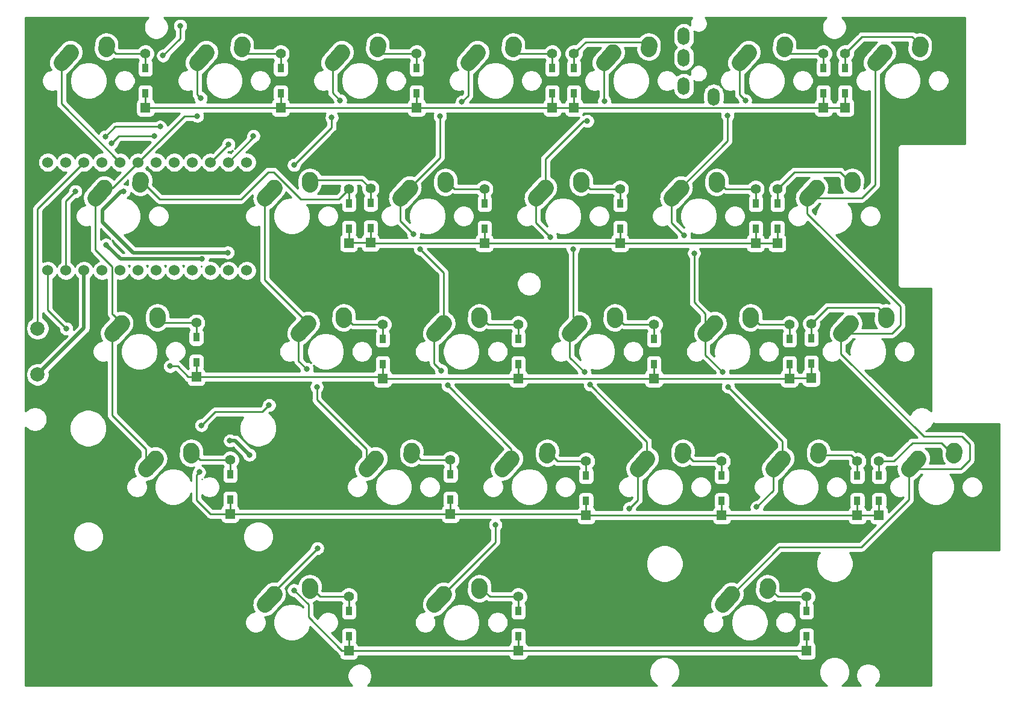
<source format=gtl>
G04 #@! TF.GenerationSoftware,KiCad,Pcbnew,(5.1.5-0-10_14)*
G04 #@! TF.CreationDate,2020-07-25T11:58:14+09:00*
G04 #@! TF.ProjectId,iroha60-left,69726f68-6136-4302-9d6c-6566742e6b69,rev?*
G04 #@! TF.SameCoordinates,Original*
G04 #@! TF.FileFunction,Copper,L1,Top*
G04 #@! TF.FilePolarity,Positive*
%FSLAX46Y46*%
G04 Gerber Fmt 4.6, Leading zero omitted, Abs format (unit mm)*
G04 Created by KiCad (PCBNEW (5.1.5-0-10_14)) date 2020-07-25 11:58:14*
%MOMM*%
%LPD*%
G04 APERTURE LIST*
%ADD10R,0.950000X1.300000*%
%ADD11C,1.397000*%
%ADD12R,1.397000X1.397000*%
%ADD13O,1.700000X2.500000*%
%ADD14C,2.250000*%
%ADD15C,2.250000*%
%ADD16C,2.000000*%
%ADD17C,1.524000*%
%ADD18C,0.800000*%
%ADD19C,0.250000*%
%ADD20C,0.500000*%
%ADD21C,0.254000*%
G04 APERTURE END LIST*
D10*
X37210000Y-26165000D03*
D11*
X37210000Y-24130000D03*
D12*
X37210000Y-31750000D03*
D10*
X37210000Y-29715000D03*
X56210000Y-26165000D03*
D11*
X56210000Y-24130000D03*
D12*
X56210000Y-31750000D03*
D10*
X56210000Y-29715000D03*
X75310000Y-26165000D03*
D11*
X75310000Y-24130000D03*
D12*
X75310000Y-31750000D03*
D10*
X75310000Y-29715000D03*
X94360000Y-26165000D03*
D11*
X94360000Y-24130000D03*
D12*
X94360000Y-31750000D03*
D10*
X94360000Y-29715000D03*
X97410000Y-26165000D03*
D11*
X97410000Y-24130000D03*
D12*
X97410000Y-31750000D03*
D10*
X97410000Y-29715000D03*
X132460000Y-26165000D03*
D11*
X132460000Y-24130000D03*
D12*
X132460000Y-31750000D03*
D10*
X132460000Y-29715000D03*
X135510000Y-26165000D03*
D11*
X135510000Y-24130000D03*
D12*
X135510000Y-31750000D03*
D10*
X135510000Y-29715000D03*
X65785000Y-48765000D03*
D12*
X65785000Y-50800000D03*
D11*
X65785000Y-43180000D03*
D10*
X65785000Y-45215000D03*
X68835000Y-48715000D03*
D12*
X68835000Y-50750000D03*
D11*
X68835000Y-43130000D03*
D10*
X68835000Y-45165000D03*
X84835000Y-48765000D03*
D12*
X84835000Y-50800000D03*
D11*
X84835000Y-43180000D03*
D10*
X84835000Y-45215000D03*
X103885000Y-48765000D03*
D12*
X103885000Y-50800000D03*
D11*
X103885000Y-43180000D03*
D10*
X103885000Y-45215000D03*
X122935000Y-48765000D03*
D12*
X122935000Y-50800000D03*
D11*
X122935000Y-43180000D03*
D10*
X122935000Y-45215000D03*
X125985000Y-48765000D03*
D12*
X125985000Y-50800000D03*
D11*
X125985000Y-43180000D03*
D10*
X125985000Y-45215000D03*
X44353750Y-64040000D03*
D11*
X44353750Y-62005000D03*
D12*
X44353750Y-69625000D03*
D10*
X44353750Y-67590000D03*
X70547500Y-64265000D03*
D11*
X70547500Y-62230000D03*
D12*
X70547500Y-69850000D03*
D10*
X70547500Y-67815000D03*
X89597500Y-67815000D03*
D12*
X89597500Y-69850000D03*
D11*
X89597500Y-62230000D03*
D10*
X89597500Y-64265000D03*
X108647500Y-64265000D03*
D11*
X108647500Y-62230000D03*
D12*
X108647500Y-69850000D03*
D10*
X108647500Y-67815000D03*
X127697500Y-64265000D03*
D11*
X127697500Y-62230000D03*
D12*
X127697500Y-69850000D03*
D10*
X127697500Y-67815000D03*
X130747500Y-64165000D03*
D11*
X130747500Y-62130000D03*
D12*
X130747500Y-69750000D03*
D10*
X130747500Y-67715000D03*
X49116250Y-83315000D03*
D11*
X49116250Y-81280000D03*
D12*
X49116250Y-88900000D03*
D10*
X49116250Y-86865000D03*
X80072500Y-83315000D03*
D11*
X80072500Y-81280000D03*
D12*
X80072500Y-88900000D03*
D10*
X80072500Y-86865000D03*
X99122500Y-87055000D03*
D12*
X99122500Y-89090000D03*
D11*
X99122500Y-81470000D03*
D10*
X99122500Y-83505000D03*
X118172500Y-87055000D03*
D12*
X118172500Y-89090000D03*
D11*
X118172500Y-81470000D03*
D10*
X118172500Y-83505000D03*
X137222500Y-87055000D03*
D12*
X137222500Y-89090000D03*
D11*
X137222500Y-81470000D03*
D10*
X137222500Y-83505000D03*
X140272500Y-87055000D03*
D12*
X140272500Y-89090000D03*
D11*
X140272500Y-81470000D03*
D10*
X140272500Y-83505000D03*
X65785000Y-106105000D03*
D12*
X65785000Y-108140000D03*
D11*
X65785000Y-100520000D03*
D10*
X65785000Y-102555000D03*
X89597500Y-106105000D03*
D12*
X89597500Y-108140000D03*
D11*
X89597500Y-100520000D03*
D10*
X89597500Y-102555000D03*
X130078750Y-106105000D03*
D12*
X130078750Y-108140000D03*
D11*
X130078750Y-100520000D03*
D10*
X130078750Y-102555000D03*
D13*
X117035000Y-30215000D03*
X112835000Y-28715000D03*
X112835000Y-24715000D03*
X112835000Y-21715000D03*
D14*
X26710000Y-23940000D03*
D15*
X25400000Y-25400000D02*
X26710002Y-23940000D01*
D14*
X31750000Y-22860000D03*
D15*
X31710000Y-23440000D02*
X31750000Y-22860000D01*
X50760000Y-23440000D02*
X50800000Y-22860000D01*
D14*
X50800000Y-22860000D03*
D15*
X44450000Y-25400000D02*
X45760002Y-23940000D01*
D14*
X45760000Y-23940000D03*
D15*
X69810000Y-23440000D02*
X69850000Y-22860000D01*
D14*
X69850000Y-22860000D03*
D15*
X63500000Y-25400000D02*
X64810002Y-23940000D01*
D14*
X64810000Y-23940000D03*
D15*
X88860000Y-23440000D02*
X88900000Y-22860000D01*
D14*
X88900000Y-22860000D03*
D15*
X82550000Y-25400000D02*
X83860002Y-23940000D01*
D14*
X83860000Y-23940000D03*
D15*
X107910000Y-23440000D02*
X107950000Y-22860000D01*
D14*
X107950000Y-22860000D03*
D15*
X101600000Y-25400000D02*
X102910002Y-23940000D01*
D14*
X102910000Y-23940000D03*
D15*
X126960000Y-23440000D02*
X127000000Y-22860000D01*
D14*
X127000000Y-22860000D03*
D15*
X120650000Y-25400000D02*
X121960002Y-23940000D01*
D14*
X121960000Y-23940000D03*
D15*
X146010000Y-23440000D02*
X146050000Y-22860000D01*
D14*
X146050000Y-22860000D03*
D15*
X139700000Y-25400000D02*
X141010002Y-23940000D01*
D14*
X141010000Y-23940000D03*
D15*
X36472500Y-42490000D02*
X36512500Y-41910000D01*
D14*
X36512500Y-41910000D03*
D15*
X30162500Y-44450000D02*
X31472502Y-42990000D01*
D14*
X31472500Y-42990000D03*
D15*
X60285000Y-42490000D02*
X60325000Y-41910000D01*
D14*
X60325000Y-41910000D03*
D15*
X53975000Y-44450000D02*
X55285002Y-42990000D01*
D14*
X55285000Y-42990000D03*
D15*
X79335000Y-42490000D02*
X79375000Y-41910000D01*
D14*
X79375000Y-41910000D03*
D15*
X73025000Y-44450000D02*
X74335002Y-42990000D01*
D14*
X74335000Y-42990000D03*
X93385000Y-42990000D03*
D15*
X92075000Y-44450000D02*
X93385002Y-42990000D01*
D14*
X98425000Y-41910000D03*
D15*
X98385000Y-42490000D02*
X98425000Y-41910000D01*
D14*
X112435000Y-42990000D03*
D15*
X111125000Y-44450000D02*
X112435002Y-42990000D01*
D14*
X117475000Y-41910000D03*
D15*
X117435000Y-42490000D02*
X117475000Y-41910000D01*
D14*
X131485000Y-42990000D03*
D15*
X130175000Y-44450000D02*
X131485002Y-42990000D01*
D14*
X136525000Y-41910000D03*
D15*
X136485000Y-42490000D02*
X136525000Y-41910000D01*
X38853750Y-61540000D02*
X38893750Y-60960000D01*
D14*
X38893750Y-60960000D03*
D15*
X32543750Y-63500000D02*
X33853752Y-62040000D01*
D14*
X33853750Y-62040000D03*
D15*
X65047500Y-61540000D02*
X65087500Y-60960000D01*
D14*
X65087500Y-60960000D03*
D15*
X58737500Y-63500000D02*
X60047502Y-62040000D01*
D14*
X60047500Y-62040000D03*
X79097500Y-62040000D03*
D15*
X77787500Y-63500000D02*
X79097502Y-62040000D01*
D14*
X84137500Y-60960000D03*
D15*
X84097500Y-61540000D02*
X84137500Y-60960000D01*
X103147500Y-61540000D02*
X103187500Y-60960000D01*
D14*
X103187500Y-60960000D03*
D15*
X96837500Y-63500000D02*
X98147502Y-62040000D01*
D14*
X98147500Y-62040000D03*
D15*
X122197500Y-61540000D02*
X122237500Y-60960000D01*
D14*
X122237500Y-60960000D03*
D15*
X115887500Y-63500000D02*
X117197502Y-62040000D01*
D14*
X117197500Y-62040000D03*
D15*
X141247500Y-61540000D02*
X141287500Y-60960000D01*
D14*
X141287500Y-60960000D03*
D15*
X134937500Y-63500000D02*
X136247502Y-62040000D01*
D14*
X136247500Y-62040000D03*
D15*
X43616250Y-80590000D02*
X43656250Y-80010000D01*
D14*
X43656250Y-80010000D03*
D15*
X37306250Y-82550000D02*
X38616252Y-81090000D01*
D14*
X38616250Y-81090000D03*
X69572500Y-81090000D03*
D15*
X68262500Y-82550000D02*
X69572502Y-81090000D01*
D14*
X74612500Y-80010000D03*
D15*
X74572500Y-80590000D02*
X74612500Y-80010000D01*
D14*
X88622500Y-81090000D03*
D15*
X87312500Y-82550000D02*
X88622502Y-81090000D01*
D14*
X93662500Y-80010000D03*
D15*
X93622500Y-80590000D02*
X93662500Y-80010000D01*
D14*
X107672500Y-81090000D03*
D15*
X106362500Y-82550000D02*
X107672502Y-81090000D01*
D14*
X112712500Y-80010000D03*
D15*
X112672500Y-80590000D02*
X112712500Y-80010000D01*
D14*
X126722500Y-81090000D03*
D15*
X125412500Y-82550000D02*
X126722502Y-81090000D01*
D14*
X131762500Y-80010000D03*
D15*
X131722500Y-80590000D02*
X131762500Y-80010000D01*
D14*
X145772500Y-81090000D03*
D15*
X144462500Y-82550000D02*
X145772502Y-81090000D01*
D14*
X150812500Y-80010000D03*
D15*
X150772500Y-80590000D02*
X150812500Y-80010000D01*
D14*
X55285000Y-100140000D03*
D15*
X53975000Y-101600000D02*
X55285002Y-100140000D01*
D14*
X60325000Y-99060000D03*
D15*
X60285000Y-99640000D02*
X60325000Y-99060000D01*
X124578750Y-99640000D02*
X124618750Y-99060000D01*
D14*
X124618750Y-99060000D03*
D15*
X118268750Y-101600000D02*
X119578752Y-100140000D01*
D14*
X119578750Y-100140000D03*
D16*
X22066250Y-62790000D03*
X22066250Y-69290000D03*
D17*
X23494500Y-39426400D03*
X26034500Y-39426400D03*
X28574500Y-39426400D03*
X31114500Y-39426400D03*
X33654500Y-39426400D03*
X36194500Y-39426400D03*
X38734500Y-39426400D03*
X41274500Y-39426400D03*
X43814500Y-39426400D03*
X46354500Y-39426400D03*
X48894500Y-39426400D03*
X51434500Y-39426400D03*
X51434500Y-54646400D03*
X48894500Y-54646400D03*
X46354500Y-54646400D03*
X43814500Y-54646400D03*
X41274500Y-54646400D03*
X38734500Y-54646400D03*
X36194500Y-54646400D03*
X33654500Y-54646400D03*
X31114500Y-54646400D03*
X28574500Y-54646400D03*
X26034500Y-54646400D03*
X23494500Y-54646400D03*
D15*
X84097500Y-99640000D02*
X84137500Y-99060000D01*
D14*
X84137500Y-99060000D03*
D15*
X77787500Y-101600000D02*
X79097502Y-100140000D01*
D14*
X79097500Y-100140000D03*
D18*
X40685000Y-68115000D03*
X44785000Y-83015000D03*
X58085000Y-99615000D03*
X45185000Y-53015000D03*
X31685000Y-51015000D03*
X49078750Y-78580000D03*
X51828750Y-80580000D03*
X38485000Y-35715000D03*
X32485000Y-36715000D03*
X48785000Y-52115000D03*
X34185000Y-43515000D03*
X26085000Y-62815000D03*
X45085000Y-76415000D03*
X54578750Y-73580000D03*
X42085000Y-20215000D03*
X39685000Y-24415000D03*
X39285000Y-34415000D03*
X31585000Y-35815000D03*
X27385000Y-43515000D03*
X44985000Y-30415000D03*
X44485000Y-32915000D03*
X64585000Y-30715000D03*
X63385000Y-33115000D03*
X58085000Y-39815000D03*
X59885000Y-68515000D03*
X61285000Y-71015000D03*
X81685000Y-30915000D03*
X78585000Y-32915000D03*
X74885000Y-49515000D03*
X75785000Y-51615000D03*
X78785000Y-68715000D03*
X79685000Y-70815000D03*
X101685000Y-30815000D03*
X99285000Y-33615000D03*
X94085000Y-49915000D03*
X97285000Y-51615000D03*
X98885000Y-68915000D03*
X99685000Y-70715000D03*
X105185000Y-88115000D03*
X61385000Y-93715000D03*
X121485000Y-30715000D03*
X118985000Y-32815000D03*
X112885000Y-49715000D03*
X114285000Y-52215000D03*
X118285000Y-68915000D03*
X119085000Y-71015000D03*
X123085000Y-87915000D03*
X86385000Y-90415000D03*
X48885000Y-36915000D03*
X52385000Y-35715000D03*
D19*
X32330000Y-23440000D02*
X31710000Y-23440000D01*
X33020000Y-24130000D02*
X32330000Y-23440000D01*
X37210000Y-24130000D02*
X33020000Y-24130000D01*
X37210000Y-24130000D02*
X37210000Y-26165000D01*
X135510000Y-29715000D02*
X135510000Y-31750000D01*
X132460000Y-29715000D02*
X132460000Y-31750000D01*
X135510000Y-31750000D02*
X132460000Y-31750000D01*
X97410000Y-29715000D02*
X97410000Y-31750000D01*
X98398510Y-31790010D02*
X98358500Y-31750000D01*
X131471490Y-31790010D02*
X98398510Y-31790010D01*
X131511500Y-31750000D02*
X131471490Y-31790010D01*
X98358500Y-31750000D02*
X97410000Y-31750000D01*
X132460000Y-31750000D02*
X131511500Y-31750000D01*
X94360000Y-29715000D02*
X94360000Y-31750000D01*
X97410000Y-31750000D02*
X94360000Y-31750000D01*
X75310000Y-29715000D02*
X75310000Y-31750000D01*
X94360000Y-31750000D02*
X75310000Y-31750000D01*
X56210000Y-29715000D02*
X56210000Y-31750000D01*
X56210000Y-31750000D02*
X75310000Y-31750000D01*
X37210000Y-29715000D02*
X37210000Y-31750000D01*
X38158500Y-31750000D02*
X56210000Y-31750000D01*
X37210000Y-31750000D02*
X38158500Y-31750000D01*
X51450000Y-24130000D02*
X56210000Y-24130000D01*
X50760000Y-23440000D02*
X51450000Y-24130000D01*
X56210000Y-26165000D02*
X56210000Y-24130000D01*
X70500000Y-24130000D02*
X75310000Y-24130000D01*
X69810000Y-23440000D02*
X70500000Y-24130000D01*
X75310000Y-24130000D02*
X75310000Y-26165000D01*
X89550000Y-24130000D02*
X94360000Y-24130000D01*
X88860000Y-23440000D02*
X89550000Y-24130000D01*
X94360000Y-24130000D02*
X94360000Y-26165000D01*
X98108499Y-23431501D02*
X97410000Y-24130000D01*
X99050001Y-22489999D02*
X98108499Y-23431501D01*
X106959999Y-22489999D02*
X99050001Y-22489999D01*
X107910000Y-23440000D02*
X106959999Y-22489999D01*
X97410000Y-24130000D02*
X97410000Y-26165000D01*
X127650000Y-24130000D02*
X132460000Y-24130000D01*
X126960000Y-23440000D02*
X127650000Y-24130000D01*
X132460000Y-24130000D02*
X132460000Y-26165000D01*
X135510000Y-26165000D02*
X135510000Y-24130000D01*
X144925001Y-21735001D02*
X146050000Y-22860000D01*
X137904999Y-21735001D02*
X144925001Y-21735001D01*
X135510000Y-24130000D02*
X137904999Y-21735001D01*
X125985000Y-48765000D02*
X125985000Y-50800000D01*
X125036500Y-50800000D02*
X122935000Y-50800000D01*
X125985000Y-50800000D02*
X125036500Y-50800000D01*
X122935000Y-48765000D02*
X122935000Y-50800000D01*
X103885000Y-48765000D02*
X103885000Y-50800000D01*
X103885000Y-50800000D02*
X122935000Y-50800000D01*
X103885000Y-50800000D02*
X84835000Y-50800000D01*
X84835000Y-48765000D02*
X84835000Y-50800000D01*
X68885000Y-50800000D02*
X68835000Y-50750000D01*
X84835000Y-50800000D02*
X68885000Y-50800000D01*
X68835000Y-48715000D02*
X68835000Y-50750000D01*
X65785000Y-48765000D02*
X65785000Y-50800000D01*
X65835000Y-50750000D02*
X65785000Y-50800000D01*
X68835000Y-50750000D02*
X65835000Y-50750000D01*
X65785000Y-43180000D02*
X65785000Y-45215000D01*
X37092500Y-42490000D02*
X36472500Y-42490000D01*
X39211250Y-44608750D02*
X37092500Y-42490000D01*
X54464999Y-40785001D02*
X50641250Y-44608750D01*
X55226003Y-40785001D02*
X54464999Y-40785001D01*
X59056002Y-44615000D02*
X55226003Y-40785001D01*
X50641250Y-44608750D02*
X39211250Y-44608750D01*
X64350000Y-44615000D02*
X59056002Y-44615000D01*
X65785000Y-43180000D02*
X64350000Y-44615000D01*
X60865000Y-41910000D02*
X60285000Y-42490000D01*
X67615000Y-41910000D02*
X60865000Y-41910000D01*
X68835000Y-43130000D02*
X67615000Y-41910000D01*
X68835000Y-43130000D02*
X68835000Y-45165000D01*
X84835000Y-43180000D02*
X84835000Y-45215000D01*
X79955000Y-42490000D02*
X79335000Y-42490000D01*
X80645000Y-43180000D02*
X79955000Y-42490000D01*
X84835000Y-43180000D02*
X80645000Y-43180000D01*
X103885000Y-43180000D02*
X103885000Y-45215000D01*
X99695000Y-43180000D02*
X98425000Y-41910000D01*
X103885000Y-43180000D02*
X99695000Y-43180000D01*
X122935000Y-43180000D02*
X122935000Y-45215000D01*
X118745000Y-43180000D02*
X117475000Y-41910000D01*
X122935000Y-43180000D02*
X118745000Y-43180000D01*
X125985000Y-45215000D02*
X125985000Y-43180000D01*
X134780001Y-40785001D02*
X136485000Y-42490000D01*
X128379999Y-40785001D02*
X134780001Y-40785001D01*
X125985000Y-43180000D02*
X128379999Y-40785001D01*
X44353750Y-64040000D02*
X44353750Y-62005000D01*
X39318750Y-62005000D02*
X38853750Y-61540000D01*
X44353750Y-62005000D02*
X39318750Y-62005000D01*
X130747500Y-69750000D02*
X130747500Y-67715000D01*
X127697500Y-69850000D02*
X127697500Y-67815000D01*
X127797500Y-69750000D02*
X127697500Y-69850000D01*
X130747500Y-69750000D02*
X127797500Y-69750000D01*
X108647500Y-69850000D02*
X108647500Y-67815000D01*
X108647500Y-69850000D02*
X127697500Y-69850000D01*
X89597500Y-67815000D02*
X89597500Y-69850000D01*
X89597500Y-69850000D02*
X108647500Y-69850000D01*
X70547500Y-67815000D02*
X70547500Y-69850000D01*
X70547500Y-69850000D02*
X89597500Y-69850000D01*
X44353750Y-67590000D02*
X44353750Y-69625000D01*
X70322500Y-69625000D02*
X70547500Y-69850000D01*
X44353750Y-69625000D02*
X70322500Y-69625000D01*
X41732748Y-68115000D02*
X40685000Y-68115000D01*
X43242748Y-69625000D02*
X41732748Y-68115000D01*
X44353750Y-69625000D02*
X43242748Y-69625000D01*
X70547500Y-64265000D02*
X70547500Y-62230000D01*
X66357500Y-62230000D02*
X65087500Y-60960000D01*
X70547500Y-62230000D02*
X66357500Y-62230000D01*
X89597500Y-64265000D02*
X89597500Y-62230000D01*
X85407500Y-62230000D02*
X84137500Y-60960000D01*
X89597500Y-62230000D02*
X85407500Y-62230000D01*
X108647500Y-64265000D02*
X108647500Y-62230000D01*
X104457500Y-62230000D02*
X103187500Y-60960000D01*
X108647500Y-62230000D02*
X104457500Y-62230000D01*
X127697500Y-62230000D02*
X127697500Y-64265000D01*
X122817500Y-61540000D02*
X122197500Y-61540000D01*
X123507500Y-62230000D02*
X122817500Y-61540000D01*
X127697500Y-62230000D02*
X123507500Y-62230000D01*
X130747500Y-62130000D02*
X130747500Y-64165000D01*
X140162501Y-59835001D02*
X141287500Y-60960000D01*
X133042499Y-59835001D02*
X140162501Y-59835001D01*
X130747500Y-62130000D02*
X133042499Y-59835001D01*
X49116250Y-83315000D02*
X49116250Y-81280000D01*
X44926250Y-81280000D02*
X43656250Y-80010000D01*
X49116250Y-81280000D02*
X44926250Y-81280000D01*
X140272500Y-89090000D02*
X140272500Y-87055000D01*
X139324000Y-89090000D02*
X137222500Y-89090000D01*
X140272500Y-89090000D02*
X139324000Y-89090000D01*
X137222500Y-89090000D02*
X137222500Y-87055000D01*
X118172500Y-89090000D02*
X118172500Y-87055000D01*
X119121000Y-89090000D02*
X137222500Y-89090000D01*
X118172500Y-89090000D02*
X119121000Y-89090000D01*
X99122500Y-87055000D02*
X99122500Y-89090000D01*
X100071000Y-89090000D02*
X118172500Y-89090000D01*
X99122500Y-89090000D02*
X100071000Y-89090000D01*
X80072500Y-86865000D02*
X80072500Y-88900000D01*
X98932500Y-88900000D02*
X99122500Y-89090000D01*
X80072500Y-88900000D02*
X98932500Y-88900000D01*
X49116250Y-86865000D02*
X49116250Y-88900000D01*
X49116250Y-88900000D02*
X80072500Y-88900000D01*
X44385001Y-83414999D02*
X44385001Y-86915001D01*
X44785000Y-83015000D02*
X44385001Y-83414999D01*
X46370000Y-88900000D02*
X49116250Y-88900000D01*
X44385001Y-86915001D02*
X46370000Y-88900000D01*
X80072500Y-83315000D02*
X80072500Y-81280000D01*
X75882500Y-81280000D02*
X74612500Y-80010000D01*
X80072500Y-81280000D02*
X75882500Y-81280000D01*
X99122500Y-81470000D02*
X99122500Y-83505000D01*
X95122500Y-81470000D02*
X93662500Y-80010000D01*
X99122500Y-81470000D02*
X95122500Y-81470000D01*
X118172500Y-83505000D02*
X118172500Y-81470000D01*
X114172500Y-81470000D02*
X112712500Y-80010000D01*
X118172500Y-81470000D02*
X114172500Y-81470000D01*
X136342500Y-80590000D02*
X137222500Y-81470000D01*
X131722500Y-80590000D02*
X136342500Y-80590000D01*
X137222500Y-81470000D02*
X137222500Y-83505000D01*
X140272500Y-83505000D02*
X140272500Y-81470000D01*
X140272500Y-81470000D02*
X142367500Y-81470000D01*
X149067501Y-78885001D02*
X150772500Y-80590000D01*
X144952499Y-78885001D02*
X149067501Y-78885001D01*
X142367500Y-81470000D02*
X144952499Y-78885001D01*
X130078750Y-108140000D02*
X130078750Y-106105000D01*
X89597500Y-106105000D02*
X89597500Y-108140000D01*
X65785000Y-106105000D02*
X65785000Y-108140000D01*
X110389228Y-108140000D02*
X89597500Y-108140000D01*
X130078750Y-108140000D02*
X110389228Y-108140000D01*
X89597500Y-108140000D02*
X65785000Y-108140000D01*
X64836500Y-108140000D02*
X65785000Y-108140000D01*
X60103901Y-103407401D02*
X64836500Y-108140000D01*
X60103901Y-101633901D02*
X60103901Y-103407401D01*
X58085000Y-99615000D02*
X60103901Y-101633901D01*
X65785000Y-102555000D02*
X65785000Y-100520000D01*
X60905000Y-99640000D02*
X60285000Y-99640000D01*
X61785000Y-100520000D02*
X60905000Y-99640000D01*
X65785000Y-100520000D02*
X61785000Y-100520000D01*
X89597500Y-102555000D02*
X89597500Y-100520000D01*
X84717500Y-99640000D02*
X84097500Y-99640000D01*
X85597500Y-100520000D02*
X84717500Y-99640000D01*
X89597500Y-100520000D02*
X85597500Y-100520000D01*
X130078750Y-102555000D02*
X130078750Y-100520000D01*
X125198750Y-99640000D02*
X124578750Y-99640000D01*
X126078750Y-100520000D02*
X125198750Y-99640000D01*
X130078750Y-100520000D02*
X126078750Y-100520000D01*
D20*
X28574500Y-62781750D02*
X22066250Y-69290000D01*
X28574500Y-54646400D02*
X28574500Y-62781750D01*
X33685000Y-53015000D02*
X31685000Y-51015000D01*
X45185000Y-53015000D02*
X33685000Y-53015000D01*
X49828750Y-78580000D02*
X51828750Y-80580000D01*
X49078750Y-78580000D02*
X49828750Y-78580000D01*
D19*
X33485000Y-35715000D02*
X32485000Y-36715000D01*
X38485000Y-35715000D02*
X33485000Y-35715000D01*
D20*
X33830526Y-43515000D02*
X34185000Y-43515000D01*
X31185000Y-47819474D02*
X31185000Y-46160526D01*
X31185000Y-46160526D02*
X33830526Y-43515000D01*
X35480526Y-52115000D02*
X31185000Y-47819474D01*
X48785000Y-52115000D02*
X35480526Y-52115000D01*
D19*
X23494500Y-60224500D02*
X26085000Y-62815000D01*
X23494500Y-54646400D02*
X23494500Y-60224500D01*
X45085000Y-76415000D02*
X46983901Y-74516099D01*
X53642651Y-74516099D02*
X54578750Y-73580000D01*
X46983901Y-74516099D02*
X53642651Y-74516099D01*
X42085000Y-22015000D02*
X39685000Y-24415000D01*
X42085000Y-20215000D02*
X42085000Y-22015000D01*
X32985000Y-34415000D02*
X31585000Y-35815000D01*
X39285000Y-34415000D02*
X32985000Y-34415000D01*
X26034500Y-44865500D02*
X26034500Y-54646400D01*
X27385000Y-43515000D02*
X26034500Y-44865500D01*
X25400000Y-31171900D02*
X33654500Y-39426400D01*
X25400000Y-25400000D02*
X25400000Y-31171900D01*
X44450000Y-29880000D02*
X44985000Y-30415000D01*
X44450000Y-25400000D02*
X44450000Y-29880000D01*
X42705900Y-32915000D02*
X36194500Y-39426400D01*
X44485000Y-32915000D02*
X42705900Y-32915000D01*
X32630900Y-42990000D02*
X31472500Y-42990000D01*
X36194500Y-39426400D02*
X32630900Y-42990000D01*
X32728751Y-60915001D02*
X33853750Y-62040000D01*
X32567499Y-60753749D02*
X32728751Y-60915001D01*
X32567499Y-54124639D02*
X32567499Y-60753749D01*
X30162500Y-51719640D02*
X32567499Y-54124639D01*
X30162500Y-44450000D02*
X30162500Y-51719640D01*
X37306250Y-79780000D02*
X37306250Y-82550000D01*
X32543750Y-75017500D02*
X37306250Y-79780000D01*
X32543750Y-63500000D02*
X32543750Y-75017500D01*
X63500000Y-29630000D02*
X64585000Y-30715000D01*
X63500000Y-25400000D02*
X63500000Y-29630000D01*
X63385000Y-34515000D02*
X58085000Y-39815000D01*
X63385000Y-33115000D02*
X63385000Y-34515000D01*
X53975000Y-55967500D02*
X60047500Y-62040000D01*
X53975000Y-44450000D02*
X53975000Y-55967500D01*
X58737500Y-67367500D02*
X59885000Y-68515000D01*
X58737500Y-63500000D02*
X58737500Y-67367500D01*
X68262500Y-79780000D02*
X68262500Y-82550000D01*
X61285000Y-72802500D02*
X68262500Y-79780000D01*
X61285000Y-71015000D02*
X61285000Y-72802500D01*
X82550000Y-30050000D02*
X81685000Y-30915000D01*
X82550000Y-25400000D02*
X82550000Y-30050000D01*
X78585000Y-38740000D02*
X74335000Y-42990000D01*
X78585000Y-32915000D02*
X78585000Y-38740000D01*
X73025000Y-47655000D02*
X74885000Y-49515000D01*
X73025000Y-44450000D02*
X73025000Y-47655000D01*
X79097500Y-54927500D02*
X79097500Y-62040000D01*
X75785000Y-51615000D02*
X79097500Y-54927500D01*
X77787500Y-67717500D02*
X78785000Y-68715000D01*
X77787500Y-63500000D02*
X77787500Y-67717500D01*
X88622500Y-79752500D02*
X88622500Y-81090000D01*
X79685000Y-70815000D02*
X88622500Y-79752500D01*
X101600000Y-30730000D02*
X101685000Y-30815000D01*
X101600000Y-25400000D02*
X101600000Y-30730000D01*
X93385000Y-41399010D02*
X93385000Y-42990000D01*
X93385000Y-38949315D02*
X93385000Y-41399010D01*
X98719315Y-33615000D02*
X93385000Y-38949315D01*
X99285000Y-33615000D02*
X98719315Y-33615000D01*
X92075000Y-47905000D02*
X94085000Y-49915000D01*
X92075000Y-44450000D02*
X92075000Y-47905000D01*
X97285000Y-61177500D02*
X98147500Y-62040000D01*
X97285000Y-51615000D02*
X97285000Y-61177500D01*
X96837500Y-66867500D02*
X98885000Y-68915000D01*
X96837500Y-63500000D02*
X96837500Y-66867500D01*
X107672500Y-81240000D02*
X106362500Y-82550000D01*
X107672500Y-78702500D02*
X107672500Y-81240000D01*
X99685000Y-70715000D02*
X107672500Y-78702500D01*
X106362500Y-86937500D02*
X105185000Y-88115000D01*
X106362500Y-82550000D02*
X106362500Y-86937500D01*
X55285000Y-99815000D02*
X55285000Y-100140000D01*
X61385000Y-93715000D02*
X55285000Y-99815000D01*
X120650000Y-29880000D02*
X121485000Y-30715000D01*
X120650000Y-25400000D02*
X120650000Y-29880000D01*
X118985000Y-36440000D02*
X112435000Y-42990000D01*
X118985000Y-32815000D02*
X118985000Y-36440000D01*
X111125000Y-47955000D02*
X112885000Y-49715000D01*
X111125000Y-44450000D02*
X111125000Y-47955000D01*
X114285000Y-59127500D02*
X115887500Y-60730000D01*
X115887500Y-60730000D02*
X115887500Y-63500000D01*
X114285000Y-52215000D02*
X114285000Y-59127500D01*
X115887500Y-66517500D02*
X118285000Y-68915000D01*
X115887500Y-63500000D02*
X115887500Y-66517500D01*
X126722500Y-78652500D02*
X126722500Y-81090000D01*
X119085000Y-71015000D02*
X126722500Y-78652500D01*
X125412500Y-85587500D02*
X123085000Y-87915000D01*
X125412500Y-82550000D02*
X125412500Y-85587500D01*
X86385000Y-92852500D02*
X79097500Y-100140000D01*
X86385000Y-90415000D02*
X86385000Y-92852500D01*
X48865900Y-36915000D02*
X48885000Y-36915000D01*
X46354500Y-39426400D02*
X48865900Y-36915000D01*
X126302651Y-93566099D02*
X118268750Y-101600000D01*
X137778403Y-93566099D02*
X126302651Y-93566099D01*
X144462500Y-86882002D02*
X137778403Y-93566099D01*
X144462500Y-82550000D02*
X144462500Y-86882002D01*
X52385000Y-35935900D02*
X52385000Y-35715000D01*
X48894500Y-39426400D02*
X52385000Y-35935900D01*
X151750000Y-82550000D02*
X144462500Y-82550000D01*
X152985000Y-81315000D02*
X151750000Y-82550000D01*
X152985000Y-79115000D02*
X152985000Y-81315000D01*
X146613498Y-78015000D02*
X151885000Y-78015000D01*
X151885000Y-78015000D02*
X152985000Y-79115000D01*
X134937500Y-66339002D02*
X146613498Y-78015000D01*
X134937500Y-63500000D02*
X134937500Y-66339002D01*
X142100000Y-63500000D02*
X134937500Y-63500000D01*
X143285000Y-62315000D02*
X142100000Y-63500000D01*
X130175000Y-46611974D02*
X143285000Y-59721974D01*
X143285000Y-59721974D02*
X143285000Y-62315000D01*
X130175000Y-44450000D02*
X130175000Y-46611974D01*
X137850000Y-44450000D02*
X130175000Y-44450000D01*
X139700000Y-42600000D02*
X137850000Y-44450000D01*
X139700000Y-25400000D02*
X139700000Y-42600000D01*
X22066250Y-45934650D02*
X22066250Y-62790000D01*
X28574500Y-39426400D02*
X22066250Y-45934650D01*
D21*
G36*
X37387337Y-19309002D02*
G01*
X37197463Y-19593169D01*
X37066675Y-19908919D01*
X37000000Y-20244117D01*
X37000000Y-20585883D01*
X37066675Y-20921081D01*
X37197463Y-21236831D01*
X37387337Y-21520998D01*
X37629002Y-21762663D01*
X37913169Y-21952537D01*
X38228919Y-22083325D01*
X38564117Y-22150000D01*
X38905883Y-22150000D01*
X39241081Y-22083325D01*
X39556831Y-21952537D01*
X39840998Y-21762663D01*
X40082663Y-21520998D01*
X40272537Y-21236831D01*
X40403325Y-20921081D01*
X40470000Y-20585883D01*
X40470000Y-20244117D01*
X40403325Y-19908919D01*
X40272537Y-19593169D01*
X40082663Y-19309002D01*
X39848661Y-19075000D01*
X114028446Y-19075000D01*
X113975713Y-19127733D01*
X113840557Y-19330008D01*
X113747460Y-19554764D01*
X113700000Y-19793363D01*
X113700000Y-20036637D01*
X113715972Y-20116935D01*
X113664014Y-20074294D01*
X113406034Y-19936401D01*
X113126111Y-19851487D01*
X112835000Y-19822815D01*
X112543890Y-19851487D01*
X112263967Y-19936401D01*
X112005987Y-20074294D01*
X111779866Y-20259866D01*
X111594294Y-20485986D01*
X111456401Y-20743966D01*
X111371487Y-21023889D01*
X111350000Y-21242050D01*
X111350000Y-22187949D01*
X111371487Y-22406110D01*
X111456401Y-22686033D01*
X111594294Y-22944013D01*
X111779866Y-23170134D01*
X111834535Y-23215000D01*
X111779866Y-23259866D01*
X111594294Y-23485986D01*
X111456401Y-23743966D01*
X111371487Y-24023889D01*
X111350000Y-24242050D01*
X111350000Y-25187949D01*
X111371487Y-25406110D01*
X111456401Y-25686033D01*
X111594294Y-25944013D01*
X111779866Y-26170134D01*
X112005986Y-26355706D01*
X112263966Y-26493599D01*
X112543889Y-26578513D01*
X112835000Y-26607185D01*
X113126110Y-26578513D01*
X113406033Y-26493599D01*
X113664013Y-26355706D01*
X113890134Y-26170134D01*
X114075706Y-25944014D01*
X114213599Y-25686034D01*
X114298513Y-25406111D01*
X114320000Y-25187950D01*
X114320000Y-24242051D01*
X114298513Y-24023889D01*
X114213599Y-23743966D01*
X114075706Y-23485986D01*
X113890134Y-23259866D01*
X113835465Y-23215000D01*
X113890134Y-23170134D01*
X114075706Y-22944014D01*
X114213599Y-22686034D01*
X114298513Y-22406111D01*
X114320000Y-22187950D01*
X114320000Y-21242051D01*
X114298513Y-21023889D01*
X114279926Y-20962616D01*
X114350008Y-21009443D01*
X114574764Y-21102540D01*
X114813363Y-21150000D01*
X115056637Y-21150000D01*
X115295236Y-21102540D01*
X115519992Y-21009443D01*
X115722267Y-20874287D01*
X115894287Y-20702267D01*
X116029443Y-20499992D01*
X116122540Y-20275236D01*
X116170000Y-20036637D01*
X116170000Y-19793363D01*
X116122540Y-19554764D01*
X116029443Y-19330008D01*
X115894287Y-19127733D01*
X115841554Y-19075000D01*
X132871339Y-19075000D01*
X132637337Y-19309002D01*
X132447463Y-19593169D01*
X132316675Y-19908919D01*
X132250000Y-20244117D01*
X132250000Y-20585883D01*
X132316675Y-20921081D01*
X132447463Y-21236831D01*
X132637337Y-21520998D01*
X132879002Y-21762663D01*
X133163169Y-21952537D01*
X133478919Y-22083325D01*
X133814117Y-22150000D01*
X134155883Y-22150000D01*
X134491081Y-22083325D01*
X134806831Y-21952537D01*
X135090998Y-21762663D01*
X135332663Y-21520998D01*
X135522537Y-21236831D01*
X135653325Y-20921081D01*
X135720000Y-20585883D01*
X135720000Y-20244117D01*
X135653325Y-19908919D01*
X135522537Y-19593169D01*
X135332663Y-19309002D01*
X135098661Y-19075000D01*
X152375000Y-19075000D01*
X152375001Y-36805000D01*
X143542419Y-36805000D01*
X143510000Y-36801807D01*
X143477581Y-36805000D01*
X143380617Y-36814550D01*
X143256207Y-36852290D01*
X143141550Y-36913575D01*
X143041052Y-36996052D01*
X142958575Y-37096550D01*
X142897290Y-37211207D01*
X142859550Y-37335617D01*
X142846807Y-37465000D01*
X142850000Y-37497419D01*
X142850001Y-56482571D01*
X142846807Y-56515000D01*
X142859550Y-56644383D01*
X142897290Y-56768793D01*
X142958575Y-56883450D01*
X143041052Y-56983948D01*
X143141550Y-57066425D01*
X143256207Y-57127710D01*
X143380617Y-57165450D01*
X143477581Y-57175000D01*
X143510000Y-57178193D01*
X143542419Y-57175000D01*
X147612500Y-57175000D01*
X147612501Y-74451340D01*
X147378498Y-74217337D01*
X147094331Y-74027463D01*
X146778581Y-73896675D01*
X146443383Y-73830000D01*
X146101617Y-73830000D01*
X145766419Y-73896675D01*
X145450669Y-74027463D01*
X145166502Y-74217337D01*
X144924837Y-74459002D01*
X144734963Y-74743169D01*
X144641678Y-74968378D01*
X138305854Y-68632554D01*
X138488576Y-68668900D01*
X139006424Y-68668900D01*
X139514322Y-68567873D01*
X139992751Y-68369701D01*
X140423326Y-68082000D01*
X140789500Y-67715826D01*
X141077201Y-67285251D01*
X141275373Y-66806822D01*
X141376400Y-66298924D01*
X141376400Y-65891278D01*
X142317500Y-65891278D01*
X142317500Y-66188722D01*
X142375529Y-66480451D01*
X142489356Y-66755253D01*
X142654607Y-67002569D01*
X142864931Y-67212893D01*
X143112247Y-67378144D01*
X143387049Y-67491971D01*
X143678778Y-67550000D01*
X143976222Y-67550000D01*
X144267951Y-67491971D01*
X144542753Y-67378144D01*
X144790069Y-67212893D01*
X145000393Y-67002569D01*
X145165644Y-66755253D01*
X145279471Y-66480451D01*
X145337500Y-66188722D01*
X145337500Y-65891278D01*
X145279471Y-65599549D01*
X145165644Y-65324747D01*
X145000393Y-65077431D01*
X144790069Y-64867107D01*
X144542753Y-64701856D01*
X144267951Y-64588029D01*
X143976222Y-64530000D01*
X143678778Y-64530000D01*
X143387049Y-64588029D01*
X143112247Y-64701856D01*
X142864931Y-64867107D01*
X142654607Y-65077431D01*
X142489356Y-65324747D01*
X142375529Y-65599549D01*
X142317500Y-65891278D01*
X141376400Y-65891278D01*
X141376400Y-65781076D01*
X141275373Y-65273178D01*
X141077201Y-64794749D01*
X140789500Y-64364174D01*
X140685326Y-64260000D01*
X142062678Y-64260000D01*
X142100000Y-64263676D01*
X142137322Y-64260000D01*
X142137333Y-64260000D01*
X142248986Y-64249003D01*
X142392247Y-64205546D01*
X142524276Y-64134974D01*
X142640001Y-64040001D01*
X142663804Y-64010997D01*
X143796003Y-62878799D01*
X143825001Y-62855001D01*
X143857830Y-62814999D01*
X143919974Y-62739277D01*
X143990546Y-62607247D01*
X144006888Y-62553373D01*
X144034003Y-62463986D01*
X144045000Y-62352333D01*
X144045000Y-62352324D01*
X144048676Y-62315001D01*
X144045000Y-62277678D01*
X144045000Y-59759297D01*
X144048676Y-59721974D01*
X144045000Y-59684651D01*
X144045000Y-59684641D01*
X144034003Y-59572988D01*
X143990546Y-59429727D01*
X143919974Y-59297698D01*
X143825001Y-59181973D01*
X143796004Y-59158176D01*
X134254603Y-49616776D01*
X134751822Y-49517873D01*
X135230251Y-49319701D01*
X135660826Y-49032000D01*
X136027000Y-48665826D01*
X136314701Y-48235251D01*
X136512873Y-47756822D01*
X136613900Y-47248924D01*
X136613900Y-46841278D01*
X137555000Y-46841278D01*
X137555000Y-47138722D01*
X137613029Y-47430451D01*
X137726856Y-47705253D01*
X137892107Y-47952569D01*
X138102431Y-48162893D01*
X138349747Y-48328144D01*
X138624549Y-48441971D01*
X138916278Y-48500000D01*
X139213722Y-48500000D01*
X139505451Y-48441971D01*
X139780253Y-48328144D01*
X140027569Y-48162893D01*
X140237893Y-47952569D01*
X140403144Y-47705253D01*
X140516971Y-47430451D01*
X140575000Y-47138722D01*
X140575000Y-46841278D01*
X140516971Y-46549549D01*
X140403144Y-46274747D01*
X140237893Y-46027431D01*
X140027569Y-45817107D01*
X139780253Y-45651856D01*
X139505451Y-45538029D01*
X139213722Y-45480000D01*
X138916278Y-45480000D01*
X138624549Y-45538029D01*
X138349747Y-45651856D01*
X138102431Y-45817107D01*
X137892107Y-46027431D01*
X137726856Y-46274747D01*
X137613029Y-46549549D01*
X137555000Y-46841278D01*
X136613900Y-46841278D01*
X136613900Y-46731076D01*
X136512873Y-46223178D01*
X136314701Y-45744749D01*
X136027000Y-45314174D01*
X135922826Y-45210000D01*
X137812678Y-45210000D01*
X137850000Y-45213676D01*
X137887322Y-45210000D01*
X137887333Y-45210000D01*
X137998986Y-45199003D01*
X138142247Y-45155546D01*
X138274276Y-45084974D01*
X138390001Y-44990001D01*
X138413804Y-44960997D01*
X140211003Y-43163799D01*
X140240001Y-43140001D01*
X140280441Y-43090725D01*
X140334974Y-43024277D01*
X140405546Y-42892247D01*
X140409253Y-42880027D01*
X140449003Y-42748986D01*
X140460000Y-42637333D01*
X140460000Y-42637324D01*
X140463676Y-42600001D01*
X140460000Y-42562678D01*
X140460000Y-27681076D01*
X140881100Y-27681076D01*
X140881100Y-28198924D01*
X140982127Y-28706822D01*
X141180299Y-29185251D01*
X141468000Y-29615826D01*
X141834174Y-29982000D01*
X142264749Y-30269701D01*
X142743178Y-30467873D01*
X143251076Y-30568900D01*
X143768924Y-30568900D01*
X144276822Y-30467873D01*
X144755251Y-30269701D01*
X145185826Y-29982000D01*
X145552000Y-29615826D01*
X145839701Y-29185251D01*
X146037873Y-28706822D01*
X146138900Y-28198924D01*
X146138900Y-27791278D01*
X147080000Y-27791278D01*
X147080000Y-28088722D01*
X147138029Y-28380451D01*
X147251856Y-28655253D01*
X147417107Y-28902569D01*
X147627431Y-29112893D01*
X147874747Y-29278144D01*
X148149549Y-29391971D01*
X148441278Y-29450000D01*
X148738722Y-29450000D01*
X149030451Y-29391971D01*
X149305253Y-29278144D01*
X149552569Y-29112893D01*
X149762893Y-28902569D01*
X149928144Y-28655253D01*
X150041971Y-28380451D01*
X150100000Y-28088722D01*
X150100000Y-27791278D01*
X150041971Y-27499549D01*
X149928144Y-27224747D01*
X149762893Y-26977431D01*
X149552569Y-26767107D01*
X149305253Y-26601856D01*
X149030451Y-26488029D01*
X148738722Y-26430000D01*
X148441278Y-26430000D01*
X148149549Y-26488029D01*
X147874747Y-26601856D01*
X147627431Y-26767107D01*
X147417107Y-26977431D01*
X147251856Y-27224747D01*
X147138029Y-27499549D01*
X147080000Y-27791278D01*
X146138900Y-27791278D01*
X146138900Y-27681076D01*
X146037873Y-27173178D01*
X145839701Y-26694749D01*
X145552000Y-26264174D01*
X145185826Y-25898000D01*
X144755251Y-25610299D01*
X144276822Y-25412127D01*
X143768924Y-25311100D01*
X143251076Y-25311100D01*
X142743178Y-25412127D01*
X142264749Y-25610299D01*
X141834174Y-25898000D01*
X141468000Y-26264174D01*
X141180299Y-26694749D01*
X140982127Y-27173178D01*
X140881100Y-27681076D01*
X140460000Y-27681076D01*
X140460000Y-26996413D01*
X140464139Y-26994909D01*
X140760607Y-26815187D01*
X140952243Y-26639742D01*
X142288200Y-25150816D01*
X142377081Y-25061935D01*
X142451827Y-24950070D01*
X142531444Y-24841587D01*
X142547979Y-24806169D01*
X142569692Y-24773673D01*
X142621175Y-24649382D01*
X142678101Y-24527445D01*
X142687410Y-24489476D01*
X142702364Y-24453373D01*
X142728610Y-24321426D01*
X142760653Y-24190727D01*
X142762375Y-24151677D01*
X142770000Y-24113345D01*
X142770000Y-23978802D01*
X142775929Y-23844374D01*
X142770000Y-23805739D01*
X142770000Y-23766655D01*
X142743751Y-23634691D01*
X142723341Y-23501696D01*
X142709989Y-23464961D01*
X142702364Y-23426627D01*
X142650874Y-23302320D01*
X142604911Y-23175861D01*
X142584650Y-23142438D01*
X142569692Y-23106327D01*
X142494935Y-22994446D01*
X142425189Y-22879393D01*
X142398798Y-22850566D01*
X142377081Y-22818065D01*
X142281934Y-22722918D01*
X142191083Y-22623683D01*
X142159575Y-22600559D01*
X142131935Y-22572919D01*
X142020050Y-22498159D01*
X142015746Y-22495001D01*
X144326701Y-22495001D01*
X144318794Y-22541898D01*
X144290000Y-22686655D01*
X144290000Y-22799386D01*
X144248223Y-23405157D01*
X144255840Y-23664862D01*
X144333413Y-24002761D01*
X144475419Y-24319034D01*
X144676396Y-24601526D01*
X144928624Y-24839381D01*
X145222408Y-25023459D01*
X145546459Y-25146684D01*
X145888323Y-25204324D01*
X146234862Y-25194160D01*
X146572761Y-25116587D01*
X146889034Y-24974581D01*
X147171526Y-24773604D01*
X147409381Y-24521376D01*
X147593459Y-24227592D01*
X147716684Y-23903541D01*
X147759881Y-23647339D01*
X147798099Y-23093175D01*
X147810000Y-23033345D01*
X147810000Y-22920611D01*
X147811777Y-22894844D01*
X147810000Y-22834256D01*
X147810000Y-22686655D01*
X147804922Y-22661128D01*
X147804160Y-22635137D01*
X147771159Y-22491387D01*
X147742364Y-22346627D01*
X147732407Y-22322588D01*
X147726587Y-22297238D01*
X147666177Y-22162694D01*
X147609692Y-22026327D01*
X147595230Y-22004683D01*
X147584581Y-21980966D01*
X147499096Y-21860809D01*
X147417081Y-21738065D01*
X147398678Y-21719662D01*
X147383604Y-21698474D01*
X147276311Y-21597295D01*
X147171935Y-21492919D01*
X147150294Y-21478459D01*
X147131376Y-21460619D01*
X147006407Y-21382316D01*
X146883673Y-21300308D01*
X146859628Y-21290348D01*
X146837592Y-21276541D01*
X146699740Y-21224121D01*
X146563373Y-21167636D01*
X146537846Y-21162558D01*
X146513541Y-21153316D01*
X146368108Y-21128795D01*
X146223345Y-21100000D01*
X146197323Y-21100000D01*
X146171677Y-21095676D01*
X146024237Y-21100000D01*
X145876655Y-21100000D01*
X145851133Y-21105077D01*
X145825138Y-21105839D01*
X145681375Y-21138844D01*
X145536627Y-21167636D01*
X145512587Y-21177594D01*
X145487239Y-21183413D01*
X145463740Y-21193964D01*
X145349277Y-21100027D01*
X145217248Y-21029455D01*
X145073987Y-20985998D01*
X144962334Y-20975001D01*
X144962323Y-20975001D01*
X144925001Y-20971325D01*
X144887679Y-20975001D01*
X137942321Y-20975001D01*
X137904998Y-20971325D01*
X137867675Y-20975001D01*
X137867666Y-20975001D01*
X137756013Y-20985998D01*
X137647426Y-21018937D01*
X137612752Y-21029455D01*
X137480722Y-21100027D01*
X137415790Y-21153316D01*
X137364998Y-21195000D01*
X137341200Y-21223998D01*
X135747568Y-22817631D01*
X135641338Y-22796500D01*
X135378662Y-22796500D01*
X135121032Y-22847746D01*
X134878351Y-22948268D01*
X134659943Y-23094203D01*
X134474203Y-23279943D01*
X134328268Y-23498351D01*
X134227746Y-23741032D01*
X134176500Y-23998662D01*
X134176500Y-24261338D01*
X134227746Y-24518968D01*
X134328268Y-24761649D01*
X134474203Y-24980057D01*
X134572161Y-25078015D01*
X134504463Y-25160506D01*
X134445498Y-25270820D01*
X134409188Y-25390518D01*
X134396928Y-25515000D01*
X134396928Y-26815000D01*
X134409188Y-26939482D01*
X134445498Y-27059180D01*
X134504463Y-27169494D01*
X134583815Y-27266185D01*
X134680506Y-27345537D01*
X134790820Y-27404502D01*
X134910518Y-27440812D01*
X135035000Y-27453072D01*
X135985000Y-27453072D01*
X136109482Y-27440812D01*
X136229180Y-27404502D01*
X136339494Y-27345537D01*
X136436185Y-27266185D01*
X136515537Y-27169494D01*
X136574502Y-27059180D01*
X136610812Y-26939482D01*
X136623072Y-26815000D01*
X136623072Y-25515000D01*
X136610812Y-25390518D01*
X136574502Y-25270820D01*
X136515537Y-25160506D01*
X136447839Y-25078015D01*
X136545797Y-24980057D01*
X136691732Y-24761649D01*
X136792254Y-24518968D01*
X136843500Y-24261338D01*
X136843500Y-23998662D01*
X136822369Y-23892432D01*
X138219801Y-22495001D01*
X139998572Y-22495001D01*
X139949394Y-22524813D01*
X139920578Y-22551195D01*
X139888065Y-22572919D01*
X139792887Y-22668097D01*
X139757758Y-22700258D01*
X139731837Y-22729147D01*
X139642919Y-22818065D01*
X139616273Y-22857943D01*
X138332284Y-24288953D01*
X138178558Y-24498414D01*
X138031901Y-24812556D01*
X137949349Y-25149274D01*
X137934073Y-25495626D01*
X137986661Y-25838304D01*
X138105091Y-26164139D01*
X138267875Y-26432666D01*
X137989549Y-26488029D01*
X137714747Y-26601856D01*
X137467431Y-26767107D01*
X137257107Y-26977431D01*
X137091856Y-27224747D01*
X136978029Y-27499549D01*
X136920000Y-27791278D01*
X136920000Y-28088722D01*
X136978029Y-28380451D01*
X137091856Y-28655253D01*
X137257107Y-28902569D01*
X137467431Y-29112893D01*
X137714747Y-29278144D01*
X137989549Y-29391971D01*
X138281278Y-29450000D01*
X138578722Y-29450000D01*
X138870451Y-29391971D01*
X138940000Y-29363163D01*
X138940001Y-42285197D01*
X138142613Y-43082586D01*
X138191684Y-42953541D01*
X138234881Y-42697339D01*
X138273099Y-42143175D01*
X138285000Y-42083345D01*
X138285000Y-41970611D01*
X138286777Y-41944844D01*
X138285000Y-41884256D01*
X138285000Y-41736655D01*
X138279922Y-41711128D01*
X138279160Y-41685137D01*
X138246159Y-41541387D01*
X138217364Y-41396627D01*
X138207407Y-41372588D01*
X138201587Y-41347238D01*
X138141177Y-41212694D01*
X138084692Y-41076327D01*
X138070230Y-41054683D01*
X138059581Y-41030966D01*
X137974096Y-40910809D01*
X137892081Y-40788065D01*
X137873678Y-40769662D01*
X137858604Y-40748474D01*
X137751311Y-40647295D01*
X137646935Y-40542919D01*
X137625294Y-40528459D01*
X137606376Y-40510619D01*
X137481407Y-40432316D01*
X137358673Y-40350308D01*
X137334628Y-40340348D01*
X137312592Y-40326541D01*
X137174740Y-40274121D01*
X137038373Y-40217636D01*
X137012846Y-40212558D01*
X136988541Y-40203316D01*
X136843108Y-40178795D01*
X136698345Y-40150000D01*
X136672323Y-40150000D01*
X136646677Y-40145676D01*
X136499237Y-40150000D01*
X136351655Y-40150000D01*
X136326133Y-40155077D01*
X136300138Y-40155839D01*
X136156375Y-40188844D01*
X136011627Y-40217636D01*
X135987587Y-40227594D01*
X135962239Y-40233413D01*
X135827689Y-40293825D01*
X135691327Y-40350308D01*
X135669687Y-40364767D01*
X135645966Y-40375418D01*
X135528669Y-40458868D01*
X135343805Y-40274004D01*
X135320002Y-40245000D01*
X135204277Y-40150027D01*
X135072248Y-40079455D01*
X134928987Y-40035998D01*
X134817334Y-40025001D01*
X134817323Y-40025001D01*
X134780001Y-40021325D01*
X134742679Y-40025001D01*
X128417321Y-40025001D01*
X128379998Y-40021325D01*
X128342675Y-40025001D01*
X128342666Y-40025001D01*
X128231013Y-40035998D01*
X128087752Y-40079455D01*
X127955722Y-40150027D01*
X127924803Y-40175402D01*
X127839998Y-40245000D01*
X127816200Y-40273998D01*
X126222568Y-41867631D01*
X126116338Y-41846500D01*
X125853662Y-41846500D01*
X125596032Y-41897746D01*
X125353351Y-41998268D01*
X125134943Y-42144203D01*
X124949203Y-42329943D01*
X124803268Y-42548351D01*
X124702746Y-42791032D01*
X124651500Y-43048662D01*
X124651500Y-43311338D01*
X124702746Y-43568968D01*
X124803268Y-43811649D01*
X124949203Y-44030057D01*
X125047161Y-44128015D01*
X124979463Y-44210506D01*
X124920498Y-44320820D01*
X124884188Y-44440518D01*
X124871928Y-44565000D01*
X124871928Y-45865000D01*
X124884188Y-45989482D01*
X124920498Y-46109180D01*
X124979463Y-46219494D01*
X125058815Y-46316185D01*
X125155506Y-46395537D01*
X125265820Y-46454502D01*
X125385518Y-46490812D01*
X125510000Y-46503072D01*
X126460000Y-46503072D01*
X126584482Y-46490812D01*
X126704180Y-46454502D01*
X126814494Y-46395537D01*
X126911185Y-46316185D01*
X126990537Y-46219494D01*
X127049502Y-46109180D01*
X127085812Y-45989482D01*
X127098072Y-45865000D01*
X127098072Y-44565000D01*
X127085812Y-44440518D01*
X127049502Y-44320820D01*
X126990537Y-44210506D01*
X126922839Y-44128015D01*
X127020797Y-44030057D01*
X127166732Y-43811649D01*
X127267254Y-43568968D01*
X127318500Y-43311338D01*
X127318500Y-43048662D01*
X127297369Y-42942432D01*
X128694801Y-41545001D01*
X130473572Y-41545001D01*
X130424394Y-41574813D01*
X130395578Y-41601195D01*
X130363065Y-41622919D01*
X130267887Y-41718097D01*
X130232758Y-41750258D01*
X130206837Y-41779147D01*
X130117919Y-41868065D01*
X130091273Y-41907943D01*
X128807284Y-43338953D01*
X128653558Y-43548414D01*
X128506901Y-43862556D01*
X128424349Y-44199274D01*
X128409073Y-44545626D01*
X128461661Y-44888304D01*
X128580091Y-45214139D01*
X128742875Y-45482666D01*
X128464549Y-45538029D01*
X128189747Y-45651856D01*
X127942431Y-45817107D01*
X127732107Y-46027431D01*
X127566856Y-46274747D01*
X127453029Y-46549549D01*
X127395000Y-46841278D01*
X127395000Y-47138722D01*
X127453029Y-47430451D01*
X127566856Y-47705253D01*
X127732107Y-47952569D01*
X127942431Y-48162893D01*
X128189747Y-48328144D01*
X128464549Y-48441971D01*
X128756278Y-48500000D01*
X129053722Y-48500000D01*
X129345451Y-48441971D01*
X129620253Y-48328144D01*
X129867569Y-48162893D01*
X130077893Y-47952569D01*
X130223251Y-47735026D01*
X141739613Y-59251389D01*
X141605608Y-59228795D01*
X141460845Y-59200000D01*
X141434823Y-59200000D01*
X141409177Y-59195676D01*
X141261737Y-59200000D01*
X141114155Y-59200000D01*
X141088633Y-59205077D01*
X141062638Y-59205839D01*
X140918875Y-59238844D01*
X140774127Y-59267636D01*
X140750087Y-59277594D01*
X140724739Y-59283413D01*
X140701240Y-59293964D01*
X140586777Y-59200027D01*
X140454748Y-59129455D01*
X140311487Y-59085998D01*
X140199834Y-59075001D01*
X140199823Y-59075001D01*
X140162501Y-59071325D01*
X140125179Y-59075001D01*
X133079824Y-59075001D01*
X133042499Y-59071325D01*
X133005174Y-59075001D01*
X133005166Y-59075001D01*
X132893513Y-59085998D01*
X132750252Y-59129455D01*
X132618223Y-59200027D01*
X132502498Y-59295000D01*
X132478700Y-59323998D01*
X130985068Y-60817631D01*
X130878838Y-60796500D01*
X130616162Y-60796500D01*
X130358532Y-60847746D01*
X130115851Y-60948268D01*
X129897443Y-61094203D01*
X129711703Y-61279943D01*
X129565768Y-61498351D01*
X129465246Y-61741032D01*
X129414000Y-61998662D01*
X129414000Y-62261338D01*
X129465246Y-62518968D01*
X129565768Y-62761649D01*
X129711703Y-62980057D01*
X129809661Y-63078015D01*
X129741963Y-63160506D01*
X129682998Y-63270820D01*
X129646688Y-63390518D01*
X129634428Y-63515000D01*
X129634428Y-64815000D01*
X129646688Y-64939482D01*
X129682998Y-65059180D01*
X129741963Y-65169494D01*
X129821315Y-65266185D01*
X129918006Y-65345537D01*
X130028320Y-65404502D01*
X130148018Y-65440812D01*
X130272500Y-65453072D01*
X131222500Y-65453072D01*
X131346982Y-65440812D01*
X131466680Y-65404502D01*
X131576994Y-65345537D01*
X131673685Y-65266185D01*
X131753037Y-65169494D01*
X131812002Y-65059180D01*
X131848312Y-64939482D01*
X131860572Y-64815000D01*
X131860572Y-63515000D01*
X131848312Y-63390518D01*
X131812002Y-63270820D01*
X131753037Y-63160506D01*
X131685339Y-63078015D01*
X131783297Y-62980057D01*
X131929232Y-62761649D01*
X132029754Y-62518968D01*
X132081000Y-62261338D01*
X132081000Y-61998662D01*
X132059869Y-61892432D01*
X133357301Y-60595001D01*
X135236072Y-60595001D01*
X135186894Y-60624813D01*
X135158078Y-60651195D01*
X135125565Y-60672919D01*
X135030387Y-60768097D01*
X134995258Y-60800258D01*
X134969337Y-60829147D01*
X134880419Y-60918065D01*
X134853773Y-60957943D01*
X133569784Y-62388953D01*
X133416058Y-62598414D01*
X133269401Y-62912556D01*
X133186849Y-63249274D01*
X133171573Y-63595626D01*
X133224161Y-63938304D01*
X133342591Y-64264139D01*
X133505375Y-64532666D01*
X133227049Y-64588029D01*
X132952247Y-64701856D01*
X132704931Y-64867107D01*
X132494607Y-65077431D01*
X132329356Y-65324747D01*
X132215529Y-65599549D01*
X132157500Y-65891278D01*
X132157500Y-66188722D01*
X132215529Y-66480451D01*
X132329356Y-66755253D01*
X132494607Y-67002569D01*
X132704931Y-67212893D01*
X132952247Y-67378144D01*
X133227049Y-67491971D01*
X133518778Y-67550000D01*
X133816222Y-67550000D01*
X134107951Y-67491971D01*
X134382753Y-67378144D01*
X134630069Y-67212893D01*
X134683329Y-67159633D01*
X145648697Y-78125001D01*
X144989824Y-78125001D01*
X144952499Y-78121325D01*
X144915174Y-78125001D01*
X144915166Y-78125001D01*
X144803513Y-78135998D01*
X144660252Y-78179455D01*
X144528223Y-78250027D01*
X144412498Y-78345000D01*
X144388700Y-78373998D01*
X142052699Y-80710000D01*
X141368471Y-80710000D01*
X141308297Y-80619943D01*
X141122557Y-80434203D01*
X140904149Y-80288268D01*
X140661468Y-80187746D01*
X140403838Y-80136500D01*
X140141162Y-80136500D01*
X139883532Y-80187746D01*
X139640851Y-80288268D01*
X139422443Y-80434203D01*
X139236703Y-80619943D01*
X139090768Y-80838351D01*
X138990246Y-81081032D01*
X138939000Y-81338662D01*
X138939000Y-81601338D01*
X138990246Y-81858968D01*
X139090768Y-82101649D01*
X139236703Y-82320057D01*
X139334661Y-82418015D01*
X139266963Y-82500506D01*
X139207998Y-82610820D01*
X139171688Y-82730518D01*
X139159428Y-82855000D01*
X139159428Y-84155000D01*
X139171688Y-84279482D01*
X139207998Y-84399180D01*
X139266963Y-84509494D01*
X139346315Y-84606185D01*
X139443006Y-84685537D01*
X139553320Y-84744502D01*
X139673018Y-84780812D01*
X139797500Y-84793072D01*
X140747500Y-84793072D01*
X140871982Y-84780812D01*
X140991680Y-84744502D01*
X141101994Y-84685537D01*
X141198685Y-84606185D01*
X141278037Y-84509494D01*
X141337002Y-84399180D01*
X141373312Y-84279482D01*
X141385572Y-84155000D01*
X141385572Y-82855000D01*
X141373312Y-82730518D01*
X141337002Y-82610820D01*
X141278037Y-82500506D01*
X141210339Y-82418015D01*
X141308297Y-82320057D01*
X141368471Y-82230000D01*
X142330178Y-82230000D01*
X142367500Y-82233676D01*
X142404822Y-82230000D01*
X142404833Y-82230000D01*
X142516486Y-82219003D01*
X142659747Y-82175546D01*
X142754615Y-82124837D01*
X142711849Y-82299274D01*
X142696573Y-82645626D01*
X142749161Y-82988304D01*
X142867591Y-83314139D01*
X143030375Y-83582666D01*
X142752049Y-83638029D01*
X142477247Y-83751856D01*
X142229931Y-83917107D01*
X142019607Y-84127431D01*
X141854356Y-84374747D01*
X141740529Y-84649549D01*
X141682500Y-84941278D01*
X141682500Y-85238722D01*
X141740529Y-85530451D01*
X141854356Y-85805253D01*
X142019607Y-86052569D01*
X142229931Y-86262893D01*
X142477247Y-86428144D01*
X142752049Y-86541971D01*
X143043778Y-86600000D01*
X143341222Y-86600000D01*
X143632951Y-86541971D01*
X143702501Y-86513162D01*
X143702501Y-86567199D01*
X141609072Y-88660628D01*
X141609072Y-88391500D01*
X141596812Y-88267018D01*
X141560502Y-88147320D01*
X141501537Y-88037006D01*
X141422185Y-87940315D01*
X141356134Y-87886109D01*
X141373312Y-87829482D01*
X141385572Y-87705000D01*
X141385572Y-86405000D01*
X141373312Y-86280518D01*
X141337002Y-86160820D01*
X141278037Y-86050506D01*
X141198685Y-85953815D01*
X141101994Y-85874463D01*
X140991680Y-85815498D01*
X140871982Y-85779188D01*
X140747500Y-85766928D01*
X139797500Y-85766928D01*
X139673018Y-85779188D01*
X139553320Y-85815498D01*
X139443006Y-85874463D01*
X139346315Y-85953815D01*
X139266963Y-86050506D01*
X139207998Y-86160820D01*
X139171688Y-86280518D01*
X139159428Y-86405000D01*
X139159428Y-87705000D01*
X139171688Y-87829482D01*
X139188866Y-87886109D01*
X139122815Y-87940315D01*
X139043463Y-88037006D01*
X138984498Y-88147320D01*
X138948188Y-88267018D01*
X138941985Y-88330000D01*
X138553015Y-88330000D01*
X138546812Y-88267018D01*
X138510502Y-88147320D01*
X138451537Y-88037006D01*
X138372185Y-87940315D01*
X138306134Y-87886109D01*
X138323312Y-87829482D01*
X138335572Y-87705000D01*
X138335572Y-86405000D01*
X138323312Y-86280518D01*
X138287002Y-86160820D01*
X138228037Y-86050506D01*
X138148685Y-85953815D01*
X138051994Y-85874463D01*
X137941680Y-85815498D01*
X137821982Y-85779188D01*
X137697500Y-85766928D01*
X136747500Y-85766928D01*
X136623018Y-85779188D01*
X136503320Y-85815498D01*
X136393006Y-85874463D01*
X136296315Y-85953815D01*
X136216963Y-86050506D01*
X136157998Y-86160820D01*
X136121688Y-86280518D01*
X136109428Y-86405000D01*
X136109428Y-87705000D01*
X136121688Y-87829482D01*
X136138866Y-87886109D01*
X136072815Y-87940315D01*
X135993463Y-88037006D01*
X135934498Y-88147320D01*
X135898188Y-88267018D01*
X135891985Y-88330000D01*
X124033377Y-88330000D01*
X124080226Y-88216898D01*
X124120000Y-88016939D01*
X124120000Y-87954801D01*
X125923503Y-86151299D01*
X125952501Y-86127501D01*
X126013996Y-86052569D01*
X126047474Y-86011777D01*
X126118046Y-85879747D01*
X126119649Y-85874463D01*
X126161503Y-85736486D01*
X126172500Y-85624833D01*
X126172500Y-85624824D01*
X126176176Y-85587501D01*
X126172500Y-85550178D01*
X126172500Y-84831076D01*
X126593600Y-84831076D01*
X126593600Y-85348924D01*
X126694627Y-85856822D01*
X126892799Y-86335251D01*
X127180500Y-86765826D01*
X127546674Y-87132000D01*
X127977249Y-87419701D01*
X128455678Y-87617873D01*
X128963576Y-87718900D01*
X129481424Y-87718900D01*
X129989322Y-87617873D01*
X130467751Y-87419701D01*
X130898326Y-87132000D01*
X131264500Y-86765826D01*
X131552201Y-86335251D01*
X131750373Y-85856822D01*
X131851400Y-85348924D01*
X131851400Y-84941278D01*
X132792500Y-84941278D01*
X132792500Y-85238722D01*
X132850529Y-85530451D01*
X132964356Y-85805253D01*
X133129607Y-86052569D01*
X133339931Y-86262893D01*
X133587247Y-86428144D01*
X133862049Y-86541971D01*
X134153778Y-86600000D01*
X134451222Y-86600000D01*
X134742951Y-86541971D01*
X135017753Y-86428144D01*
X135265069Y-86262893D01*
X135475393Y-86052569D01*
X135640644Y-85805253D01*
X135754471Y-85530451D01*
X135812500Y-85238722D01*
X135812500Y-84941278D01*
X135754471Y-84649549D01*
X135640644Y-84374747D01*
X135475393Y-84127431D01*
X135265069Y-83917107D01*
X135017753Y-83751856D01*
X134742951Y-83638029D01*
X134451222Y-83580000D01*
X134153778Y-83580000D01*
X133862049Y-83638029D01*
X133587247Y-83751856D01*
X133339931Y-83917107D01*
X133129607Y-84127431D01*
X132964356Y-84374747D01*
X132850529Y-84649549D01*
X132792500Y-84941278D01*
X131851400Y-84941278D01*
X131851400Y-84831076D01*
X131750373Y-84323178D01*
X131552201Y-83844749D01*
X131264500Y-83414174D01*
X130898326Y-83048000D01*
X130467751Y-82760299D01*
X129989322Y-82562127D01*
X129481424Y-82461100D01*
X128963576Y-82461100D01*
X128455678Y-82562127D01*
X127977249Y-82760299D01*
X127546674Y-83048000D01*
X127180500Y-83414174D01*
X126892799Y-83844749D01*
X126694627Y-84323178D01*
X126593600Y-84831076D01*
X126172500Y-84831076D01*
X126172500Y-84146413D01*
X126176639Y-84144909D01*
X126473107Y-83965187D01*
X126664743Y-83789742D01*
X128000700Y-82300816D01*
X128089581Y-82211935D01*
X128164327Y-82100070D01*
X128243944Y-81991587D01*
X128260479Y-81956169D01*
X128282192Y-81923673D01*
X128333675Y-81799382D01*
X128390601Y-81677445D01*
X128399910Y-81639476D01*
X128414864Y-81603373D01*
X128441110Y-81471426D01*
X128473153Y-81340727D01*
X128474875Y-81301677D01*
X128482500Y-81263345D01*
X128482500Y-81128802D01*
X128488429Y-80994374D01*
X128482500Y-80955739D01*
X128482500Y-80916655D01*
X128456251Y-80784691D01*
X128435841Y-80651696D01*
X128422489Y-80614961D01*
X128414864Y-80576627D01*
X128405971Y-80555157D01*
X129960723Y-80555157D01*
X129968340Y-80814862D01*
X130045913Y-81152761D01*
X130187919Y-81469034D01*
X130388896Y-81751526D01*
X130641124Y-81989381D01*
X130934908Y-82173459D01*
X131258959Y-82296684D01*
X131600823Y-82354324D01*
X131947362Y-82344160D01*
X132285261Y-82266587D01*
X132601534Y-82124581D01*
X132884026Y-81923604D01*
X133121881Y-81671376D01*
X133305959Y-81377592D01*
X133316451Y-81350000D01*
X135889000Y-81350000D01*
X135889000Y-81601338D01*
X135940246Y-81858968D01*
X136040768Y-82101649D01*
X136186703Y-82320057D01*
X136284661Y-82418015D01*
X136216963Y-82500506D01*
X136157998Y-82610820D01*
X136121688Y-82730518D01*
X136109428Y-82855000D01*
X136109428Y-84155000D01*
X136121688Y-84279482D01*
X136157998Y-84399180D01*
X136216963Y-84509494D01*
X136296315Y-84606185D01*
X136393006Y-84685537D01*
X136503320Y-84744502D01*
X136623018Y-84780812D01*
X136747500Y-84793072D01*
X137697500Y-84793072D01*
X137821982Y-84780812D01*
X137941680Y-84744502D01*
X138051994Y-84685537D01*
X138148685Y-84606185D01*
X138228037Y-84509494D01*
X138287002Y-84399180D01*
X138323312Y-84279482D01*
X138335572Y-84155000D01*
X138335572Y-82855000D01*
X138323312Y-82730518D01*
X138287002Y-82610820D01*
X138228037Y-82500506D01*
X138160339Y-82418015D01*
X138258297Y-82320057D01*
X138404232Y-82101649D01*
X138504754Y-81858968D01*
X138556000Y-81601338D01*
X138556000Y-81338662D01*
X138504754Y-81081032D01*
X138404232Y-80838351D01*
X138258297Y-80619943D01*
X138072557Y-80434203D01*
X137854149Y-80288268D01*
X137611468Y-80187746D01*
X137353838Y-80136500D01*
X137091162Y-80136500D01*
X136984932Y-80157631D01*
X136906303Y-80079002D01*
X136882501Y-80049999D01*
X136766776Y-79955026D01*
X136634747Y-79884454D01*
X136491486Y-79840997D01*
X136379833Y-79830000D01*
X136379822Y-79830000D01*
X136342500Y-79826324D01*
X136305178Y-79830000D01*
X133521176Y-79830000D01*
X133517422Y-79811128D01*
X133516660Y-79785137D01*
X133483659Y-79641387D01*
X133454864Y-79496627D01*
X133444907Y-79472588D01*
X133439087Y-79447238D01*
X133378677Y-79312694D01*
X133322192Y-79176327D01*
X133307730Y-79154683D01*
X133297081Y-79130966D01*
X133211596Y-79010809D01*
X133129581Y-78888065D01*
X133111178Y-78869662D01*
X133096104Y-78848474D01*
X132988811Y-78747295D01*
X132884435Y-78642919D01*
X132862794Y-78628459D01*
X132843876Y-78610619D01*
X132718907Y-78532316D01*
X132596173Y-78450308D01*
X132572128Y-78440348D01*
X132550092Y-78426541D01*
X132412240Y-78374121D01*
X132275873Y-78317636D01*
X132250346Y-78312558D01*
X132226041Y-78303316D01*
X132080608Y-78278795D01*
X131935845Y-78250000D01*
X131909823Y-78250000D01*
X131884177Y-78245676D01*
X131736737Y-78250000D01*
X131589155Y-78250000D01*
X131563633Y-78255077D01*
X131537638Y-78255839D01*
X131393875Y-78288844D01*
X131249127Y-78317636D01*
X131225087Y-78327594D01*
X131199739Y-78333413D01*
X131065189Y-78393825D01*
X130928827Y-78450308D01*
X130907187Y-78464767D01*
X130883466Y-78475418D01*
X130763296Y-78560913D01*
X130640565Y-78642919D01*
X130622162Y-78661322D01*
X130600974Y-78676396D01*
X130499788Y-78783696D01*
X130395419Y-78888065D01*
X130380961Y-78909703D01*
X130363119Y-78928623D01*
X130284810Y-79053602D01*
X130202808Y-79176327D01*
X130192848Y-79200372D01*
X130179041Y-79222408D01*
X130126619Y-79360264D01*
X130070136Y-79496627D01*
X130065059Y-79522152D01*
X130055816Y-79546458D01*
X130031294Y-79691898D01*
X130002500Y-79836655D01*
X130002500Y-79949386D01*
X129960723Y-80555157D01*
X128405971Y-80555157D01*
X128363374Y-80452320D01*
X128317411Y-80325861D01*
X128297150Y-80292438D01*
X128282192Y-80256327D01*
X128207435Y-80144446D01*
X128137689Y-80029393D01*
X128111298Y-80000566D01*
X128089581Y-79968065D01*
X127994434Y-79872918D01*
X127903583Y-79773683D01*
X127872075Y-79750559D01*
X127844435Y-79722919D01*
X127732550Y-79648159D01*
X127624088Y-79568558D01*
X127588676Y-79552026D01*
X127556173Y-79530308D01*
X127482500Y-79499792D01*
X127482500Y-78689822D01*
X127486176Y-78652499D01*
X127482500Y-78615176D01*
X127482500Y-78615167D01*
X127471503Y-78503514D01*
X127428046Y-78360253D01*
X127407173Y-78321202D01*
X127357474Y-78228223D01*
X127286299Y-78141497D01*
X127262501Y-78112499D01*
X127233504Y-78088702D01*
X120120000Y-70975199D01*
X120120000Y-70913061D01*
X120080226Y-70713102D01*
X120037519Y-70610000D01*
X126366985Y-70610000D01*
X126373188Y-70672982D01*
X126409498Y-70792680D01*
X126468463Y-70902994D01*
X126547815Y-70999685D01*
X126644506Y-71079037D01*
X126754820Y-71138002D01*
X126874518Y-71174312D01*
X126999000Y-71186572D01*
X128396000Y-71186572D01*
X128520482Y-71174312D01*
X128640180Y-71138002D01*
X128750494Y-71079037D01*
X128847185Y-70999685D01*
X128926537Y-70902994D01*
X128985502Y-70792680D01*
X129021812Y-70672982D01*
X129034072Y-70548500D01*
X129034072Y-70510000D01*
X129416985Y-70510000D01*
X129423188Y-70572982D01*
X129459498Y-70692680D01*
X129518463Y-70802994D01*
X129597815Y-70899685D01*
X129694506Y-70979037D01*
X129804820Y-71038002D01*
X129924518Y-71074312D01*
X130049000Y-71086572D01*
X131446000Y-71086572D01*
X131570482Y-71074312D01*
X131690180Y-71038002D01*
X131800494Y-70979037D01*
X131897185Y-70899685D01*
X131976537Y-70802994D01*
X132035502Y-70692680D01*
X132071812Y-70572982D01*
X132084072Y-70448500D01*
X132084072Y-69051500D01*
X132071812Y-68927018D01*
X132035502Y-68807320D01*
X131976537Y-68697006D01*
X131897185Y-68600315D01*
X131831134Y-68546109D01*
X131848312Y-68489482D01*
X131860572Y-68365000D01*
X131860572Y-67065000D01*
X131848312Y-66940518D01*
X131812002Y-66820820D01*
X131753037Y-66710506D01*
X131673685Y-66613815D01*
X131576994Y-66534463D01*
X131466680Y-66475498D01*
X131346982Y-66439188D01*
X131222500Y-66426928D01*
X130272500Y-66426928D01*
X130148018Y-66439188D01*
X130028320Y-66475498D01*
X129918006Y-66534463D01*
X129821315Y-66613815D01*
X129741963Y-66710506D01*
X129682998Y-66820820D01*
X129646688Y-66940518D01*
X129634428Y-67065000D01*
X129634428Y-68365000D01*
X129646688Y-68489482D01*
X129663866Y-68546109D01*
X129597815Y-68600315D01*
X129518463Y-68697006D01*
X129459498Y-68807320D01*
X129423188Y-68927018D01*
X129416985Y-68990000D01*
X129010583Y-68990000D01*
X128985502Y-68907320D01*
X128926537Y-68797006D01*
X128847185Y-68700315D01*
X128781134Y-68646109D01*
X128798312Y-68589482D01*
X128810572Y-68465000D01*
X128810572Y-67165000D01*
X128798312Y-67040518D01*
X128762002Y-66920820D01*
X128703037Y-66810506D01*
X128623685Y-66713815D01*
X128526994Y-66634463D01*
X128416680Y-66575498D01*
X128296982Y-66539188D01*
X128172500Y-66526928D01*
X127222500Y-66526928D01*
X127098018Y-66539188D01*
X126978320Y-66575498D01*
X126868006Y-66634463D01*
X126771315Y-66713815D01*
X126691963Y-66810506D01*
X126632998Y-66920820D01*
X126596688Y-67040518D01*
X126584428Y-67165000D01*
X126584428Y-68465000D01*
X126596688Y-68589482D01*
X126613866Y-68646109D01*
X126547815Y-68700315D01*
X126468463Y-68797006D01*
X126409498Y-68907320D01*
X126373188Y-69027018D01*
X126366985Y-69090000D01*
X119305467Y-69090000D01*
X119320000Y-69016939D01*
X119320000Y-68813061D01*
X119285259Y-68638403D01*
X119438576Y-68668900D01*
X119956424Y-68668900D01*
X120464322Y-68567873D01*
X120942751Y-68369701D01*
X121373326Y-68082000D01*
X121739500Y-67715826D01*
X122027201Y-67285251D01*
X122225373Y-66806822D01*
X122326400Y-66298924D01*
X122326400Y-65891278D01*
X123267500Y-65891278D01*
X123267500Y-66188722D01*
X123325529Y-66480451D01*
X123439356Y-66755253D01*
X123604607Y-67002569D01*
X123814931Y-67212893D01*
X124062247Y-67378144D01*
X124337049Y-67491971D01*
X124628778Y-67550000D01*
X124926222Y-67550000D01*
X125217951Y-67491971D01*
X125492753Y-67378144D01*
X125740069Y-67212893D01*
X125950393Y-67002569D01*
X126115644Y-66755253D01*
X126229471Y-66480451D01*
X126287500Y-66188722D01*
X126287500Y-65891278D01*
X126229471Y-65599549D01*
X126115644Y-65324747D01*
X125950393Y-65077431D01*
X125740069Y-64867107D01*
X125492753Y-64701856D01*
X125217951Y-64588029D01*
X124926222Y-64530000D01*
X124628778Y-64530000D01*
X124337049Y-64588029D01*
X124062247Y-64701856D01*
X123814931Y-64867107D01*
X123604607Y-65077431D01*
X123439356Y-65324747D01*
X123325529Y-65599549D01*
X123267500Y-65891278D01*
X122326400Y-65891278D01*
X122326400Y-65781076D01*
X122225373Y-65273178D01*
X122027201Y-64794749D01*
X121739500Y-64364174D01*
X121373326Y-63998000D01*
X120942751Y-63710299D01*
X120464322Y-63512127D01*
X119956424Y-63411100D01*
X119438576Y-63411100D01*
X118930678Y-63512127D01*
X118452249Y-63710299D01*
X118021674Y-63998000D01*
X117655500Y-64364174D01*
X117367799Y-64794749D01*
X117169627Y-65273178D01*
X117068600Y-65781076D01*
X117068600Y-66298924D01*
X117149267Y-66704466D01*
X116647500Y-66202699D01*
X116647500Y-65096413D01*
X116651639Y-65094909D01*
X116948107Y-64915187D01*
X117139743Y-64739742D01*
X118475700Y-63250816D01*
X118564581Y-63161935D01*
X118639327Y-63050070D01*
X118718944Y-62941587D01*
X118735479Y-62906169D01*
X118757192Y-62873673D01*
X118808675Y-62749382D01*
X118865601Y-62627445D01*
X118874910Y-62589476D01*
X118889864Y-62553373D01*
X118916110Y-62421426D01*
X118948153Y-62290727D01*
X118949875Y-62251677D01*
X118957500Y-62213345D01*
X118957500Y-62078802D01*
X118963429Y-61944374D01*
X118957500Y-61905739D01*
X118957500Y-61866655D01*
X118931251Y-61734691D01*
X118910841Y-61601696D01*
X118897489Y-61564961D01*
X118889864Y-61526627D01*
X118880971Y-61505157D01*
X120435723Y-61505157D01*
X120443340Y-61764862D01*
X120520913Y-62102761D01*
X120662919Y-62419034D01*
X120863896Y-62701526D01*
X121116124Y-62939381D01*
X121409908Y-63123459D01*
X121733959Y-63246684D01*
X122075823Y-63304324D01*
X122422362Y-63294160D01*
X122760261Y-63216587D01*
X123076534Y-63074581D01*
X123255010Y-62947606D01*
X123358514Y-62979003D01*
X123470167Y-62990000D01*
X123470176Y-62990000D01*
X123507499Y-62993676D01*
X123544822Y-62990000D01*
X126601529Y-62990000D01*
X126661703Y-63080057D01*
X126759661Y-63178015D01*
X126691963Y-63260506D01*
X126632998Y-63370820D01*
X126596688Y-63490518D01*
X126584428Y-63615000D01*
X126584428Y-64915000D01*
X126596688Y-65039482D01*
X126632998Y-65159180D01*
X126691963Y-65269494D01*
X126771315Y-65366185D01*
X126868006Y-65445537D01*
X126978320Y-65504502D01*
X127098018Y-65540812D01*
X127222500Y-65553072D01*
X128172500Y-65553072D01*
X128296982Y-65540812D01*
X128416680Y-65504502D01*
X128526994Y-65445537D01*
X128623685Y-65366185D01*
X128703037Y-65269494D01*
X128762002Y-65159180D01*
X128798312Y-65039482D01*
X128810572Y-64915000D01*
X128810572Y-63615000D01*
X128798312Y-63490518D01*
X128762002Y-63370820D01*
X128703037Y-63260506D01*
X128635339Y-63178015D01*
X128733297Y-63080057D01*
X128879232Y-62861649D01*
X128979754Y-62618968D01*
X129031000Y-62361338D01*
X129031000Y-62098662D01*
X128979754Y-61841032D01*
X128879232Y-61598351D01*
X128733297Y-61379943D01*
X128547557Y-61194203D01*
X128329149Y-61048268D01*
X128086468Y-60947746D01*
X127828838Y-60896500D01*
X127566162Y-60896500D01*
X127308532Y-60947746D01*
X127065851Y-61048268D01*
X126847443Y-61194203D01*
X126661703Y-61379943D01*
X126601529Y-61470000D01*
X123966508Y-61470000D01*
X123985599Y-61193175D01*
X123997500Y-61133345D01*
X123997500Y-61020611D01*
X123999277Y-60994844D01*
X123997500Y-60934256D01*
X123997500Y-60786655D01*
X123992422Y-60761128D01*
X123991660Y-60735137D01*
X123958659Y-60591387D01*
X123929864Y-60446627D01*
X123919907Y-60422588D01*
X123914087Y-60397238D01*
X123853677Y-60262694D01*
X123797192Y-60126327D01*
X123782730Y-60104683D01*
X123772081Y-60080966D01*
X123686596Y-59960809D01*
X123604581Y-59838065D01*
X123586178Y-59819662D01*
X123571104Y-59798474D01*
X123463811Y-59697295D01*
X123359435Y-59592919D01*
X123337794Y-59578459D01*
X123318876Y-59560619D01*
X123193907Y-59482316D01*
X123071173Y-59400308D01*
X123047128Y-59390348D01*
X123025092Y-59376541D01*
X122887240Y-59324121D01*
X122750873Y-59267636D01*
X122725346Y-59262558D01*
X122701041Y-59253316D01*
X122555608Y-59228795D01*
X122410845Y-59200000D01*
X122384823Y-59200000D01*
X122359177Y-59195676D01*
X122211737Y-59200000D01*
X122064155Y-59200000D01*
X122038633Y-59205077D01*
X122012638Y-59205839D01*
X121868875Y-59238844D01*
X121724127Y-59267636D01*
X121700087Y-59277594D01*
X121674739Y-59283413D01*
X121540189Y-59343825D01*
X121403827Y-59400308D01*
X121382187Y-59414767D01*
X121358466Y-59425418D01*
X121238296Y-59510913D01*
X121115565Y-59592919D01*
X121097162Y-59611322D01*
X121075974Y-59626396D01*
X120974788Y-59733696D01*
X120870419Y-59838065D01*
X120855961Y-59859703D01*
X120838119Y-59878623D01*
X120759810Y-60003602D01*
X120677808Y-60126327D01*
X120667848Y-60150372D01*
X120654041Y-60172408D01*
X120601619Y-60310264D01*
X120545136Y-60446627D01*
X120540059Y-60472152D01*
X120530816Y-60496458D01*
X120506294Y-60641898D01*
X120477500Y-60786655D01*
X120477500Y-60899386D01*
X120435723Y-61505157D01*
X118880971Y-61505157D01*
X118838374Y-61402320D01*
X118792411Y-61275861D01*
X118772150Y-61242438D01*
X118757192Y-61206327D01*
X118682435Y-61094446D01*
X118612689Y-60979393D01*
X118586298Y-60950566D01*
X118564581Y-60918065D01*
X118469434Y-60822918D01*
X118378583Y-60723683D01*
X118347075Y-60700559D01*
X118319435Y-60672919D01*
X118207550Y-60598159D01*
X118099088Y-60518558D01*
X118063676Y-60502026D01*
X118031173Y-60480308D01*
X117906853Y-60428813D01*
X117784946Y-60371901D01*
X117746986Y-60362595D01*
X117710873Y-60347636D01*
X117578888Y-60321382D01*
X117448228Y-60289349D01*
X117409189Y-60287627D01*
X117370845Y-60280000D01*
X117236258Y-60280000D01*
X117101875Y-60274073D01*
X117063253Y-60280000D01*
X117024155Y-60280000D01*
X116892144Y-60306259D01*
X116759197Y-60326661D01*
X116722476Y-60340008D01*
X116684127Y-60347636D01*
X116570119Y-60394860D01*
X116522474Y-60305724D01*
X116427501Y-60189999D01*
X116398504Y-60166202D01*
X115045000Y-58812699D01*
X115045000Y-52918711D01*
X115088937Y-52874774D01*
X115202205Y-52705256D01*
X115280226Y-52516898D01*
X115320000Y-52316939D01*
X115320000Y-52113061D01*
X115280226Y-51913102D01*
X115202205Y-51724744D01*
X115092127Y-51560000D01*
X121604485Y-51560000D01*
X121610688Y-51622982D01*
X121646998Y-51742680D01*
X121705963Y-51852994D01*
X121785315Y-51949685D01*
X121882006Y-52029037D01*
X121992320Y-52088002D01*
X122112018Y-52124312D01*
X122236500Y-52136572D01*
X123633500Y-52136572D01*
X123757982Y-52124312D01*
X123877680Y-52088002D01*
X123987994Y-52029037D01*
X124084685Y-51949685D01*
X124164037Y-51852994D01*
X124223002Y-51742680D01*
X124259312Y-51622982D01*
X124265515Y-51560000D01*
X124654485Y-51560000D01*
X124660688Y-51622982D01*
X124696998Y-51742680D01*
X124755963Y-51852994D01*
X124835315Y-51949685D01*
X124932006Y-52029037D01*
X125042320Y-52088002D01*
X125162018Y-52124312D01*
X125286500Y-52136572D01*
X126683500Y-52136572D01*
X126807982Y-52124312D01*
X126927680Y-52088002D01*
X127037994Y-52029037D01*
X127134685Y-51949685D01*
X127214037Y-51852994D01*
X127273002Y-51742680D01*
X127309312Y-51622982D01*
X127321572Y-51498500D01*
X127321572Y-50101500D01*
X127309312Y-49977018D01*
X127273002Y-49857320D01*
X127214037Y-49747006D01*
X127134685Y-49650315D01*
X127068634Y-49596109D01*
X127085812Y-49539482D01*
X127098072Y-49415000D01*
X127098072Y-48115000D01*
X127085812Y-47990518D01*
X127049502Y-47870820D01*
X126990537Y-47760506D01*
X126911185Y-47663815D01*
X126814494Y-47584463D01*
X126704180Y-47525498D01*
X126584482Y-47489188D01*
X126460000Y-47476928D01*
X125510000Y-47476928D01*
X125385518Y-47489188D01*
X125265820Y-47525498D01*
X125155506Y-47584463D01*
X125058815Y-47663815D01*
X124979463Y-47760506D01*
X124920498Y-47870820D01*
X124884188Y-47990518D01*
X124871928Y-48115000D01*
X124871928Y-49415000D01*
X124884188Y-49539482D01*
X124901366Y-49596109D01*
X124835315Y-49650315D01*
X124755963Y-49747006D01*
X124696998Y-49857320D01*
X124660688Y-49977018D01*
X124654485Y-50040000D01*
X124265515Y-50040000D01*
X124259312Y-49977018D01*
X124223002Y-49857320D01*
X124164037Y-49747006D01*
X124084685Y-49650315D01*
X124018634Y-49596109D01*
X124035812Y-49539482D01*
X124048072Y-49415000D01*
X124048072Y-48115000D01*
X124035812Y-47990518D01*
X123999502Y-47870820D01*
X123940537Y-47760506D01*
X123861185Y-47663815D01*
X123764494Y-47584463D01*
X123654180Y-47525498D01*
X123534482Y-47489188D01*
X123410000Y-47476928D01*
X122460000Y-47476928D01*
X122335518Y-47489188D01*
X122215820Y-47525498D01*
X122105506Y-47584463D01*
X122008815Y-47663815D01*
X121929463Y-47760506D01*
X121870498Y-47870820D01*
X121834188Y-47990518D01*
X121821928Y-48115000D01*
X121821928Y-49415000D01*
X121834188Y-49539482D01*
X121851366Y-49596109D01*
X121785315Y-49650315D01*
X121705963Y-49747006D01*
X121646998Y-49857320D01*
X121610688Y-49977018D01*
X121604485Y-50040000D01*
X113870657Y-50040000D01*
X113880226Y-50016898D01*
X113920000Y-49816939D01*
X113920000Y-49613061D01*
X113880226Y-49413102D01*
X113872975Y-49395596D01*
X114168178Y-49517873D01*
X114676076Y-49618900D01*
X115193924Y-49618900D01*
X115701822Y-49517873D01*
X116180251Y-49319701D01*
X116610826Y-49032000D01*
X116977000Y-48665826D01*
X117264701Y-48235251D01*
X117462873Y-47756822D01*
X117563900Y-47248924D01*
X117563900Y-46841278D01*
X118505000Y-46841278D01*
X118505000Y-47138722D01*
X118563029Y-47430451D01*
X118676856Y-47705253D01*
X118842107Y-47952569D01*
X119052431Y-48162893D01*
X119299747Y-48328144D01*
X119574549Y-48441971D01*
X119866278Y-48500000D01*
X120163722Y-48500000D01*
X120455451Y-48441971D01*
X120730253Y-48328144D01*
X120977569Y-48162893D01*
X121187893Y-47952569D01*
X121353144Y-47705253D01*
X121466971Y-47430451D01*
X121525000Y-47138722D01*
X121525000Y-46841278D01*
X121466971Y-46549549D01*
X121353144Y-46274747D01*
X121187893Y-46027431D01*
X120977569Y-45817107D01*
X120730253Y-45651856D01*
X120455451Y-45538029D01*
X120163722Y-45480000D01*
X119866278Y-45480000D01*
X119574549Y-45538029D01*
X119299747Y-45651856D01*
X119052431Y-45817107D01*
X118842107Y-46027431D01*
X118676856Y-46274747D01*
X118563029Y-46549549D01*
X118505000Y-46841278D01*
X117563900Y-46841278D01*
X117563900Y-46731076D01*
X117462873Y-46223178D01*
X117264701Y-45744749D01*
X116977000Y-45314174D01*
X116610826Y-44948000D01*
X116180251Y-44660299D01*
X115701822Y-44462127D01*
X115193924Y-44361100D01*
X114676076Y-44361100D01*
X114168178Y-44462127D01*
X113689749Y-44660299D01*
X113259174Y-44948000D01*
X112893000Y-45314174D01*
X112605299Y-45744749D01*
X112407127Y-46223178D01*
X112306100Y-46731076D01*
X112306100Y-47248924D01*
X112407127Y-47756822D01*
X112605299Y-48235251D01*
X112857504Y-48612702D01*
X111885000Y-47640199D01*
X111885000Y-46046413D01*
X111889139Y-46044909D01*
X112185607Y-45865187D01*
X112377243Y-45689742D01*
X113713200Y-44200816D01*
X113802081Y-44111935D01*
X113876827Y-44000070D01*
X113956444Y-43891587D01*
X113972979Y-43856169D01*
X113994692Y-43823673D01*
X114046175Y-43699382D01*
X114103101Y-43577445D01*
X114112410Y-43539476D01*
X114127364Y-43503373D01*
X114153610Y-43371426D01*
X114185653Y-43240727D01*
X114187375Y-43201677D01*
X114195000Y-43163345D01*
X114195000Y-43028802D01*
X114200929Y-42894374D01*
X114195000Y-42855739D01*
X114195000Y-42816655D01*
X114168751Y-42684691D01*
X114148341Y-42551696D01*
X114134989Y-42514961D01*
X114127364Y-42476627D01*
X114118471Y-42455157D01*
X115673223Y-42455157D01*
X115680840Y-42714862D01*
X115758413Y-43052761D01*
X115900419Y-43369034D01*
X116101396Y-43651526D01*
X116353624Y-43889381D01*
X116647408Y-44073459D01*
X116971459Y-44196684D01*
X117313323Y-44254324D01*
X117659862Y-44244160D01*
X117997761Y-44166587D01*
X118314034Y-44024581D01*
X118492510Y-43897606D01*
X118596014Y-43929003D01*
X118707667Y-43940000D01*
X118707676Y-43940000D01*
X118744999Y-43943676D01*
X118782322Y-43940000D01*
X121839029Y-43940000D01*
X121899203Y-44030057D01*
X121997161Y-44128015D01*
X121929463Y-44210506D01*
X121870498Y-44320820D01*
X121834188Y-44440518D01*
X121821928Y-44565000D01*
X121821928Y-45865000D01*
X121834188Y-45989482D01*
X121870498Y-46109180D01*
X121929463Y-46219494D01*
X122008815Y-46316185D01*
X122105506Y-46395537D01*
X122215820Y-46454502D01*
X122335518Y-46490812D01*
X122460000Y-46503072D01*
X123410000Y-46503072D01*
X123534482Y-46490812D01*
X123654180Y-46454502D01*
X123764494Y-46395537D01*
X123861185Y-46316185D01*
X123940537Y-46219494D01*
X123999502Y-46109180D01*
X124035812Y-45989482D01*
X124048072Y-45865000D01*
X124048072Y-44565000D01*
X124035812Y-44440518D01*
X123999502Y-44320820D01*
X123940537Y-44210506D01*
X123872839Y-44128015D01*
X123970797Y-44030057D01*
X124116732Y-43811649D01*
X124217254Y-43568968D01*
X124268500Y-43311338D01*
X124268500Y-43048662D01*
X124217254Y-42791032D01*
X124116732Y-42548351D01*
X123970797Y-42329943D01*
X123785057Y-42144203D01*
X123566649Y-41998268D01*
X123323968Y-41897746D01*
X123066338Y-41846500D01*
X122803662Y-41846500D01*
X122546032Y-41897746D01*
X122303351Y-41998268D01*
X122084943Y-42144203D01*
X121899203Y-42329943D01*
X121839029Y-42420000D01*
X119204008Y-42420000D01*
X119223099Y-42143175D01*
X119235000Y-42083345D01*
X119235000Y-41970611D01*
X119236777Y-41944844D01*
X119235000Y-41884256D01*
X119235000Y-41736655D01*
X119229922Y-41711128D01*
X119229160Y-41685137D01*
X119196159Y-41541387D01*
X119167364Y-41396627D01*
X119157407Y-41372588D01*
X119151587Y-41347238D01*
X119091177Y-41212694D01*
X119034692Y-41076327D01*
X119020230Y-41054683D01*
X119009581Y-41030966D01*
X118924096Y-40910809D01*
X118842081Y-40788065D01*
X118823678Y-40769662D01*
X118808604Y-40748474D01*
X118701311Y-40647295D01*
X118596935Y-40542919D01*
X118575294Y-40528459D01*
X118556376Y-40510619D01*
X118431407Y-40432316D01*
X118308673Y-40350308D01*
X118284628Y-40340348D01*
X118262592Y-40326541D01*
X118124740Y-40274121D01*
X117988373Y-40217636D01*
X117962846Y-40212558D01*
X117938541Y-40203316D01*
X117793108Y-40178795D01*
X117648345Y-40150000D01*
X117622323Y-40150000D01*
X117596677Y-40145676D01*
X117449237Y-40150000D01*
X117301655Y-40150000D01*
X117276133Y-40155077D01*
X117250138Y-40155839D01*
X117106375Y-40188844D01*
X116961627Y-40217636D01*
X116937587Y-40227594D01*
X116912239Y-40233413D01*
X116777689Y-40293825D01*
X116641327Y-40350308D01*
X116619687Y-40364767D01*
X116595966Y-40375418D01*
X116475796Y-40460913D01*
X116353065Y-40542919D01*
X116334662Y-40561322D01*
X116313474Y-40576396D01*
X116212288Y-40683696D01*
X116107919Y-40788065D01*
X116093461Y-40809703D01*
X116075619Y-40828623D01*
X115997310Y-40953602D01*
X115915308Y-41076327D01*
X115905348Y-41100372D01*
X115891541Y-41122408D01*
X115839119Y-41260264D01*
X115782636Y-41396627D01*
X115777559Y-41422152D01*
X115768316Y-41446458D01*
X115743794Y-41591898D01*
X115715000Y-41736655D01*
X115715000Y-41849386D01*
X115673223Y-42455157D01*
X114118471Y-42455157D01*
X114096848Y-42402954D01*
X119496003Y-37003799D01*
X119525001Y-36980001D01*
X119619974Y-36864276D01*
X119690546Y-36732247D01*
X119734003Y-36588986D01*
X119745000Y-36477333D01*
X119745000Y-36477323D01*
X119748676Y-36440000D01*
X119745000Y-36402677D01*
X119745000Y-33518711D01*
X119788937Y-33474774D01*
X119902205Y-33305256D01*
X119980226Y-33116898D01*
X120020000Y-32916939D01*
X120020000Y-32713061D01*
X119987567Y-32550010D01*
X131133426Y-32550010D01*
X131135688Y-32572982D01*
X131171998Y-32692680D01*
X131230963Y-32802994D01*
X131310315Y-32899685D01*
X131407006Y-32979037D01*
X131517320Y-33038002D01*
X131637018Y-33074312D01*
X131761500Y-33086572D01*
X133158500Y-33086572D01*
X133282982Y-33074312D01*
X133402680Y-33038002D01*
X133512994Y-32979037D01*
X133609685Y-32899685D01*
X133689037Y-32802994D01*
X133748002Y-32692680D01*
X133784312Y-32572982D01*
X133790515Y-32510000D01*
X134179485Y-32510000D01*
X134185688Y-32572982D01*
X134221998Y-32692680D01*
X134280963Y-32802994D01*
X134360315Y-32899685D01*
X134457006Y-32979037D01*
X134567320Y-33038002D01*
X134687018Y-33074312D01*
X134811500Y-33086572D01*
X136208500Y-33086572D01*
X136332982Y-33074312D01*
X136452680Y-33038002D01*
X136562994Y-32979037D01*
X136659685Y-32899685D01*
X136739037Y-32802994D01*
X136798002Y-32692680D01*
X136834312Y-32572982D01*
X136846572Y-32448500D01*
X136846572Y-31051500D01*
X136834312Y-30927018D01*
X136798002Y-30807320D01*
X136739037Y-30697006D01*
X136659685Y-30600315D01*
X136593634Y-30546109D01*
X136610812Y-30489482D01*
X136623072Y-30365000D01*
X136623072Y-29065000D01*
X136610812Y-28940518D01*
X136574502Y-28820820D01*
X136515537Y-28710506D01*
X136436185Y-28613815D01*
X136339494Y-28534463D01*
X136229180Y-28475498D01*
X136109482Y-28439188D01*
X135985000Y-28426928D01*
X135035000Y-28426928D01*
X134910518Y-28439188D01*
X134790820Y-28475498D01*
X134680506Y-28534463D01*
X134583815Y-28613815D01*
X134504463Y-28710506D01*
X134445498Y-28820820D01*
X134409188Y-28940518D01*
X134396928Y-29065000D01*
X134396928Y-30365000D01*
X134409188Y-30489482D01*
X134426366Y-30546109D01*
X134360315Y-30600315D01*
X134280963Y-30697006D01*
X134221998Y-30807320D01*
X134185688Y-30927018D01*
X134179485Y-30990000D01*
X133790515Y-30990000D01*
X133784312Y-30927018D01*
X133748002Y-30807320D01*
X133689037Y-30697006D01*
X133609685Y-30600315D01*
X133543634Y-30546109D01*
X133560812Y-30489482D01*
X133573072Y-30365000D01*
X133573072Y-29065000D01*
X133560812Y-28940518D01*
X133524502Y-28820820D01*
X133465537Y-28710506D01*
X133386185Y-28613815D01*
X133289494Y-28534463D01*
X133179180Y-28475498D01*
X133059482Y-28439188D01*
X132935000Y-28426928D01*
X131985000Y-28426928D01*
X131860518Y-28439188D01*
X131740820Y-28475498D01*
X131630506Y-28534463D01*
X131533815Y-28613815D01*
X131454463Y-28710506D01*
X131395498Y-28820820D01*
X131359188Y-28940518D01*
X131346928Y-29065000D01*
X131346928Y-30365000D01*
X131359188Y-30489482D01*
X131376366Y-30546109D01*
X131310315Y-30600315D01*
X131230963Y-30697006D01*
X131171998Y-30807320D01*
X131135688Y-30927018D01*
X131125545Y-31030010D01*
X122474795Y-31030010D01*
X122480226Y-31016898D01*
X122520000Y-30816939D01*
X122520000Y-30613061D01*
X122480226Y-30413102D01*
X122402205Y-30224744D01*
X122288937Y-30055226D01*
X122144774Y-29911063D01*
X121975256Y-29797795D01*
X121786898Y-29719774D01*
X121586939Y-29680000D01*
X121524801Y-29680000D01*
X121410000Y-29565199D01*
X121410000Y-27681076D01*
X121831100Y-27681076D01*
X121831100Y-28198924D01*
X121932127Y-28706822D01*
X122130299Y-29185251D01*
X122418000Y-29615826D01*
X122784174Y-29982000D01*
X123214749Y-30269701D01*
X123693178Y-30467873D01*
X124201076Y-30568900D01*
X124718924Y-30568900D01*
X125226822Y-30467873D01*
X125705251Y-30269701D01*
X126135826Y-29982000D01*
X126502000Y-29615826D01*
X126789701Y-29185251D01*
X126987873Y-28706822D01*
X127088900Y-28198924D01*
X127088900Y-27791278D01*
X128030000Y-27791278D01*
X128030000Y-28088722D01*
X128088029Y-28380451D01*
X128201856Y-28655253D01*
X128367107Y-28902569D01*
X128577431Y-29112893D01*
X128824747Y-29278144D01*
X129099549Y-29391971D01*
X129391278Y-29450000D01*
X129688722Y-29450000D01*
X129980451Y-29391971D01*
X130255253Y-29278144D01*
X130502569Y-29112893D01*
X130712893Y-28902569D01*
X130878144Y-28655253D01*
X130991971Y-28380451D01*
X131050000Y-28088722D01*
X131050000Y-27791278D01*
X130991971Y-27499549D01*
X130878144Y-27224747D01*
X130712893Y-26977431D01*
X130502569Y-26767107D01*
X130255253Y-26601856D01*
X129980451Y-26488029D01*
X129688722Y-26430000D01*
X129391278Y-26430000D01*
X129099549Y-26488029D01*
X128824747Y-26601856D01*
X128577431Y-26767107D01*
X128367107Y-26977431D01*
X128201856Y-27224747D01*
X128088029Y-27499549D01*
X128030000Y-27791278D01*
X127088900Y-27791278D01*
X127088900Y-27681076D01*
X126987873Y-27173178D01*
X126789701Y-26694749D01*
X126502000Y-26264174D01*
X126135826Y-25898000D01*
X125705251Y-25610299D01*
X125226822Y-25412127D01*
X124718924Y-25311100D01*
X124201076Y-25311100D01*
X123693178Y-25412127D01*
X123214749Y-25610299D01*
X122784174Y-25898000D01*
X122418000Y-26264174D01*
X122130299Y-26694749D01*
X121932127Y-27173178D01*
X121831100Y-27681076D01*
X121410000Y-27681076D01*
X121410000Y-26996413D01*
X121414139Y-26994909D01*
X121710607Y-26815187D01*
X121902243Y-26639742D01*
X123238200Y-25150816D01*
X123327081Y-25061935D01*
X123401827Y-24950070D01*
X123481444Y-24841587D01*
X123497979Y-24806169D01*
X123519692Y-24773673D01*
X123571175Y-24649382D01*
X123628101Y-24527445D01*
X123637410Y-24489476D01*
X123652364Y-24453373D01*
X123678610Y-24321426D01*
X123710653Y-24190727D01*
X123712375Y-24151677D01*
X123720000Y-24113345D01*
X123720000Y-23978802D01*
X123725929Y-23844374D01*
X123720000Y-23805739D01*
X123720000Y-23766655D01*
X123693751Y-23634691D01*
X123673341Y-23501696D01*
X123659989Y-23464961D01*
X123652364Y-23426627D01*
X123643471Y-23405157D01*
X125198223Y-23405157D01*
X125205840Y-23664862D01*
X125283413Y-24002761D01*
X125425419Y-24319034D01*
X125626396Y-24601526D01*
X125878624Y-24839381D01*
X126172408Y-25023459D01*
X126496459Y-25146684D01*
X126838323Y-25204324D01*
X127184862Y-25194160D01*
X127522761Y-25116587D01*
X127839034Y-24974581D01*
X127957921Y-24890000D01*
X131364029Y-24890000D01*
X131424203Y-24980057D01*
X131522161Y-25078015D01*
X131454463Y-25160506D01*
X131395498Y-25270820D01*
X131359188Y-25390518D01*
X131346928Y-25515000D01*
X131346928Y-26815000D01*
X131359188Y-26939482D01*
X131395498Y-27059180D01*
X131454463Y-27169494D01*
X131533815Y-27266185D01*
X131630506Y-27345537D01*
X131740820Y-27404502D01*
X131860518Y-27440812D01*
X131985000Y-27453072D01*
X132935000Y-27453072D01*
X133059482Y-27440812D01*
X133179180Y-27404502D01*
X133289494Y-27345537D01*
X133386185Y-27266185D01*
X133465537Y-27169494D01*
X133524502Y-27059180D01*
X133560812Y-26939482D01*
X133573072Y-26815000D01*
X133573072Y-25515000D01*
X133560812Y-25390518D01*
X133524502Y-25270820D01*
X133465537Y-25160506D01*
X133397839Y-25078015D01*
X133495797Y-24980057D01*
X133641732Y-24761649D01*
X133742254Y-24518968D01*
X133793500Y-24261338D01*
X133793500Y-23998662D01*
X133742254Y-23741032D01*
X133641732Y-23498351D01*
X133495797Y-23279943D01*
X133310057Y-23094203D01*
X133091649Y-22948268D01*
X132848968Y-22847746D01*
X132591338Y-22796500D01*
X132328662Y-22796500D01*
X132071032Y-22847746D01*
X131828351Y-22948268D01*
X131609943Y-23094203D01*
X131424203Y-23279943D01*
X131364029Y-23370000D01*
X128729008Y-23370000D01*
X128748099Y-23093175D01*
X128760000Y-23033345D01*
X128760000Y-22920611D01*
X128761777Y-22894844D01*
X128760000Y-22834256D01*
X128760000Y-22686655D01*
X128754922Y-22661128D01*
X128754160Y-22635137D01*
X128721159Y-22491387D01*
X128692364Y-22346627D01*
X128682407Y-22322588D01*
X128676587Y-22297238D01*
X128616177Y-22162694D01*
X128559692Y-22026327D01*
X128545230Y-22004683D01*
X128534581Y-21980966D01*
X128449096Y-21860809D01*
X128367081Y-21738065D01*
X128348678Y-21719662D01*
X128333604Y-21698474D01*
X128226311Y-21597295D01*
X128121935Y-21492919D01*
X128100294Y-21478459D01*
X128081376Y-21460619D01*
X127956407Y-21382316D01*
X127833673Y-21300308D01*
X127809628Y-21290348D01*
X127787592Y-21276541D01*
X127649740Y-21224121D01*
X127513373Y-21167636D01*
X127487846Y-21162558D01*
X127463541Y-21153316D01*
X127318108Y-21128795D01*
X127173345Y-21100000D01*
X127147323Y-21100000D01*
X127121677Y-21095676D01*
X126974237Y-21100000D01*
X126826655Y-21100000D01*
X126801133Y-21105077D01*
X126775138Y-21105839D01*
X126631375Y-21138844D01*
X126486627Y-21167636D01*
X126462587Y-21177594D01*
X126437239Y-21183413D01*
X126302689Y-21243825D01*
X126166327Y-21300308D01*
X126144687Y-21314767D01*
X126120966Y-21325418D01*
X126000796Y-21410913D01*
X125878065Y-21492919D01*
X125859662Y-21511322D01*
X125838474Y-21526396D01*
X125737288Y-21633696D01*
X125632919Y-21738065D01*
X125618461Y-21759703D01*
X125600619Y-21778623D01*
X125522310Y-21903602D01*
X125440308Y-22026327D01*
X125430348Y-22050372D01*
X125416541Y-22072408D01*
X125364119Y-22210264D01*
X125307636Y-22346627D01*
X125302559Y-22372152D01*
X125293316Y-22396458D01*
X125268794Y-22541898D01*
X125240000Y-22686655D01*
X125240000Y-22799386D01*
X125198223Y-23405157D01*
X123643471Y-23405157D01*
X123600874Y-23302320D01*
X123554911Y-23175861D01*
X123534650Y-23142438D01*
X123519692Y-23106327D01*
X123444935Y-22994446D01*
X123375189Y-22879393D01*
X123348798Y-22850566D01*
X123327081Y-22818065D01*
X123231934Y-22722918D01*
X123141083Y-22623683D01*
X123109575Y-22600559D01*
X123081935Y-22572919D01*
X122970050Y-22498159D01*
X122861588Y-22418558D01*
X122826176Y-22402026D01*
X122793673Y-22380308D01*
X122669353Y-22328813D01*
X122547446Y-22271901D01*
X122509486Y-22262595D01*
X122473373Y-22247636D01*
X122341388Y-22221382D01*
X122210728Y-22189349D01*
X122171689Y-22187627D01*
X122133345Y-22180000D01*
X121998758Y-22180000D01*
X121864375Y-22174073D01*
X121825753Y-22180000D01*
X121786655Y-22180000D01*
X121654644Y-22206259D01*
X121521697Y-22226661D01*
X121484976Y-22240008D01*
X121446627Y-22247636D01*
X121322269Y-22299147D01*
X121195863Y-22345091D01*
X121162454Y-22365344D01*
X121126327Y-22380308D01*
X121014400Y-22455095D01*
X120899394Y-22524813D01*
X120870578Y-22551195D01*
X120838065Y-22572919D01*
X120742887Y-22668097D01*
X120707758Y-22700258D01*
X120681837Y-22729147D01*
X120592919Y-22818065D01*
X120566273Y-22857943D01*
X119282284Y-24288953D01*
X119128558Y-24498414D01*
X118981901Y-24812556D01*
X118899349Y-25149274D01*
X118884073Y-25495626D01*
X118936661Y-25838304D01*
X119055091Y-26164139D01*
X119217875Y-26432666D01*
X118939549Y-26488029D01*
X118664747Y-26601856D01*
X118417431Y-26767107D01*
X118207107Y-26977431D01*
X118041856Y-27224747D01*
X117928029Y-27499549D01*
X117870000Y-27791278D01*
X117870000Y-28088722D01*
X117928029Y-28380451D01*
X118041856Y-28655253D01*
X118206492Y-28901648D01*
X118090134Y-28759866D01*
X117864014Y-28574294D01*
X117606034Y-28436401D01*
X117326111Y-28351487D01*
X117035000Y-28322815D01*
X116743890Y-28351487D01*
X116463967Y-28436401D01*
X116205987Y-28574294D01*
X115979866Y-28759866D01*
X115794294Y-28985986D01*
X115656401Y-29243966D01*
X115571487Y-29523889D01*
X115550000Y-29742050D01*
X115550000Y-30687949D01*
X115571487Y-30906110D01*
X115609072Y-31030010D01*
X102697509Y-31030010D01*
X102720000Y-30916939D01*
X102720000Y-30713061D01*
X102680226Y-30513102D01*
X102602205Y-30324744D01*
X102488937Y-30155226D01*
X102360000Y-30026289D01*
X102360000Y-27681076D01*
X102781100Y-27681076D01*
X102781100Y-28198924D01*
X102882127Y-28706822D01*
X103080299Y-29185251D01*
X103368000Y-29615826D01*
X103734174Y-29982000D01*
X104164749Y-30269701D01*
X104643178Y-30467873D01*
X105151076Y-30568900D01*
X105668924Y-30568900D01*
X106176822Y-30467873D01*
X106655251Y-30269701D01*
X107085826Y-29982000D01*
X107452000Y-29615826D01*
X107739701Y-29185251D01*
X107937873Y-28706822D01*
X108038900Y-28198924D01*
X108038900Y-27791278D01*
X108980000Y-27791278D01*
X108980000Y-28088722D01*
X109038029Y-28380451D01*
X109151856Y-28655253D01*
X109317107Y-28902569D01*
X109527431Y-29112893D01*
X109774747Y-29278144D01*
X110049549Y-29391971D01*
X110341278Y-29450000D01*
X110638722Y-29450000D01*
X110930451Y-29391971D01*
X111205253Y-29278144D01*
X111350000Y-29181427D01*
X111350000Y-29187949D01*
X111371487Y-29406110D01*
X111456401Y-29686033D01*
X111594294Y-29944013D01*
X111779866Y-30170134D01*
X112005986Y-30355706D01*
X112263966Y-30493599D01*
X112543889Y-30578513D01*
X112835000Y-30607185D01*
X113126110Y-30578513D01*
X113406033Y-30493599D01*
X113664013Y-30355706D01*
X113890134Y-30170134D01*
X114075706Y-29944014D01*
X114213599Y-29686034D01*
X114298513Y-29406111D01*
X114320000Y-29187950D01*
X114320000Y-28242051D01*
X114298513Y-28023889D01*
X114279926Y-27962616D01*
X114350008Y-28009443D01*
X114574764Y-28102540D01*
X114813363Y-28150000D01*
X115056637Y-28150000D01*
X115295236Y-28102540D01*
X115519992Y-28009443D01*
X115722267Y-27874287D01*
X115894287Y-27702267D01*
X116029443Y-27499992D01*
X116122540Y-27275236D01*
X116170000Y-27036637D01*
X116170000Y-26793363D01*
X116122540Y-26554764D01*
X116029443Y-26330008D01*
X115894287Y-26127733D01*
X115722267Y-25955713D01*
X115519992Y-25820557D01*
X115295236Y-25727460D01*
X115056637Y-25680000D01*
X114813363Y-25680000D01*
X114574764Y-25727460D01*
X114350008Y-25820557D01*
X114147733Y-25955713D01*
X113975713Y-26127733D01*
X113840557Y-26330008D01*
X113747460Y-26554764D01*
X113700000Y-26793363D01*
X113700000Y-27036637D01*
X113715972Y-27116935D01*
X113664014Y-27074294D01*
X113406034Y-26936401D01*
X113126111Y-26851487D01*
X112835000Y-26822815D01*
X112543890Y-26851487D01*
X112263967Y-26936401D01*
X112005987Y-27074294D01*
X111826201Y-27221840D01*
X111662893Y-26977431D01*
X111452569Y-26767107D01*
X111205253Y-26601856D01*
X110930451Y-26488029D01*
X110638722Y-26430000D01*
X110341278Y-26430000D01*
X110049549Y-26488029D01*
X109774747Y-26601856D01*
X109527431Y-26767107D01*
X109317107Y-26977431D01*
X109151856Y-27224747D01*
X109038029Y-27499549D01*
X108980000Y-27791278D01*
X108038900Y-27791278D01*
X108038900Y-27681076D01*
X107937873Y-27173178D01*
X107739701Y-26694749D01*
X107452000Y-26264174D01*
X107085826Y-25898000D01*
X106655251Y-25610299D01*
X106176822Y-25412127D01*
X105668924Y-25311100D01*
X105151076Y-25311100D01*
X104643178Y-25412127D01*
X104164749Y-25610299D01*
X103734174Y-25898000D01*
X103368000Y-26264174D01*
X103080299Y-26694749D01*
X102882127Y-27173178D01*
X102781100Y-27681076D01*
X102360000Y-27681076D01*
X102360000Y-26996413D01*
X102364139Y-26994909D01*
X102660607Y-26815187D01*
X102852243Y-26639742D01*
X104188200Y-25150816D01*
X104277081Y-25061935D01*
X104351827Y-24950070D01*
X104431444Y-24841587D01*
X104447979Y-24806169D01*
X104469692Y-24773673D01*
X104521175Y-24649382D01*
X104578101Y-24527445D01*
X104587410Y-24489476D01*
X104602364Y-24453373D01*
X104628610Y-24321426D01*
X104660653Y-24190727D01*
X104662375Y-24151677D01*
X104670000Y-24113345D01*
X104670000Y-23978802D01*
X104675929Y-23844374D01*
X104670000Y-23805739D01*
X104670000Y-23766655D01*
X104643751Y-23634691D01*
X104623341Y-23501696D01*
X104609989Y-23464961D01*
X104602364Y-23426627D01*
X104550874Y-23302320D01*
X104531858Y-23249999D01*
X106158923Y-23249999D01*
X106148223Y-23405157D01*
X106155840Y-23664862D01*
X106233413Y-24002761D01*
X106375419Y-24319034D01*
X106576396Y-24601526D01*
X106828624Y-24839381D01*
X107122408Y-25023459D01*
X107446459Y-25146684D01*
X107788323Y-25204324D01*
X108134862Y-25194160D01*
X108472761Y-25116587D01*
X108789034Y-24974581D01*
X109071526Y-24773604D01*
X109309381Y-24521376D01*
X109493459Y-24227592D01*
X109616684Y-23903541D01*
X109659881Y-23647339D01*
X109698099Y-23093175D01*
X109710000Y-23033345D01*
X109710000Y-22920611D01*
X109711777Y-22894844D01*
X109710000Y-22834256D01*
X109710000Y-22686655D01*
X109704922Y-22661128D01*
X109704160Y-22635137D01*
X109671159Y-22491387D01*
X109642364Y-22346627D01*
X109632407Y-22322588D01*
X109626587Y-22297238D01*
X109566177Y-22162694D01*
X109509692Y-22026327D01*
X109495230Y-22004683D01*
X109484581Y-21980966D01*
X109399096Y-21860809D01*
X109317081Y-21738065D01*
X109298678Y-21719662D01*
X109283604Y-21698474D01*
X109176311Y-21597295D01*
X109071935Y-21492919D01*
X109050294Y-21478459D01*
X109031376Y-21460619D01*
X108906407Y-21382316D01*
X108783673Y-21300308D01*
X108759628Y-21290348D01*
X108737592Y-21276541D01*
X108599740Y-21224121D01*
X108463373Y-21167636D01*
X108437846Y-21162558D01*
X108413541Y-21153316D01*
X108268108Y-21128795D01*
X108123345Y-21100000D01*
X108097323Y-21100000D01*
X108071677Y-21095676D01*
X107924237Y-21100000D01*
X107776655Y-21100000D01*
X107751133Y-21105077D01*
X107725138Y-21105839D01*
X107581375Y-21138844D01*
X107436627Y-21167636D01*
X107412587Y-21177594D01*
X107387239Y-21183413D01*
X107252689Y-21243825D01*
X107116327Y-21300308D01*
X107094687Y-21314767D01*
X107070966Y-21325418D01*
X106950796Y-21410913D01*
X106828065Y-21492919D01*
X106809662Y-21511322D01*
X106788474Y-21526396D01*
X106687288Y-21633696D01*
X106590985Y-21729999D01*
X99087324Y-21729999D01*
X99050001Y-21726323D01*
X99012678Y-21729999D01*
X99012668Y-21729999D01*
X98901015Y-21740996D01*
X98757754Y-21784453D01*
X98625724Y-21855025D01*
X98590433Y-21883988D01*
X98510000Y-21949998D01*
X98486202Y-21978996D01*
X97647568Y-22817631D01*
X97541338Y-22796500D01*
X97278662Y-22796500D01*
X97021032Y-22847746D01*
X96778351Y-22948268D01*
X96559943Y-23094203D01*
X96374203Y-23279943D01*
X96228268Y-23498351D01*
X96127746Y-23741032D01*
X96076500Y-23998662D01*
X96076500Y-24261338D01*
X96127746Y-24518968D01*
X96228268Y-24761649D01*
X96374203Y-24980057D01*
X96472161Y-25078015D01*
X96404463Y-25160506D01*
X96345498Y-25270820D01*
X96309188Y-25390518D01*
X96296928Y-25515000D01*
X96296928Y-26815000D01*
X96309188Y-26939482D01*
X96345498Y-27059180D01*
X96404463Y-27169494D01*
X96483815Y-27266185D01*
X96580506Y-27345537D01*
X96690820Y-27404502D01*
X96810518Y-27440812D01*
X96935000Y-27453072D01*
X97885000Y-27453072D01*
X98009482Y-27440812D01*
X98129180Y-27404502D01*
X98239494Y-27345537D01*
X98336185Y-27266185D01*
X98415537Y-27169494D01*
X98474502Y-27059180D01*
X98510812Y-26939482D01*
X98523072Y-26815000D01*
X98523072Y-25515000D01*
X98510812Y-25390518D01*
X98474502Y-25270820D01*
X98415537Y-25160506D01*
X98347839Y-25078015D01*
X98445797Y-24980057D01*
X98591732Y-24761649D01*
X98692254Y-24518968D01*
X98743500Y-24261338D01*
X98743500Y-23998662D01*
X98722369Y-23892432D01*
X99364803Y-23249999D01*
X101164497Y-23249999D01*
X100232284Y-24288953D01*
X100078558Y-24498414D01*
X99931901Y-24812556D01*
X99849349Y-25149274D01*
X99834073Y-25495626D01*
X99886661Y-25838304D01*
X100005091Y-26164139D01*
X100167875Y-26432666D01*
X99889549Y-26488029D01*
X99614747Y-26601856D01*
X99367431Y-26767107D01*
X99157107Y-26977431D01*
X98991856Y-27224747D01*
X98878029Y-27499549D01*
X98820000Y-27791278D01*
X98820000Y-28088722D01*
X98878029Y-28380451D01*
X98991856Y-28655253D01*
X99157107Y-28902569D01*
X99367431Y-29112893D01*
X99614747Y-29278144D01*
X99889549Y-29391971D01*
X100181278Y-29450000D01*
X100478722Y-29450000D01*
X100770451Y-29391971D01*
X100840001Y-29363162D01*
X100840001Y-30216680D01*
X100767795Y-30324744D01*
X100689774Y-30513102D01*
X100650000Y-30713061D01*
X100650000Y-30916939D01*
X100672491Y-31030010D01*
X98744455Y-31030010D01*
X98734312Y-30927018D01*
X98698002Y-30807320D01*
X98639037Y-30697006D01*
X98559685Y-30600315D01*
X98493634Y-30546109D01*
X98510812Y-30489482D01*
X98523072Y-30365000D01*
X98523072Y-29065000D01*
X98510812Y-28940518D01*
X98474502Y-28820820D01*
X98415537Y-28710506D01*
X98336185Y-28613815D01*
X98239494Y-28534463D01*
X98129180Y-28475498D01*
X98009482Y-28439188D01*
X97885000Y-28426928D01*
X96935000Y-28426928D01*
X96810518Y-28439188D01*
X96690820Y-28475498D01*
X96580506Y-28534463D01*
X96483815Y-28613815D01*
X96404463Y-28710506D01*
X96345498Y-28820820D01*
X96309188Y-28940518D01*
X96296928Y-29065000D01*
X96296928Y-30365000D01*
X96309188Y-30489482D01*
X96326366Y-30546109D01*
X96260315Y-30600315D01*
X96180963Y-30697006D01*
X96121998Y-30807320D01*
X96085688Y-30927018D01*
X96079485Y-30990000D01*
X95690515Y-30990000D01*
X95684312Y-30927018D01*
X95648002Y-30807320D01*
X95589037Y-30697006D01*
X95509685Y-30600315D01*
X95443634Y-30546109D01*
X95460812Y-30489482D01*
X95473072Y-30365000D01*
X95473072Y-29065000D01*
X95460812Y-28940518D01*
X95424502Y-28820820D01*
X95365537Y-28710506D01*
X95286185Y-28613815D01*
X95189494Y-28534463D01*
X95079180Y-28475498D01*
X94959482Y-28439188D01*
X94835000Y-28426928D01*
X93885000Y-28426928D01*
X93760518Y-28439188D01*
X93640820Y-28475498D01*
X93530506Y-28534463D01*
X93433815Y-28613815D01*
X93354463Y-28710506D01*
X93295498Y-28820820D01*
X93259188Y-28940518D01*
X93246928Y-29065000D01*
X93246928Y-30365000D01*
X93259188Y-30489482D01*
X93276366Y-30546109D01*
X93210315Y-30600315D01*
X93130963Y-30697006D01*
X93071998Y-30807320D01*
X93035688Y-30927018D01*
X93029485Y-30990000D01*
X82720000Y-30990000D01*
X82720000Y-30954802D01*
X83061003Y-30613799D01*
X83090001Y-30590001D01*
X83184974Y-30474276D01*
X83255546Y-30342247D01*
X83299003Y-30198986D01*
X83310000Y-30087333D01*
X83310000Y-30087325D01*
X83313676Y-30050000D01*
X83310000Y-30012675D01*
X83310000Y-27681076D01*
X83731100Y-27681076D01*
X83731100Y-28198924D01*
X83832127Y-28706822D01*
X84030299Y-29185251D01*
X84318000Y-29615826D01*
X84684174Y-29982000D01*
X85114749Y-30269701D01*
X85593178Y-30467873D01*
X86101076Y-30568900D01*
X86618924Y-30568900D01*
X87126822Y-30467873D01*
X87605251Y-30269701D01*
X88035826Y-29982000D01*
X88402000Y-29615826D01*
X88689701Y-29185251D01*
X88887873Y-28706822D01*
X88988900Y-28198924D01*
X88988900Y-27791278D01*
X89930000Y-27791278D01*
X89930000Y-28088722D01*
X89988029Y-28380451D01*
X90101856Y-28655253D01*
X90267107Y-28902569D01*
X90477431Y-29112893D01*
X90724747Y-29278144D01*
X90999549Y-29391971D01*
X91291278Y-29450000D01*
X91588722Y-29450000D01*
X91880451Y-29391971D01*
X92155253Y-29278144D01*
X92402569Y-29112893D01*
X92612893Y-28902569D01*
X92778144Y-28655253D01*
X92891971Y-28380451D01*
X92950000Y-28088722D01*
X92950000Y-27791278D01*
X92891971Y-27499549D01*
X92778144Y-27224747D01*
X92612893Y-26977431D01*
X92402569Y-26767107D01*
X92155253Y-26601856D01*
X91880451Y-26488029D01*
X91588722Y-26430000D01*
X91291278Y-26430000D01*
X90999549Y-26488029D01*
X90724747Y-26601856D01*
X90477431Y-26767107D01*
X90267107Y-26977431D01*
X90101856Y-27224747D01*
X89988029Y-27499549D01*
X89930000Y-27791278D01*
X88988900Y-27791278D01*
X88988900Y-27681076D01*
X88887873Y-27173178D01*
X88689701Y-26694749D01*
X88402000Y-26264174D01*
X88035826Y-25898000D01*
X87605251Y-25610299D01*
X87126822Y-25412127D01*
X86618924Y-25311100D01*
X86101076Y-25311100D01*
X85593178Y-25412127D01*
X85114749Y-25610299D01*
X84684174Y-25898000D01*
X84318000Y-26264174D01*
X84030299Y-26694749D01*
X83832127Y-27173178D01*
X83731100Y-27681076D01*
X83310000Y-27681076D01*
X83310000Y-26996413D01*
X83314139Y-26994909D01*
X83610607Y-26815187D01*
X83802243Y-26639742D01*
X85138200Y-25150816D01*
X85227081Y-25061935D01*
X85301827Y-24950070D01*
X85381444Y-24841587D01*
X85397979Y-24806169D01*
X85419692Y-24773673D01*
X85471175Y-24649382D01*
X85528101Y-24527445D01*
X85537410Y-24489476D01*
X85552364Y-24453373D01*
X85578610Y-24321426D01*
X85610653Y-24190727D01*
X85612375Y-24151677D01*
X85620000Y-24113345D01*
X85620000Y-23978802D01*
X85625929Y-23844374D01*
X85620000Y-23805739D01*
X85620000Y-23766655D01*
X85593751Y-23634691D01*
X85573341Y-23501696D01*
X85559989Y-23464961D01*
X85552364Y-23426627D01*
X85543471Y-23405157D01*
X87098223Y-23405157D01*
X87105840Y-23664862D01*
X87183413Y-24002761D01*
X87325419Y-24319034D01*
X87526396Y-24601526D01*
X87778624Y-24839381D01*
X88072408Y-25023459D01*
X88396459Y-25146684D01*
X88738323Y-25204324D01*
X89084862Y-25194160D01*
X89422761Y-25116587D01*
X89739034Y-24974581D01*
X89857921Y-24890000D01*
X93264029Y-24890000D01*
X93324203Y-24980057D01*
X93422161Y-25078015D01*
X93354463Y-25160506D01*
X93295498Y-25270820D01*
X93259188Y-25390518D01*
X93246928Y-25515000D01*
X93246928Y-26815000D01*
X93259188Y-26939482D01*
X93295498Y-27059180D01*
X93354463Y-27169494D01*
X93433815Y-27266185D01*
X93530506Y-27345537D01*
X93640820Y-27404502D01*
X93760518Y-27440812D01*
X93885000Y-27453072D01*
X94835000Y-27453072D01*
X94959482Y-27440812D01*
X95079180Y-27404502D01*
X95189494Y-27345537D01*
X95286185Y-27266185D01*
X95365537Y-27169494D01*
X95424502Y-27059180D01*
X95460812Y-26939482D01*
X95473072Y-26815000D01*
X95473072Y-25515000D01*
X95460812Y-25390518D01*
X95424502Y-25270820D01*
X95365537Y-25160506D01*
X95297839Y-25078015D01*
X95395797Y-24980057D01*
X95541732Y-24761649D01*
X95642254Y-24518968D01*
X95693500Y-24261338D01*
X95693500Y-23998662D01*
X95642254Y-23741032D01*
X95541732Y-23498351D01*
X95395797Y-23279943D01*
X95210057Y-23094203D01*
X94991649Y-22948268D01*
X94748968Y-22847746D01*
X94491338Y-22796500D01*
X94228662Y-22796500D01*
X93971032Y-22847746D01*
X93728351Y-22948268D01*
X93509943Y-23094203D01*
X93324203Y-23279943D01*
X93264029Y-23370000D01*
X90629008Y-23370000D01*
X90648099Y-23093175D01*
X90660000Y-23033345D01*
X90660000Y-22920611D01*
X90661777Y-22894844D01*
X90660000Y-22834256D01*
X90660000Y-22686655D01*
X90654922Y-22661128D01*
X90654160Y-22635137D01*
X90621159Y-22491387D01*
X90592364Y-22346627D01*
X90582407Y-22322588D01*
X90576587Y-22297238D01*
X90516177Y-22162694D01*
X90459692Y-22026327D01*
X90445230Y-22004683D01*
X90434581Y-21980966D01*
X90349096Y-21860809D01*
X90267081Y-21738065D01*
X90248678Y-21719662D01*
X90233604Y-21698474D01*
X90126311Y-21597295D01*
X90021935Y-21492919D01*
X90000294Y-21478459D01*
X89981376Y-21460619D01*
X89856407Y-21382316D01*
X89733673Y-21300308D01*
X89709628Y-21290348D01*
X89687592Y-21276541D01*
X89549740Y-21224121D01*
X89413373Y-21167636D01*
X89387846Y-21162558D01*
X89363541Y-21153316D01*
X89218108Y-21128795D01*
X89073345Y-21100000D01*
X89047323Y-21100000D01*
X89021677Y-21095676D01*
X88874237Y-21100000D01*
X88726655Y-21100000D01*
X88701133Y-21105077D01*
X88675138Y-21105839D01*
X88531375Y-21138844D01*
X88386627Y-21167636D01*
X88362587Y-21177594D01*
X88337239Y-21183413D01*
X88202689Y-21243825D01*
X88066327Y-21300308D01*
X88044687Y-21314767D01*
X88020966Y-21325418D01*
X87900796Y-21410913D01*
X87778065Y-21492919D01*
X87759662Y-21511322D01*
X87738474Y-21526396D01*
X87637288Y-21633696D01*
X87532919Y-21738065D01*
X87518461Y-21759703D01*
X87500619Y-21778623D01*
X87422310Y-21903602D01*
X87340308Y-22026327D01*
X87330348Y-22050372D01*
X87316541Y-22072408D01*
X87264119Y-22210264D01*
X87207636Y-22346627D01*
X87202559Y-22372152D01*
X87193316Y-22396458D01*
X87168794Y-22541898D01*
X87140000Y-22686655D01*
X87140000Y-22799386D01*
X87098223Y-23405157D01*
X85543471Y-23405157D01*
X85500874Y-23302320D01*
X85454911Y-23175861D01*
X85434650Y-23142438D01*
X85419692Y-23106327D01*
X85344935Y-22994446D01*
X85275189Y-22879393D01*
X85248798Y-22850566D01*
X85227081Y-22818065D01*
X85131934Y-22722918D01*
X85041083Y-22623683D01*
X85009575Y-22600559D01*
X84981935Y-22572919D01*
X84870050Y-22498159D01*
X84761588Y-22418558D01*
X84726176Y-22402026D01*
X84693673Y-22380308D01*
X84569353Y-22328813D01*
X84447446Y-22271901D01*
X84409486Y-22262595D01*
X84373373Y-22247636D01*
X84241388Y-22221382D01*
X84110728Y-22189349D01*
X84071689Y-22187627D01*
X84033345Y-22180000D01*
X83898758Y-22180000D01*
X83764375Y-22174073D01*
X83725753Y-22180000D01*
X83686655Y-22180000D01*
X83554644Y-22206259D01*
X83421697Y-22226661D01*
X83384976Y-22240008D01*
X83346627Y-22247636D01*
X83222269Y-22299147D01*
X83095863Y-22345091D01*
X83062454Y-22365344D01*
X83026327Y-22380308D01*
X82914400Y-22455095D01*
X82799394Y-22524813D01*
X82770578Y-22551195D01*
X82738065Y-22572919D01*
X82642887Y-22668097D01*
X82607758Y-22700258D01*
X82581837Y-22729147D01*
X82492919Y-22818065D01*
X82466273Y-22857943D01*
X81182284Y-24288953D01*
X81028558Y-24498414D01*
X80881901Y-24812556D01*
X80799349Y-25149274D01*
X80784073Y-25495626D01*
X80836661Y-25838304D01*
X80955091Y-26164139D01*
X81117875Y-26432666D01*
X80839549Y-26488029D01*
X80564747Y-26601856D01*
X80317431Y-26767107D01*
X80107107Y-26977431D01*
X79941856Y-27224747D01*
X79828029Y-27499549D01*
X79770000Y-27791278D01*
X79770000Y-28088722D01*
X79828029Y-28380451D01*
X79941856Y-28655253D01*
X80107107Y-28902569D01*
X80317431Y-29112893D01*
X80564747Y-29278144D01*
X80839549Y-29391971D01*
X81131278Y-29450000D01*
X81428722Y-29450000D01*
X81720451Y-29391971D01*
X81790001Y-29363162D01*
X81790001Y-29735197D01*
X81645198Y-29880000D01*
X81583061Y-29880000D01*
X81383102Y-29919774D01*
X81194744Y-29997795D01*
X81025226Y-30111063D01*
X80881063Y-30255226D01*
X80767795Y-30424744D01*
X80689774Y-30613102D01*
X80650000Y-30813061D01*
X80650000Y-30990000D01*
X76640515Y-30990000D01*
X76634312Y-30927018D01*
X76598002Y-30807320D01*
X76539037Y-30697006D01*
X76459685Y-30600315D01*
X76393634Y-30546109D01*
X76410812Y-30489482D01*
X76423072Y-30365000D01*
X76423072Y-29065000D01*
X76410812Y-28940518D01*
X76374502Y-28820820D01*
X76315537Y-28710506D01*
X76236185Y-28613815D01*
X76139494Y-28534463D01*
X76029180Y-28475498D01*
X75909482Y-28439188D01*
X75785000Y-28426928D01*
X74835000Y-28426928D01*
X74710518Y-28439188D01*
X74590820Y-28475498D01*
X74480506Y-28534463D01*
X74383815Y-28613815D01*
X74304463Y-28710506D01*
X74245498Y-28820820D01*
X74209188Y-28940518D01*
X74196928Y-29065000D01*
X74196928Y-30365000D01*
X74209188Y-30489482D01*
X74226366Y-30546109D01*
X74160315Y-30600315D01*
X74080963Y-30697006D01*
X74021998Y-30807320D01*
X73985688Y-30927018D01*
X73979485Y-30990000D01*
X65585576Y-30990000D01*
X65620000Y-30816939D01*
X65620000Y-30613061D01*
X65580226Y-30413102D01*
X65502205Y-30224744D01*
X65388937Y-30055226D01*
X65244774Y-29911063D01*
X65075256Y-29797795D01*
X64886898Y-29719774D01*
X64686939Y-29680000D01*
X64624802Y-29680000D01*
X64260000Y-29315199D01*
X64260000Y-27681076D01*
X64681100Y-27681076D01*
X64681100Y-28198924D01*
X64782127Y-28706822D01*
X64980299Y-29185251D01*
X65268000Y-29615826D01*
X65634174Y-29982000D01*
X66064749Y-30269701D01*
X66543178Y-30467873D01*
X67051076Y-30568900D01*
X67568924Y-30568900D01*
X68076822Y-30467873D01*
X68555251Y-30269701D01*
X68985826Y-29982000D01*
X69352000Y-29615826D01*
X69639701Y-29185251D01*
X69837873Y-28706822D01*
X69938900Y-28198924D01*
X69938900Y-27791278D01*
X70880000Y-27791278D01*
X70880000Y-28088722D01*
X70938029Y-28380451D01*
X71051856Y-28655253D01*
X71217107Y-28902569D01*
X71427431Y-29112893D01*
X71674747Y-29278144D01*
X71949549Y-29391971D01*
X72241278Y-29450000D01*
X72538722Y-29450000D01*
X72830451Y-29391971D01*
X73105253Y-29278144D01*
X73352569Y-29112893D01*
X73562893Y-28902569D01*
X73728144Y-28655253D01*
X73841971Y-28380451D01*
X73900000Y-28088722D01*
X73900000Y-27791278D01*
X73841971Y-27499549D01*
X73728144Y-27224747D01*
X73562893Y-26977431D01*
X73352569Y-26767107D01*
X73105253Y-26601856D01*
X72830451Y-26488029D01*
X72538722Y-26430000D01*
X72241278Y-26430000D01*
X71949549Y-26488029D01*
X71674747Y-26601856D01*
X71427431Y-26767107D01*
X71217107Y-26977431D01*
X71051856Y-27224747D01*
X70938029Y-27499549D01*
X70880000Y-27791278D01*
X69938900Y-27791278D01*
X69938900Y-27681076D01*
X69837873Y-27173178D01*
X69639701Y-26694749D01*
X69352000Y-26264174D01*
X68985826Y-25898000D01*
X68555251Y-25610299D01*
X68076822Y-25412127D01*
X67568924Y-25311100D01*
X67051076Y-25311100D01*
X66543178Y-25412127D01*
X66064749Y-25610299D01*
X65634174Y-25898000D01*
X65268000Y-26264174D01*
X64980299Y-26694749D01*
X64782127Y-27173178D01*
X64681100Y-27681076D01*
X64260000Y-27681076D01*
X64260000Y-26996413D01*
X64264139Y-26994909D01*
X64560607Y-26815187D01*
X64752243Y-26639742D01*
X66088200Y-25150816D01*
X66177081Y-25061935D01*
X66251827Y-24950070D01*
X66331444Y-24841587D01*
X66347979Y-24806169D01*
X66369692Y-24773673D01*
X66421175Y-24649382D01*
X66478101Y-24527445D01*
X66487410Y-24489476D01*
X66502364Y-24453373D01*
X66528610Y-24321426D01*
X66560653Y-24190727D01*
X66562375Y-24151677D01*
X66570000Y-24113345D01*
X66570000Y-23978802D01*
X66575929Y-23844374D01*
X66570000Y-23805739D01*
X66570000Y-23766655D01*
X66543751Y-23634691D01*
X66523341Y-23501696D01*
X66509989Y-23464961D01*
X66502364Y-23426627D01*
X66493471Y-23405157D01*
X68048223Y-23405157D01*
X68055840Y-23664862D01*
X68133413Y-24002761D01*
X68275419Y-24319034D01*
X68476396Y-24601526D01*
X68728624Y-24839381D01*
X69022408Y-25023459D01*
X69346459Y-25146684D01*
X69688323Y-25204324D01*
X70034862Y-25194160D01*
X70372761Y-25116587D01*
X70689034Y-24974581D01*
X70807921Y-24890000D01*
X74214029Y-24890000D01*
X74274203Y-24980057D01*
X74372161Y-25078015D01*
X74304463Y-25160506D01*
X74245498Y-25270820D01*
X74209188Y-25390518D01*
X74196928Y-25515000D01*
X74196928Y-26815000D01*
X74209188Y-26939482D01*
X74245498Y-27059180D01*
X74304463Y-27169494D01*
X74383815Y-27266185D01*
X74480506Y-27345537D01*
X74590820Y-27404502D01*
X74710518Y-27440812D01*
X74835000Y-27453072D01*
X75785000Y-27453072D01*
X75909482Y-27440812D01*
X76029180Y-27404502D01*
X76139494Y-27345537D01*
X76236185Y-27266185D01*
X76315537Y-27169494D01*
X76374502Y-27059180D01*
X76410812Y-26939482D01*
X76423072Y-26815000D01*
X76423072Y-25515000D01*
X76410812Y-25390518D01*
X76374502Y-25270820D01*
X76315537Y-25160506D01*
X76247839Y-25078015D01*
X76345797Y-24980057D01*
X76491732Y-24761649D01*
X76592254Y-24518968D01*
X76643500Y-24261338D01*
X76643500Y-23998662D01*
X76592254Y-23741032D01*
X76491732Y-23498351D01*
X76345797Y-23279943D01*
X76160057Y-23094203D01*
X75941649Y-22948268D01*
X75698968Y-22847746D01*
X75441338Y-22796500D01*
X75178662Y-22796500D01*
X74921032Y-22847746D01*
X74678351Y-22948268D01*
X74459943Y-23094203D01*
X74274203Y-23279943D01*
X74214029Y-23370000D01*
X71579008Y-23370000D01*
X71598099Y-23093175D01*
X71610000Y-23033345D01*
X71610000Y-22920611D01*
X71611777Y-22894844D01*
X71610000Y-22834256D01*
X71610000Y-22686655D01*
X71604922Y-22661128D01*
X71604160Y-22635137D01*
X71571159Y-22491387D01*
X71542364Y-22346627D01*
X71532407Y-22322588D01*
X71526587Y-22297238D01*
X71466177Y-22162694D01*
X71409692Y-22026327D01*
X71395230Y-22004683D01*
X71384581Y-21980966D01*
X71299096Y-21860809D01*
X71217081Y-21738065D01*
X71198678Y-21719662D01*
X71183604Y-21698474D01*
X71076311Y-21597295D01*
X70971935Y-21492919D01*
X70950294Y-21478459D01*
X70931376Y-21460619D01*
X70806407Y-21382316D01*
X70683673Y-21300308D01*
X70659628Y-21290348D01*
X70637592Y-21276541D01*
X70499740Y-21224121D01*
X70363373Y-21167636D01*
X70337846Y-21162558D01*
X70313541Y-21153316D01*
X70168108Y-21128795D01*
X70023345Y-21100000D01*
X69997323Y-21100000D01*
X69971677Y-21095676D01*
X69824237Y-21100000D01*
X69676655Y-21100000D01*
X69651133Y-21105077D01*
X69625138Y-21105839D01*
X69481375Y-21138844D01*
X69336627Y-21167636D01*
X69312587Y-21177594D01*
X69287239Y-21183413D01*
X69152689Y-21243825D01*
X69016327Y-21300308D01*
X68994687Y-21314767D01*
X68970966Y-21325418D01*
X68850796Y-21410913D01*
X68728065Y-21492919D01*
X68709662Y-21511322D01*
X68688474Y-21526396D01*
X68587288Y-21633696D01*
X68482919Y-21738065D01*
X68468461Y-21759703D01*
X68450619Y-21778623D01*
X68372310Y-21903602D01*
X68290308Y-22026327D01*
X68280348Y-22050372D01*
X68266541Y-22072408D01*
X68214119Y-22210264D01*
X68157636Y-22346627D01*
X68152559Y-22372152D01*
X68143316Y-22396458D01*
X68118794Y-22541898D01*
X68090000Y-22686655D01*
X68090000Y-22799386D01*
X68048223Y-23405157D01*
X66493471Y-23405157D01*
X66450874Y-23302320D01*
X66404911Y-23175861D01*
X66384650Y-23142438D01*
X66369692Y-23106327D01*
X66294935Y-22994446D01*
X66225189Y-22879393D01*
X66198798Y-22850566D01*
X66177081Y-22818065D01*
X66081934Y-22722918D01*
X65991083Y-22623683D01*
X65959575Y-22600559D01*
X65931935Y-22572919D01*
X65820050Y-22498159D01*
X65711588Y-22418558D01*
X65676176Y-22402026D01*
X65643673Y-22380308D01*
X65519353Y-22328813D01*
X65397446Y-22271901D01*
X65359486Y-22262595D01*
X65323373Y-22247636D01*
X65191388Y-22221382D01*
X65060728Y-22189349D01*
X65021689Y-22187627D01*
X64983345Y-22180000D01*
X64848758Y-22180000D01*
X64714375Y-22174073D01*
X64675753Y-22180000D01*
X64636655Y-22180000D01*
X64504644Y-22206259D01*
X64371697Y-22226661D01*
X64334976Y-22240008D01*
X64296627Y-22247636D01*
X64172269Y-22299147D01*
X64045863Y-22345091D01*
X64012454Y-22365344D01*
X63976327Y-22380308D01*
X63864400Y-22455095D01*
X63749394Y-22524813D01*
X63720578Y-22551195D01*
X63688065Y-22572919D01*
X63592887Y-22668097D01*
X63557758Y-22700258D01*
X63531837Y-22729147D01*
X63442919Y-22818065D01*
X63416273Y-22857943D01*
X62132284Y-24288953D01*
X61978558Y-24498414D01*
X61831901Y-24812556D01*
X61749349Y-25149274D01*
X61734073Y-25495626D01*
X61786661Y-25838304D01*
X61905091Y-26164139D01*
X62067875Y-26432666D01*
X61789549Y-26488029D01*
X61514747Y-26601856D01*
X61267431Y-26767107D01*
X61057107Y-26977431D01*
X60891856Y-27224747D01*
X60778029Y-27499549D01*
X60720000Y-27791278D01*
X60720000Y-28088722D01*
X60778029Y-28380451D01*
X60891856Y-28655253D01*
X61057107Y-28902569D01*
X61267431Y-29112893D01*
X61514747Y-29278144D01*
X61789549Y-29391971D01*
X62081278Y-29450000D01*
X62378722Y-29450000D01*
X62670451Y-29391971D01*
X62740001Y-29363162D01*
X62740001Y-29592668D01*
X62736324Y-29630000D01*
X62750998Y-29778985D01*
X62794454Y-29922246D01*
X62865026Y-30054276D01*
X62936201Y-30141002D01*
X62960000Y-30170001D01*
X62988998Y-30193799D01*
X63550000Y-30754802D01*
X63550000Y-30816939D01*
X63584424Y-30990000D01*
X57540515Y-30990000D01*
X57534312Y-30927018D01*
X57498002Y-30807320D01*
X57439037Y-30697006D01*
X57359685Y-30600315D01*
X57293634Y-30546109D01*
X57310812Y-30489482D01*
X57323072Y-30365000D01*
X57323072Y-29065000D01*
X57310812Y-28940518D01*
X57274502Y-28820820D01*
X57215537Y-28710506D01*
X57136185Y-28613815D01*
X57039494Y-28534463D01*
X56929180Y-28475498D01*
X56809482Y-28439188D01*
X56685000Y-28426928D01*
X55735000Y-28426928D01*
X55610518Y-28439188D01*
X55490820Y-28475498D01*
X55380506Y-28534463D01*
X55283815Y-28613815D01*
X55204463Y-28710506D01*
X55145498Y-28820820D01*
X55109188Y-28940518D01*
X55096928Y-29065000D01*
X55096928Y-30365000D01*
X55109188Y-30489482D01*
X55126366Y-30546109D01*
X55060315Y-30600315D01*
X54980963Y-30697006D01*
X54921998Y-30807320D01*
X54885688Y-30927018D01*
X54879485Y-30990000D01*
X45845581Y-30990000D01*
X45902205Y-30905256D01*
X45980226Y-30716898D01*
X46020000Y-30516939D01*
X46020000Y-30313061D01*
X45980226Y-30113102D01*
X45902205Y-29924744D01*
X45788937Y-29755226D01*
X45644774Y-29611063D01*
X45475256Y-29497795D01*
X45286898Y-29419774D01*
X45210000Y-29404478D01*
X45210000Y-27681076D01*
X45631100Y-27681076D01*
X45631100Y-28198924D01*
X45732127Y-28706822D01*
X45930299Y-29185251D01*
X46218000Y-29615826D01*
X46584174Y-29982000D01*
X47014749Y-30269701D01*
X47493178Y-30467873D01*
X48001076Y-30568900D01*
X48518924Y-30568900D01*
X49026822Y-30467873D01*
X49505251Y-30269701D01*
X49935826Y-29982000D01*
X50302000Y-29615826D01*
X50589701Y-29185251D01*
X50787873Y-28706822D01*
X50888900Y-28198924D01*
X50888900Y-27791278D01*
X51830000Y-27791278D01*
X51830000Y-28088722D01*
X51888029Y-28380451D01*
X52001856Y-28655253D01*
X52167107Y-28902569D01*
X52377431Y-29112893D01*
X52624747Y-29278144D01*
X52899549Y-29391971D01*
X53191278Y-29450000D01*
X53488722Y-29450000D01*
X53780451Y-29391971D01*
X54055253Y-29278144D01*
X54302569Y-29112893D01*
X54512893Y-28902569D01*
X54678144Y-28655253D01*
X54791971Y-28380451D01*
X54850000Y-28088722D01*
X54850000Y-27791278D01*
X54791971Y-27499549D01*
X54678144Y-27224747D01*
X54512893Y-26977431D01*
X54302569Y-26767107D01*
X54055253Y-26601856D01*
X53780451Y-26488029D01*
X53488722Y-26430000D01*
X53191278Y-26430000D01*
X52899549Y-26488029D01*
X52624747Y-26601856D01*
X52377431Y-26767107D01*
X52167107Y-26977431D01*
X52001856Y-27224747D01*
X51888029Y-27499549D01*
X51830000Y-27791278D01*
X50888900Y-27791278D01*
X50888900Y-27681076D01*
X50787873Y-27173178D01*
X50589701Y-26694749D01*
X50302000Y-26264174D01*
X49935826Y-25898000D01*
X49505251Y-25610299D01*
X49026822Y-25412127D01*
X48518924Y-25311100D01*
X48001076Y-25311100D01*
X47493178Y-25412127D01*
X47014749Y-25610299D01*
X46584174Y-25898000D01*
X46218000Y-26264174D01*
X45930299Y-26694749D01*
X45732127Y-27173178D01*
X45631100Y-27681076D01*
X45210000Y-27681076D01*
X45210000Y-26996413D01*
X45214139Y-26994909D01*
X45510607Y-26815187D01*
X45702243Y-26639742D01*
X47038200Y-25150816D01*
X47127081Y-25061935D01*
X47201827Y-24950070D01*
X47281444Y-24841587D01*
X47297979Y-24806169D01*
X47319692Y-24773673D01*
X47371175Y-24649382D01*
X47428101Y-24527445D01*
X47437410Y-24489476D01*
X47452364Y-24453373D01*
X47478610Y-24321426D01*
X47510653Y-24190727D01*
X47512375Y-24151677D01*
X47520000Y-24113345D01*
X47520000Y-23978802D01*
X47525929Y-23844374D01*
X47520000Y-23805739D01*
X47520000Y-23766655D01*
X47493751Y-23634691D01*
X47473341Y-23501696D01*
X47459989Y-23464961D01*
X47452364Y-23426627D01*
X47443471Y-23405157D01*
X48998223Y-23405157D01*
X49005840Y-23664862D01*
X49083413Y-24002761D01*
X49225419Y-24319034D01*
X49426396Y-24601526D01*
X49678624Y-24839381D01*
X49972408Y-25023459D01*
X50296459Y-25146684D01*
X50638323Y-25204324D01*
X50984862Y-25194160D01*
X51322761Y-25116587D01*
X51639034Y-24974581D01*
X51757921Y-24890000D01*
X55114029Y-24890000D01*
X55174203Y-24980057D01*
X55272161Y-25078015D01*
X55204463Y-25160506D01*
X55145498Y-25270820D01*
X55109188Y-25390518D01*
X55096928Y-25515000D01*
X55096928Y-26815000D01*
X55109188Y-26939482D01*
X55145498Y-27059180D01*
X55204463Y-27169494D01*
X55283815Y-27266185D01*
X55380506Y-27345537D01*
X55490820Y-27404502D01*
X55610518Y-27440812D01*
X55735000Y-27453072D01*
X56685000Y-27453072D01*
X56809482Y-27440812D01*
X56929180Y-27404502D01*
X57039494Y-27345537D01*
X57136185Y-27266185D01*
X57215537Y-27169494D01*
X57274502Y-27059180D01*
X57310812Y-26939482D01*
X57323072Y-26815000D01*
X57323072Y-25515000D01*
X57310812Y-25390518D01*
X57274502Y-25270820D01*
X57215537Y-25160506D01*
X57147839Y-25078015D01*
X57245797Y-24980057D01*
X57391732Y-24761649D01*
X57492254Y-24518968D01*
X57543500Y-24261338D01*
X57543500Y-23998662D01*
X57492254Y-23741032D01*
X57391732Y-23498351D01*
X57245797Y-23279943D01*
X57060057Y-23094203D01*
X56841649Y-22948268D01*
X56598968Y-22847746D01*
X56341338Y-22796500D01*
X56078662Y-22796500D01*
X55821032Y-22847746D01*
X55578351Y-22948268D01*
X55359943Y-23094203D01*
X55174203Y-23279943D01*
X55114029Y-23370000D01*
X52529008Y-23370000D01*
X52548099Y-23093175D01*
X52560000Y-23033345D01*
X52560000Y-22920611D01*
X52561777Y-22894844D01*
X52560000Y-22834256D01*
X52560000Y-22686655D01*
X52554922Y-22661128D01*
X52554160Y-22635137D01*
X52521159Y-22491387D01*
X52492364Y-22346627D01*
X52482407Y-22322588D01*
X52476587Y-22297238D01*
X52416177Y-22162694D01*
X52359692Y-22026327D01*
X52345230Y-22004683D01*
X52334581Y-21980966D01*
X52249096Y-21860809D01*
X52167081Y-21738065D01*
X52148678Y-21719662D01*
X52133604Y-21698474D01*
X52026311Y-21597295D01*
X51921935Y-21492919D01*
X51900294Y-21478459D01*
X51881376Y-21460619D01*
X51756407Y-21382316D01*
X51633673Y-21300308D01*
X51609628Y-21290348D01*
X51587592Y-21276541D01*
X51449740Y-21224121D01*
X51313373Y-21167636D01*
X51287846Y-21162558D01*
X51263541Y-21153316D01*
X51118108Y-21128795D01*
X50973345Y-21100000D01*
X50947323Y-21100000D01*
X50921677Y-21095676D01*
X50774237Y-21100000D01*
X50626655Y-21100000D01*
X50601133Y-21105077D01*
X50575138Y-21105839D01*
X50431375Y-21138844D01*
X50286627Y-21167636D01*
X50262587Y-21177594D01*
X50237239Y-21183413D01*
X50102689Y-21243825D01*
X49966327Y-21300308D01*
X49944687Y-21314767D01*
X49920966Y-21325418D01*
X49800796Y-21410913D01*
X49678065Y-21492919D01*
X49659662Y-21511322D01*
X49638474Y-21526396D01*
X49537288Y-21633696D01*
X49432919Y-21738065D01*
X49418461Y-21759703D01*
X49400619Y-21778623D01*
X49322310Y-21903602D01*
X49240308Y-22026327D01*
X49230348Y-22050372D01*
X49216541Y-22072408D01*
X49164119Y-22210264D01*
X49107636Y-22346627D01*
X49102559Y-22372152D01*
X49093316Y-22396458D01*
X49068794Y-22541898D01*
X49040000Y-22686655D01*
X49040000Y-22799386D01*
X48998223Y-23405157D01*
X47443471Y-23405157D01*
X47400874Y-23302320D01*
X47354911Y-23175861D01*
X47334650Y-23142438D01*
X47319692Y-23106327D01*
X47244935Y-22994446D01*
X47175189Y-22879393D01*
X47148798Y-22850566D01*
X47127081Y-22818065D01*
X47031934Y-22722918D01*
X46941083Y-22623683D01*
X46909575Y-22600559D01*
X46881935Y-22572919D01*
X46770050Y-22498159D01*
X46661588Y-22418558D01*
X46626176Y-22402026D01*
X46593673Y-22380308D01*
X46469353Y-22328813D01*
X46347446Y-22271901D01*
X46309486Y-22262595D01*
X46273373Y-22247636D01*
X46141388Y-22221382D01*
X46010728Y-22189349D01*
X45971689Y-22187627D01*
X45933345Y-22180000D01*
X45798758Y-22180000D01*
X45664375Y-22174073D01*
X45625753Y-22180000D01*
X45586655Y-22180000D01*
X45454644Y-22206259D01*
X45321697Y-22226661D01*
X45284976Y-22240008D01*
X45246627Y-22247636D01*
X45122269Y-22299147D01*
X44995863Y-22345091D01*
X44962454Y-22365344D01*
X44926327Y-22380308D01*
X44814400Y-22455095D01*
X44699394Y-22524813D01*
X44670578Y-22551195D01*
X44638065Y-22572919D01*
X44542887Y-22668097D01*
X44507758Y-22700258D01*
X44481837Y-22729147D01*
X44392919Y-22818065D01*
X44366273Y-22857943D01*
X43082284Y-24288953D01*
X42928558Y-24498414D01*
X42781901Y-24812556D01*
X42699349Y-25149274D01*
X42684073Y-25495626D01*
X42736661Y-25838304D01*
X42855091Y-26164139D01*
X43017875Y-26432666D01*
X42739549Y-26488029D01*
X42464747Y-26601856D01*
X42217431Y-26767107D01*
X42007107Y-26977431D01*
X41841856Y-27224747D01*
X41728029Y-27499549D01*
X41670000Y-27791278D01*
X41670000Y-28088722D01*
X41728029Y-28380451D01*
X41841856Y-28655253D01*
X42007107Y-28902569D01*
X42217431Y-29112893D01*
X42464747Y-29278144D01*
X42739549Y-29391971D01*
X43031278Y-29450000D01*
X43328722Y-29450000D01*
X43620451Y-29391971D01*
X43690001Y-29363162D01*
X43690001Y-29842668D01*
X43686324Y-29880000D01*
X43690001Y-29917333D01*
X43700998Y-30028986D01*
X43708670Y-30054276D01*
X43744454Y-30172246D01*
X43815026Y-30304276D01*
X43876354Y-30379003D01*
X43910000Y-30420001D01*
X43938998Y-30443799D01*
X43950000Y-30454801D01*
X43950000Y-30516939D01*
X43989774Y-30716898D01*
X44067795Y-30905256D01*
X44124419Y-30990000D01*
X38540515Y-30990000D01*
X38534312Y-30927018D01*
X38498002Y-30807320D01*
X38439037Y-30697006D01*
X38359685Y-30600315D01*
X38293634Y-30546109D01*
X38310812Y-30489482D01*
X38323072Y-30365000D01*
X38323072Y-29065000D01*
X38310812Y-28940518D01*
X38274502Y-28820820D01*
X38215537Y-28710506D01*
X38136185Y-28613815D01*
X38039494Y-28534463D01*
X37929180Y-28475498D01*
X37809482Y-28439188D01*
X37685000Y-28426928D01*
X36735000Y-28426928D01*
X36610518Y-28439188D01*
X36490820Y-28475498D01*
X36380506Y-28534463D01*
X36283815Y-28613815D01*
X36204463Y-28710506D01*
X36145498Y-28820820D01*
X36109188Y-28940518D01*
X36096928Y-29065000D01*
X36096928Y-30365000D01*
X36109188Y-30489482D01*
X36126366Y-30546109D01*
X36060315Y-30600315D01*
X35980963Y-30697006D01*
X35921998Y-30807320D01*
X35885688Y-30927018D01*
X35873428Y-31051500D01*
X35873428Y-32448500D01*
X35885688Y-32572982D01*
X35921998Y-32692680D01*
X35980963Y-32802994D01*
X36060315Y-32899685D01*
X36157006Y-32979037D01*
X36267320Y-33038002D01*
X36387018Y-33074312D01*
X36511500Y-33086572D01*
X37908500Y-33086572D01*
X38032982Y-33074312D01*
X38152680Y-33038002D01*
X38262994Y-32979037D01*
X38359685Y-32899685D01*
X38439037Y-32802994D01*
X38498002Y-32692680D01*
X38534312Y-32572982D01*
X38540515Y-32510000D01*
X42036098Y-32510000D01*
X40305572Y-34240526D01*
X40280226Y-34113102D01*
X40202205Y-33924744D01*
X40088937Y-33755226D01*
X39944774Y-33611063D01*
X39775256Y-33497795D01*
X39586898Y-33419774D01*
X39386939Y-33380000D01*
X39183061Y-33380000D01*
X38983102Y-33419774D01*
X38794744Y-33497795D01*
X38625226Y-33611063D01*
X38581289Y-33655000D01*
X33022322Y-33655000D01*
X32985000Y-33651324D01*
X32947677Y-33655000D01*
X32947667Y-33655000D01*
X32836014Y-33665997D01*
X32692753Y-33709454D01*
X32560723Y-33780026D01*
X32477083Y-33848668D01*
X32444999Y-33874999D01*
X32421201Y-33903997D01*
X31545199Y-34780000D01*
X31483061Y-34780000D01*
X31283102Y-34819774D01*
X31094744Y-34897795D01*
X30925226Y-35011063D01*
X30781063Y-35155226D01*
X30667795Y-35324744D01*
X30656035Y-35353134D01*
X26160000Y-30857099D01*
X26160000Y-27681076D01*
X26581100Y-27681076D01*
X26581100Y-28198924D01*
X26682127Y-28706822D01*
X26880299Y-29185251D01*
X27168000Y-29615826D01*
X27534174Y-29982000D01*
X27964749Y-30269701D01*
X28443178Y-30467873D01*
X28951076Y-30568900D01*
X29468924Y-30568900D01*
X29976822Y-30467873D01*
X30455251Y-30269701D01*
X30885826Y-29982000D01*
X31252000Y-29615826D01*
X31539701Y-29185251D01*
X31737873Y-28706822D01*
X31838900Y-28198924D01*
X31838900Y-27791278D01*
X32780000Y-27791278D01*
X32780000Y-28088722D01*
X32838029Y-28380451D01*
X32951856Y-28655253D01*
X33117107Y-28902569D01*
X33327431Y-29112893D01*
X33574747Y-29278144D01*
X33849549Y-29391971D01*
X34141278Y-29450000D01*
X34438722Y-29450000D01*
X34730451Y-29391971D01*
X35005253Y-29278144D01*
X35252569Y-29112893D01*
X35462893Y-28902569D01*
X35628144Y-28655253D01*
X35741971Y-28380451D01*
X35800000Y-28088722D01*
X35800000Y-27791278D01*
X35741971Y-27499549D01*
X35628144Y-27224747D01*
X35462893Y-26977431D01*
X35252569Y-26767107D01*
X35005253Y-26601856D01*
X34730451Y-26488029D01*
X34438722Y-26430000D01*
X34141278Y-26430000D01*
X33849549Y-26488029D01*
X33574747Y-26601856D01*
X33327431Y-26767107D01*
X33117107Y-26977431D01*
X32951856Y-27224747D01*
X32838029Y-27499549D01*
X32780000Y-27791278D01*
X31838900Y-27791278D01*
X31838900Y-27681076D01*
X31737873Y-27173178D01*
X31539701Y-26694749D01*
X31252000Y-26264174D01*
X30885826Y-25898000D01*
X30455251Y-25610299D01*
X29976822Y-25412127D01*
X29468924Y-25311100D01*
X28951076Y-25311100D01*
X28443178Y-25412127D01*
X27964749Y-25610299D01*
X27534174Y-25898000D01*
X27168000Y-26264174D01*
X26880299Y-26694749D01*
X26682127Y-27173178D01*
X26581100Y-27681076D01*
X26160000Y-27681076D01*
X26160000Y-26996413D01*
X26164139Y-26994909D01*
X26460607Y-26815187D01*
X26652243Y-26639742D01*
X27988200Y-25150816D01*
X28077081Y-25061935D01*
X28151827Y-24950070D01*
X28231444Y-24841587D01*
X28247979Y-24806169D01*
X28269692Y-24773673D01*
X28321175Y-24649382D01*
X28378101Y-24527445D01*
X28387410Y-24489476D01*
X28402364Y-24453373D01*
X28428610Y-24321426D01*
X28460653Y-24190727D01*
X28462375Y-24151677D01*
X28470000Y-24113345D01*
X28470000Y-23978802D01*
X28475929Y-23844374D01*
X28470000Y-23805739D01*
X28470000Y-23766655D01*
X28443751Y-23634691D01*
X28423341Y-23501696D01*
X28409989Y-23464961D01*
X28402364Y-23426627D01*
X28393471Y-23405157D01*
X29948223Y-23405157D01*
X29955840Y-23664862D01*
X30033413Y-24002761D01*
X30175419Y-24319034D01*
X30376396Y-24601526D01*
X30628624Y-24839381D01*
X30922408Y-25023459D01*
X31246459Y-25146684D01*
X31588323Y-25204324D01*
X31934862Y-25194160D01*
X32272761Y-25116587D01*
X32589034Y-24974581D01*
X32767510Y-24847606D01*
X32871014Y-24879003D01*
X32982667Y-24890000D01*
X32982676Y-24890000D01*
X33019999Y-24893676D01*
X33057322Y-24890000D01*
X36114029Y-24890000D01*
X36174203Y-24980057D01*
X36272161Y-25078015D01*
X36204463Y-25160506D01*
X36145498Y-25270820D01*
X36109188Y-25390518D01*
X36096928Y-25515000D01*
X36096928Y-26815000D01*
X36109188Y-26939482D01*
X36145498Y-27059180D01*
X36204463Y-27169494D01*
X36283815Y-27266185D01*
X36380506Y-27345537D01*
X36490820Y-27404502D01*
X36610518Y-27440812D01*
X36735000Y-27453072D01*
X37685000Y-27453072D01*
X37809482Y-27440812D01*
X37929180Y-27404502D01*
X38039494Y-27345537D01*
X38136185Y-27266185D01*
X38215537Y-27169494D01*
X38274502Y-27059180D01*
X38310812Y-26939482D01*
X38323072Y-26815000D01*
X38323072Y-25515000D01*
X38310812Y-25390518D01*
X38274502Y-25270820D01*
X38215537Y-25160506D01*
X38147839Y-25078015D01*
X38245797Y-24980057D01*
X38391732Y-24761649D01*
X38492254Y-24518968D01*
X38533211Y-24313061D01*
X38650000Y-24313061D01*
X38650000Y-24516939D01*
X38689774Y-24716898D01*
X38767795Y-24905256D01*
X38881063Y-25074774D01*
X39025226Y-25218937D01*
X39194744Y-25332205D01*
X39383102Y-25410226D01*
X39583061Y-25450000D01*
X39786939Y-25450000D01*
X39986898Y-25410226D01*
X40175256Y-25332205D01*
X40344774Y-25218937D01*
X40488937Y-25074774D01*
X40602205Y-24905256D01*
X40680226Y-24716898D01*
X40720000Y-24516939D01*
X40720000Y-24454801D01*
X42596003Y-22578799D01*
X42625001Y-22555001D01*
X42719974Y-22439276D01*
X42790546Y-22307247D01*
X42834003Y-22163986D01*
X42845000Y-22052333D01*
X42848677Y-22015000D01*
X42845000Y-21977667D01*
X42845000Y-20918711D01*
X42888937Y-20874774D01*
X43002205Y-20705256D01*
X43080226Y-20516898D01*
X43120000Y-20316939D01*
X43120000Y-20113061D01*
X43080226Y-19913102D01*
X43002205Y-19724744D01*
X42888937Y-19555226D01*
X42744774Y-19411063D01*
X42575256Y-19297795D01*
X42386898Y-19219774D01*
X42186939Y-19180000D01*
X41983061Y-19180000D01*
X41783102Y-19219774D01*
X41594744Y-19297795D01*
X41425226Y-19411063D01*
X41281063Y-19555226D01*
X41167795Y-19724744D01*
X41089774Y-19913102D01*
X41050000Y-20113061D01*
X41050000Y-20316939D01*
X41089774Y-20516898D01*
X41167795Y-20705256D01*
X41281063Y-20874774D01*
X41325000Y-20918711D01*
X41325001Y-21700197D01*
X39645199Y-23380000D01*
X39583061Y-23380000D01*
X39383102Y-23419774D01*
X39194744Y-23497795D01*
X39025226Y-23611063D01*
X38881063Y-23755226D01*
X38767795Y-23924744D01*
X38689774Y-24113102D01*
X38650000Y-24313061D01*
X38533211Y-24313061D01*
X38543500Y-24261338D01*
X38543500Y-23998662D01*
X38492254Y-23741032D01*
X38391732Y-23498351D01*
X38245797Y-23279943D01*
X38060057Y-23094203D01*
X37841649Y-22948268D01*
X37598968Y-22847746D01*
X37341338Y-22796500D01*
X37078662Y-22796500D01*
X36821032Y-22847746D01*
X36578351Y-22948268D01*
X36359943Y-23094203D01*
X36174203Y-23279943D01*
X36114029Y-23370000D01*
X33479008Y-23370000D01*
X33498099Y-23093175D01*
X33510000Y-23033345D01*
X33510000Y-22920611D01*
X33511777Y-22894844D01*
X33510000Y-22834256D01*
X33510000Y-22686655D01*
X33504922Y-22661128D01*
X33504160Y-22635137D01*
X33471159Y-22491387D01*
X33442364Y-22346627D01*
X33432407Y-22322588D01*
X33426587Y-22297238D01*
X33366177Y-22162694D01*
X33309692Y-22026327D01*
X33295230Y-22004683D01*
X33284581Y-21980966D01*
X33199096Y-21860809D01*
X33117081Y-21738065D01*
X33098678Y-21719662D01*
X33083604Y-21698474D01*
X32976311Y-21597295D01*
X32871935Y-21492919D01*
X32850294Y-21478459D01*
X32831376Y-21460619D01*
X32706407Y-21382316D01*
X32583673Y-21300308D01*
X32559628Y-21290348D01*
X32537592Y-21276541D01*
X32399740Y-21224121D01*
X32263373Y-21167636D01*
X32237846Y-21162558D01*
X32213541Y-21153316D01*
X32068108Y-21128795D01*
X31923345Y-21100000D01*
X31897323Y-21100000D01*
X31871677Y-21095676D01*
X31724237Y-21100000D01*
X31576655Y-21100000D01*
X31551133Y-21105077D01*
X31525138Y-21105839D01*
X31381375Y-21138844D01*
X31236627Y-21167636D01*
X31212587Y-21177594D01*
X31187239Y-21183413D01*
X31052689Y-21243825D01*
X30916327Y-21300308D01*
X30894687Y-21314767D01*
X30870966Y-21325418D01*
X30750796Y-21410913D01*
X30628065Y-21492919D01*
X30609662Y-21511322D01*
X30588474Y-21526396D01*
X30487288Y-21633696D01*
X30382919Y-21738065D01*
X30368461Y-21759703D01*
X30350619Y-21778623D01*
X30272310Y-21903602D01*
X30190308Y-22026327D01*
X30180348Y-22050372D01*
X30166541Y-22072408D01*
X30114119Y-22210264D01*
X30057636Y-22346627D01*
X30052559Y-22372152D01*
X30043316Y-22396458D01*
X30018794Y-22541898D01*
X29990000Y-22686655D01*
X29990000Y-22799386D01*
X29948223Y-23405157D01*
X28393471Y-23405157D01*
X28350874Y-23302320D01*
X28304911Y-23175861D01*
X28284650Y-23142438D01*
X28269692Y-23106327D01*
X28194935Y-22994446D01*
X28125189Y-22879393D01*
X28098798Y-22850566D01*
X28077081Y-22818065D01*
X27981934Y-22722918D01*
X27891083Y-22623683D01*
X27859575Y-22600559D01*
X27831935Y-22572919D01*
X27720050Y-22498159D01*
X27611588Y-22418558D01*
X27576176Y-22402026D01*
X27543673Y-22380308D01*
X27419353Y-22328813D01*
X27297446Y-22271901D01*
X27259486Y-22262595D01*
X27223373Y-22247636D01*
X27091388Y-22221382D01*
X26960728Y-22189349D01*
X26921689Y-22187627D01*
X26883345Y-22180000D01*
X26748758Y-22180000D01*
X26614375Y-22174073D01*
X26575753Y-22180000D01*
X26536655Y-22180000D01*
X26404644Y-22206259D01*
X26271697Y-22226661D01*
X26234976Y-22240008D01*
X26196627Y-22247636D01*
X26072269Y-22299147D01*
X25945863Y-22345091D01*
X25912454Y-22365344D01*
X25876327Y-22380308D01*
X25764400Y-22455095D01*
X25649394Y-22524813D01*
X25620578Y-22551195D01*
X25588065Y-22572919D01*
X25492887Y-22668097D01*
X25457758Y-22700258D01*
X25431837Y-22729147D01*
X25342919Y-22818065D01*
X25316273Y-22857943D01*
X24032284Y-24288953D01*
X23878558Y-24498414D01*
X23731901Y-24812556D01*
X23649349Y-25149274D01*
X23634073Y-25495626D01*
X23686661Y-25838304D01*
X23805091Y-26164139D01*
X23967875Y-26432666D01*
X23689549Y-26488029D01*
X23414747Y-26601856D01*
X23167431Y-26767107D01*
X22957107Y-26977431D01*
X22791856Y-27224747D01*
X22678029Y-27499549D01*
X22620000Y-27791278D01*
X22620000Y-28088722D01*
X22678029Y-28380451D01*
X22791856Y-28655253D01*
X22957107Y-28902569D01*
X23167431Y-29112893D01*
X23414747Y-29278144D01*
X23689549Y-29391971D01*
X23981278Y-29450000D01*
X24278722Y-29450000D01*
X24570451Y-29391971D01*
X24640001Y-29363163D01*
X24640001Y-31134568D01*
X24636324Y-31171900D01*
X24640001Y-31209233D01*
X24650998Y-31320886D01*
X24664180Y-31364342D01*
X24694454Y-31464146D01*
X24765026Y-31596176D01*
X24832733Y-31678676D01*
X24860000Y-31711901D01*
X24888998Y-31735699D01*
X31182698Y-38029400D01*
X30976908Y-38029400D01*
X30707010Y-38083086D01*
X30452773Y-38188395D01*
X30223965Y-38341280D01*
X30029380Y-38535865D01*
X29876495Y-38764673D01*
X29844500Y-38841915D01*
X29812505Y-38764673D01*
X29659620Y-38535865D01*
X29465035Y-38341280D01*
X29236227Y-38188395D01*
X28981990Y-38083086D01*
X28712092Y-38029400D01*
X28436908Y-38029400D01*
X28167010Y-38083086D01*
X27912773Y-38188395D01*
X27683965Y-38341280D01*
X27489380Y-38535865D01*
X27336495Y-38764673D01*
X27304500Y-38841915D01*
X27272505Y-38764673D01*
X27119620Y-38535865D01*
X26925035Y-38341280D01*
X26696227Y-38188395D01*
X26441990Y-38083086D01*
X26172092Y-38029400D01*
X25896908Y-38029400D01*
X25627010Y-38083086D01*
X25372773Y-38188395D01*
X25143965Y-38341280D01*
X24949380Y-38535865D01*
X24796495Y-38764673D01*
X24764500Y-38841915D01*
X24732505Y-38764673D01*
X24579620Y-38535865D01*
X24385035Y-38341280D01*
X24156227Y-38188395D01*
X23901990Y-38083086D01*
X23632092Y-38029400D01*
X23356908Y-38029400D01*
X23087010Y-38083086D01*
X22832773Y-38188395D01*
X22603965Y-38341280D01*
X22409380Y-38535865D01*
X22256495Y-38764673D01*
X22151186Y-39018910D01*
X22097500Y-39288808D01*
X22097500Y-39563992D01*
X22151186Y-39833890D01*
X22256495Y-40088127D01*
X22409380Y-40316935D01*
X22603965Y-40511520D01*
X22832773Y-40664405D01*
X23087010Y-40769714D01*
X23356908Y-40823400D01*
X23632092Y-40823400D01*
X23901990Y-40769714D01*
X24156227Y-40664405D01*
X24385035Y-40511520D01*
X24579620Y-40316935D01*
X24732505Y-40088127D01*
X24764500Y-40010885D01*
X24796495Y-40088127D01*
X24949380Y-40316935D01*
X25143965Y-40511520D01*
X25372773Y-40664405D01*
X25627010Y-40769714D01*
X25896908Y-40823400D01*
X26102698Y-40823400D01*
X21555253Y-45370846D01*
X21526249Y-45394649D01*
X21497813Y-45429299D01*
X21431276Y-45510374D01*
X21362376Y-45639276D01*
X21360704Y-45642404D01*
X21317247Y-45785665D01*
X21306250Y-45897318D01*
X21306250Y-45897328D01*
X21302574Y-45934650D01*
X21306250Y-45971972D01*
X21306251Y-61335091D01*
X21291787Y-61341082D01*
X21023998Y-61520013D01*
X20796263Y-61747748D01*
X20617332Y-62015537D01*
X20494082Y-62313088D01*
X20431250Y-62628967D01*
X20431250Y-62951033D01*
X20494082Y-63266912D01*
X20617332Y-63564463D01*
X20796263Y-63832252D01*
X21023998Y-64059987D01*
X21291787Y-64238918D01*
X21589338Y-64362168D01*
X21905217Y-64425000D01*
X22227283Y-64425000D01*
X22543162Y-64362168D01*
X22840713Y-64238918D01*
X23108502Y-64059987D01*
X23336237Y-63832252D01*
X23515168Y-63564463D01*
X23638418Y-63266912D01*
X23701250Y-62951033D01*
X23701250Y-62628967D01*
X23638418Y-62313088D01*
X23515168Y-62015537D01*
X23336237Y-61747748D01*
X23108502Y-61520013D01*
X22840713Y-61341082D01*
X22826250Y-61335091D01*
X22826250Y-60586521D01*
X22859526Y-60648776D01*
X22930701Y-60735502D01*
X22954500Y-60764501D01*
X22983498Y-60788299D01*
X25050000Y-62854802D01*
X25050000Y-62916939D01*
X25089774Y-63116898D01*
X25167795Y-63305256D01*
X25281063Y-63474774D01*
X25425226Y-63618937D01*
X25594744Y-63732205D01*
X25783102Y-63810226D01*
X25983061Y-63850000D01*
X26186939Y-63850000D01*
X26271489Y-63833182D01*
X22412775Y-67691897D01*
X22227283Y-67655000D01*
X21905217Y-67655000D01*
X21589338Y-67717832D01*
X21291787Y-67841082D01*
X21023998Y-68020013D01*
X20796263Y-68247748D01*
X20617332Y-68515537D01*
X20494082Y-68813088D01*
X20431250Y-69128967D01*
X20431250Y-69451033D01*
X20494082Y-69766912D01*
X20617332Y-70064463D01*
X20796263Y-70332252D01*
X21023998Y-70559987D01*
X21291787Y-70738918D01*
X21589338Y-70862168D01*
X21905217Y-70925000D01*
X22227283Y-70925000D01*
X22543162Y-70862168D01*
X22840713Y-70738918D01*
X23108502Y-70559987D01*
X23336237Y-70332252D01*
X23515168Y-70064463D01*
X23638418Y-69766912D01*
X23701250Y-69451033D01*
X23701250Y-69128967D01*
X23664353Y-68943475D01*
X29169549Y-63438280D01*
X29203317Y-63410567D01*
X29248920Y-63355001D01*
X29313910Y-63275810D01*
X29313911Y-63275809D01*
X29396089Y-63122063D01*
X29446695Y-62955240D01*
X29459500Y-62825227D01*
X29459500Y-62825217D01*
X29463781Y-62781751D01*
X29459500Y-62738285D01*
X29459500Y-55735218D01*
X29465035Y-55731520D01*
X29659620Y-55536935D01*
X29812505Y-55308127D01*
X29844500Y-55230885D01*
X29876495Y-55308127D01*
X30029380Y-55536935D01*
X30223965Y-55731520D01*
X30452773Y-55884405D01*
X30707010Y-55989714D01*
X30976908Y-56043400D01*
X31252092Y-56043400D01*
X31521990Y-55989714D01*
X31776227Y-55884405D01*
X31807499Y-55863509D01*
X31807500Y-60716417D01*
X31803823Y-60753749D01*
X31818497Y-60902734D01*
X31861953Y-61045995D01*
X31932525Y-61178025D01*
X31996516Y-61255997D01*
X32027499Y-61293750D01*
X32056497Y-61317548D01*
X32099120Y-61360171D01*
X31176034Y-62388953D01*
X31022308Y-62598414D01*
X30875651Y-62912556D01*
X30793099Y-63249274D01*
X30777823Y-63595626D01*
X30830411Y-63938304D01*
X30948841Y-64264139D01*
X31111625Y-64532666D01*
X30833299Y-64588029D01*
X30558497Y-64701856D01*
X30311181Y-64867107D01*
X30100857Y-65077431D01*
X29935606Y-65324747D01*
X29821779Y-65599549D01*
X29763750Y-65891278D01*
X29763750Y-66188722D01*
X29821779Y-66480451D01*
X29935606Y-66755253D01*
X30100857Y-67002569D01*
X30311181Y-67212893D01*
X30558497Y-67378144D01*
X30833299Y-67491971D01*
X31125028Y-67550000D01*
X31422472Y-67550000D01*
X31714201Y-67491971D01*
X31783750Y-67463163D01*
X31783751Y-74980168D01*
X31780074Y-75017500D01*
X31794748Y-75166485D01*
X31838204Y-75309746D01*
X31908776Y-75441776D01*
X31979951Y-75528502D01*
X32003750Y-75557501D01*
X32032748Y-75581299D01*
X36546250Y-80094802D01*
X36546250Y-80761651D01*
X35938534Y-81438953D01*
X35784808Y-81648414D01*
X35638151Y-81962556D01*
X35555599Y-82299274D01*
X35540323Y-82645626D01*
X35592911Y-82988304D01*
X35711341Y-83314139D01*
X35874125Y-83582666D01*
X35595799Y-83638029D01*
X35320997Y-83751856D01*
X35073681Y-83917107D01*
X34863357Y-84127431D01*
X34698106Y-84374747D01*
X34584279Y-84649549D01*
X34526250Y-84941278D01*
X34526250Y-85238722D01*
X34584279Y-85530451D01*
X34698106Y-85805253D01*
X34863357Y-86052569D01*
X35073681Y-86262893D01*
X35320997Y-86428144D01*
X35595799Y-86541971D01*
X35887528Y-86600000D01*
X36184972Y-86600000D01*
X36476701Y-86541971D01*
X36751503Y-86428144D01*
X36998819Y-86262893D01*
X37209143Y-86052569D01*
X37374394Y-85805253D01*
X37488221Y-85530451D01*
X37546250Y-85238722D01*
X37546250Y-84941278D01*
X37488221Y-84649549D01*
X37374394Y-84374747D01*
X37333064Y-84312892D01*
X37401876Y-84315927D01*
X37744554Y-84263339D01*
X38070389Y-84144909D01*
X38366857Y-83965187D01*
X38558493Y-83789742D01*
X39894450Y-82300816D01*
X39983331Y-82211935D01*
X40058077Y-82100070D01*
X40137694Y-81991587D01*
X40154229Y-81956169D01*
X40175942Y-81923673D01*
X40227425Y-81799382D01*
X40284351Y-81677445D01*
X40293660Y-81639476D01*
X40308614Y-81603373D01*
X40334860Y-81471426D01*
X40366903Y-81340727D01*
X40368625Y-81301677D01*
X40376250Y-81263345D01*
X40376250Y-81128802D01*
X40382179Y-80994374D01*
X40376250Y-80955739D01*
X40376250Y-80916655D01*
X40350001Y-80784691D01*
X40329591Y-80651696D01*
X40316239Y-80614961D01*
X40308614Y-80576627D01*
X40257124Y-80452320D01*
X40211161Y-80325861D01*
X40190900Y-80292438D01*
X40175942Y-80256327D01*
X40101185Y-80144446D01*
X40031439Y-80029393D01*
X40005048Y-80000566D01*
X39983331Y-79968065D01*
X39888184Y-79872918D01*
X39797333Y-79773683D01*
X39765825Y-79750559D01*
X39738185Y-79722919D01*
X39626300Y-79648159D01*
X39517838Y-79568558D01*
X39482426Y-79552026D01*
X39449923Y-79530308D01*
X39325603Y-79478813D01*
X39203696Y-79421901D01*
X39165736Y-79412595D01*
X39129623Y-79397636D01*
X38997638Y-79371382D01*
X38866978Y-79339349D01*
X38827939Y-79337627D01*
X38789595Y-79330000D01*
X38655008Y-79330000D01*
X38520625Y-79324073D01*
X38482003Y-79330000D01*
X38442905Y-79330000D01*
X38310894Y-79356259D01*
X38177947Y-79376661D01*
X38141226Y-79390008D01*
X38102877Y-79397636D01*
X37988869Y-79444860D01*
X37941224Y-79355723D01*
X37870049Y-79268997D01*
X37846251Y-79239999D01*
X37817254Y-79216202D01*
X34914113Y-76313061D01*
X44050000Y-76313061D01*
X44050000Y-76516939D01*
X44089774Y-76716898D01*
X44167795Y-76905256D01*
X44281063Y-77074774D01*
X44425226Y-77218937D01*
X44594744Y-77332205D01*
X44783102Y-77410226D01*
X44983061Y-77450000D01*
X45186939Y-77450000D01*
X45386898Y-77410226D01*
X45575256Y-77332205D01*
X45744774Y-77218937D01*
X45888937Y-77074774D01*
X46002205Y-76905256D01*
X46080226Y-76716898D01*
X46120000Y-76516939D01*
X46120000Y-76454801D01*
X47298703Y-75276099D01*
X50934123Y-75276099D01*
X50724549Y-75589749D01*
X50526377Y-76068178D01*
X50425350Y-76576076D01*
X50425350Y-77093924D01*
X50526377Y-77601822D01*
X50724549Y-78080251D01*
X51012250Y-78510826D01*
X51378424Y-78877000D01*
X51808999Y-79164701D01*
X52287428Y-79362873D01*
X52795326Y-79463900D01*
X53313174Y-79463900D01*
X53821072Y-79362873D01*
X54299501Y-79164701D01*
X54730076Y-78877000D01*
X55096250Y-78510826D01*
X55383951Y-78080251D01*
X55582123Y-77601822D01*
X55683150Y-77093924D01*
X55683150Y-76576076D01*
X55582123Y-76068178D01*
X55383951Y-75589749D01*
X55096250Y-75159174D01*
X54730076Y-74793000D01*
X54556519Y-74677033D01*
X54618551Y-74615000D01*
X54680689Y-74615000D01*
X54880648Y-74575226D01*
X55069006Y-74497205D01*
X55238524Y-74383937D01*
X55382687Y-74239774D01*
X55495955Y-74070256D01*
X55573976Y-73881898D01*
X55613750Y-73681939D01*
X55613750Y-73478061D01*
X55573976Y-73278102D01*
X55495955Y-73089744D01*
X55382687Y-72920226D01*
X55238524Y-72776063D01*
X55069006Y-72662795D01*
X54880648Y-72584774D01*
X54680689Y-72545000D01*
X54476811Y-72545000D01*
X54276852Y-72584774D01*
X54088494Y-72662795D01*
X53918976Y-72776063D01*
X53774813Y-72920226D01*
X53661545Y-73089744D01*
X53583524Y-73278102D01*
X53543750Y-73478061D01*
X53543750Y-73540199D01*
X53327850Y-73756099D01*
X47021234Y-73756099D01*
X46983901Y-73752422D01*
X46946568Y-73756099D01*
X46834915Y-73767096D01*
X46691654Y-73810553D01*
X46559625Y-73881125D01*
X46443900Y-73976098D01*
X46420102Y-74005096D01*
X45045199Y-75380000D01*
X44983061Y-75380000D01*
X44783102Y-75419774D01*
X44594744Y-75497795D01*
X44425226Y-75611063D01*
X44281063Y-75755226D01*
X44167795Y-75924744D01*
X44089774Y-76113102D01*
X44050000Y-76313061D01*
X34914113Y-76313061D01*
X33303750Y-74702699D01*
X33303750Y-65781076D01*
X33724850Y-65781076D01*
X33724850Y-66298924D01*
X33825877Y-66806822D01*
X34024049Y-67285251D01*
X34311750Y-67715826D01*
X34677924Y-68082000D01*
X35108499Y-68369701D01*
X35586928Y-68567873D01*
X36094826Y-68668900D01*
X36612674Y-68668900D01*
X37120572Y-68567873D01*
X37599001Y-68369701D01*
X38029576Y-68082000D01*
X38395750Y-67715826D01*
X38683451Y-67285251D01*
X38881623Y-66806822D01*
X38982650Y-66298924D01*
X38982650Y-65781076D01*
X38881623Y-65273178D01*
X38683451Y-64794749D01*
X38395750Y-64364174D01*
X38029576Y-63998000D01*
X37599001Y-63710299D01*
X37120572Y-63512127D01*
X36612674Y-63411100D01*
X36094826Y-63411100D01*
X35586928Y-63512127D01*
X35108499Y-63710299D01*
X34677924Y-63998000D01*
X34311750Y-64364174D01*
X34024049Y-64794749D01*
X33825877Y-65273178D01*
X33724850Y-65781076D01*
X33303750Y-65781076D01*
X33303750Y-65096413D01*
X33307889Y-65094909D01*
X33604357Y-64915187D01*
X33795993Y-64739742D01*
X35131950Y-63250816D01*
X35220831Y-63161935D01*
X35295577Y-63050070D01*
X35375194Y-62941587D01*
X35391729Y-62906169D01*
X35413442Y-62873673D01*
X35464925Y-62749382D01*
X35521851Y-62627445D01*
X35531160Y-62589476D01*
X35546114Y-62553373D01*
X35572360Y-62421426D01*
X35604403Y-62290727D01*
X35606125Y-62251677D01*
X35613750Y-62213345D01*
X35613750Y-62078802D01*
X35619679Y-61944374D01*
X35613750Y-61905739D01*
X35613750Y-61866655D01*
X35587501Y-61734691D01*
X35567091Y-61601696D01*
X35553739Y-61564961D01*
X35546114Y-61526627D01*
X35537221Y-61505157D01*
X37091973Y-61505157D01*
X37099590Y-61764862D01*
X37177163Y-62102761D01*
X37319169Y-62419034D01*
X37520146Y-62701526D01*
X37772374Y-62939381D01*
X38066158Y-63123459D01*
X38390209Y-63246684D01*
X38732073Y-63304324D01*
X39078612Y-63294160D01*
X39416511Y-63216587D01*
X39732784Y-63074581D01*
X40015276Y-62873604D01*
X40117691Y-62765000D01*
X43257779Y-62765000D01*
X43317953Y-62855057D01*
X43415911Y-62953015D01*
X43348213Y-63035506D01*
X43289248Y-63145820D01*
X43252938Y-63265518D01*
X43240678Y-63390000D01*
X43240678Y-64690000D01*
X43252938Y-64814482D01*
X43289248Y-64934180D01*
X43348213Y-65044494D01*
X43427565Y-65141185D01*
X43524256Y-65220537D01*
X43634570Y-65279502D01*
X43754268Y-65315812D01*
X43878750Y-65328072D01*
X44828750Y-65328072D01*
X44953232Y-65315812D01*
X45072930Y-65279502D01*
X45183244Y-65220537D01*
X45279935Y-65141185D01*
X45359287Y-65044494D01*
X45418252Y-64934180D01*
X45454562Y-64814482D01*
X45466822Y-64690000D01*
X45466822Y-63390000D01*
X45454562Y-63265518D01*
X45418252Y-63145820D01*
X45359287Y-63035506D01*
X45291589Y-62953015D01*
X45389547Y-62855057D01*
X45535482Y-62636649D01*
X45636004Y-62393968D01*
X45687250Y-62136338D01*
X45687250Y-61873662D01*
X45636004Y-61616032D01*
X45535482Y-61373351D01*
X45389547Y-61154943D01*
X45203807Y-60969203D01*
X44985399Y-60823268D01*
X44742718Y-60722746D01*
X44485088Y-60671500D01*
X44222412Y-60671500D01*
X43964782Y-60722746D01*
X43722101Y-60823268D01*
X43503693Y-60969203D01*
X43317953Y-61154943D01*
X43257779Y-61245000D01*
X40638275Y-61245000D01*
X40641849Y-61193175D01*
X40653750Y-61133345D01*
X40653750Y-61020611D01*
X40655527Y-60994844D01*
X40653750Y-60934256D01*
X40653750Y-60786655D01*
X40648672Y-60761128D01*
X40647910Y-60735137D01*
X40614909Y-60591387D01*
X40586114Y-60446627D01*
X40576157Y-60422588D01*
X40570337Y-60397238D01*
X40509927Y-60262694D01*
X40453442Y-60126327D01*
X40438980Y-60104683D01*
X40428331Y-60080966D01*
X40342846Y-59960809D01*
X40260831Y-59838065D01*
X40242428Y-59819662D01*
X40227354Y-59798474D01*
X40120061Y-59697295D01*
X40015685Y-59592919D01*
X39994044Y-59578459D01*
X39975126Y-59560619D01*
X39850157Y-59482316D01*
X39727423Y-59400308D01*
X39703378Y-59390348D01*
X39681342Y-59376541D01*
X39543490Y-59324121D01*
X39407123Y-59267636D01*
X39381596Y-59262558D01*
X39357291Y-59253316D01*
X39211858Y-59228795D01*
X39067095Y-59200000D01*
X39041073Y-59200000D01*
X39015427Y-59195676D01*
X38867987Y-59200000D01*
X38720405Y-59200000D01*
X38694883Y-59205077D01*
X38668888Y-59205839D01*
X38525125Y-59238844D01*
X38380377Y-59267636D01*
X38356337Y-59277594D01*
X38330989Y-59283413D01*
X38196439Y-59343825D01*
X38060077Y-59400308D01*
X38038437Y-59414767D01*
X38014716Y-59425418D01*
X37894546Y-59510913D01*
X37771815Y-59592919D01*
X37753412Y-59611322D01*
X37732224Y-59626396D01*
X37631038Y-59733696D01*
X37526669Y-59838065D01*
X37512211Y-59859703D01*
X37494369Y-59878623D01*
X37416060Y-60003602D01*
X37334058Y-60126327D01*
X37324098Y-60150372D01*
X37310291Y-60172408D01*
X37257869Y-60310264D01*
X37201386Y-60446627D01*
X37196309Y-60472152D01*
X37187066Y-60496458D01*
X37162544Y-60641898D01*
X37133750Y-60786655D01*
X37133750Y-60899386D01*
X37091973Y-61505157D01*
X35537221Y-61505157D01*
X35494624Y-61402320D01*
X35448661Y-61275861D01*
X35428400Y-61242438D01*
X35413442Y-61206327D01*
X35338685Y-61094446D01*
X35268939Y-60979393D01*
X35242548Y-60950566D01*
X35220831Y-60918065D01*
X35125684Y-60822918D01*
X35034833Y-60723683D01*
X35003325Y-60700559D01*
X34975685Y-60672919D01*
X34863800Y-60598159D01*
X34755338Y-60518558D01*
X34719926Y-60502026D01*
X34687423Y-60480308D01*
X34563103Y-60428813D01*
X34441196Y-60371901D01*
X34403236Y-60362595D01*
X34367123Y-60347636D01*
X34235138Y-60321382D01*
X34104478Y-60289349D01*
X34065439Y-60287627D01*
X34027095Y-60280000D01*
X33892508Y-60280000D01*
X33758125Y-60274073D01*
X33719503Y-60280000D01*
X33680405Y-60280000D01*
X33548394Y-60306259D01*
X33415447Y-60326661D01*
X33378726Y-60340008D01*
X33340377Y-60347636D01*
X33327499Y-60352970D01*
X33327499Y-56005724D01*
X33516908Y-56043400D01*
X33792092Y-56043400D01*
X34061990Y-55989714D01*
X34316227Y-55884405D01*
X34545035Y-55731520D01*
X34739620Y-55536935D01*
X34892505Y-55308127D01*
X34924500Y-55230885D01*
X34956495Y-55308127D01*
X35109380Y-55536935D01*
X35303965Y-55731520D01*
X35532773Y-55884405D01*
X35787010Y-55989714D01*
X36056908Y-56043400D01*
X36332092Y-56043400D01*
X36601990Y-55989714D01*
X36856227Y-55884405D01*
X37085035Y-55731520D01*
X37279620Y-55536935D01*
X37432505Y-55308127D01*
X37464500Y-55230885D01*
X37496495Y-55308127D01*
X37649380Y-55536935D01*
X37843965Y-55731520D01*
X38072773Y-55884405D01*
X38327010Y-55989714D01*
X38596908Y-56043400D01*
X38872092Y-56043400D01*
X39141990Y-55989714D01*
X39396227Y-55884405D01*
X39625035Y-55731520D01*
X39819620Y-55536935D01*
X39972505Y-55308127D01*
X40004500Y-55230885D01*
X40036495Y-55308127D01*
X40189380Y-55536935D01*
X40383965Y-55731520D01*
X40612773Y-55884405D01*
X40867010Y-55989714D01*
X41136908Y-56043400D01*
X41412092Y-56043400D01*
X41681990Y-55989714D01*
X41936227Y-55884405D01*
X42165035Y-55731520D01*
X42359620Y-55536935D01*
X42512505Y-55308127D01*
X42544500Y-55230885D01*
X42576495Y-55308127D01*
X42729380Y-55536935D01*
X42923965Y-55731520D01*
X43152773Y-55884405D01*
X43407010Y-55989714D01*
X43676908Y-56043400D01*
X43952092Y-56043400D01*
X44221990Y-55989714D01*
X44476227Y-55884405D01*
X44705035Y-55731520D01*
X44899620Y-55536935D01*
X45052505Y-55308127D01*
X45084500Y-55230885D01*
X45116495Y-55308127D01*
X45269380Y-55536935D01*
X45463965Y-55731520D01*
X45692773Y-55884405D01*
X45947010Y-55989714D01*
X46216908Y-56043400D01*
X46492092Y-56043400D01*
X46761990Y-55989714D01*
X47016227Y-55884405D01*
X47245035Y-55731520D01*
X47439620Y-55536935D01*
X47592505Y-55308127D01*
X47624500Y-55230885D01*
X47656495Y-55308127D01*
X47809380Y-55536935D01*
X48003965Y-55731520D01*
X48232773Y-55884405D01*
X48487010Y-55989714D01*
X48756908Y-56043400D01*
X49032092Y-56043400D01*
X49301990Y-55989714D01*
X49556227Y-55884405D01*
X49785035Y-55731520D01*
X49979620Y-55536935D01*
X50132505Y-55308127D01*
X50164500Y-55230885D01*
X50196495Y-55308127D01*
X50349380Y-55536935D01*
X50543965Y-55731520D01*
X50772773Y-55884405D01*
X51027010Y-55989714D01*
X51296908Y-56043400D01*
X51572092Y-56043400D01*
X51841990Y-55989714D01*
X52096227Y-55884405D01*
X52325035Y-55731520D01*
X52519620Y-55536935D01*
X52672505Y-55308127D01*
X52777814Y-55053890D01*
X52831500Y-54783992D01*
X52831500Y-54508808D01*
X52777814Y-54238910D01*
X52672505Y-53984673D01*
X52519620Y-53755865D01*
X52325035Y-53561280D01*
X52096227Y-53408395D01*
X51841990Y-53303086D01*
X51572092Y-53249400D01*
X51296908Y-53249400D01*
X51027010Y-53303086D01*
X50772773Y-53408395D01*
X50543965Y-53561280D01*
X50349380Y-53755865D01*
X50196495Y-53984673D01*
X50164500Y-54061915D01*
X50132505Y-53984673D01*
X49979620Y-53755865D01*
X49785035Y-53561280D01*
X49556227Y-53408395D01*
X49301990Y-53303086D01*
X49032092Y-53249400D01*
X48756908Y-53249400D01*
X48487010Y-53303086D01*
X48232773Y-53408395D01*
X48003965Y-53561280D01*
X47809380Y-53755865D01*
X47656495Y-53984673D01*
X47624500Y-54061915D01*
X47592505Y-53984673D01*
X47439620Y-53755865D01*
X47245035Y-53561280D01*
X47016227Y-53408395D01*
X46761990Y-53303086D01*
X46492092Y-53249400D01*
X46216908Y-53249400D01*
X46192694Y-53254216D01*
X46220000Y-53116939D01*
X46220000Y-53000000D01*
X48246546Y-53000000D01*
X48294744Y-53032205D01*
X48483102Y-53110226D01*
X48683061Y-53150000D01*
X48886939Y-53150000D01*
X49086898Y-53110226D01*
X49275256Y-53032205D01*
X49444774Y-52918937D01*
X49588937Y-52774774D01*
X49702205Y-52605256D01*
X49780226Y-52416898D01*
X49820000Y-52216939D01*
X49820000Y-52013061D01*
X49780226Y-51813102D01*
X49702205Y-51624744D01*
X49588937Y-51455226D01*
X49444774Y-51311063D01*
X49275256Y-51197795D01*
X49086898Y-51119774D01*
X48886939Y-51080000D01*
X48683061Y-51080000D01*
X48483102Y-51119774D01*
X48294744Y-51197795D01*
X48246546Y-51230000D01*
X35847105Y-51230000D01*
X34235245Y-49618140D01*
X34739322Y-49517873D01*
X35217751Y-49319701D01*
X35648326Y-49032000D01*
X36014500Y-48665826D01*
X36302201Y-48235251D01*
X36500373Y-47756822D01*
X36601400Y-47248924D01*
X36601400Y-46841278D01*
X37542500Y-46841278D01*
X37542500Y-47138722D01*
X37600529Y-47430451D01*
X37714356Y-47705253D01*
X37879607Y-47952569D01*
X38089931Y-48162893D01*
X38337247Y-48328144D01*
X38612049Y-48441971D01*
X38903778Y-48500000D01*
X39201222Y-48500000D01*
X39492951Y-48441971D01*
X39767753Y-48328144D01*
X40015069Y-48162893D01*
X40225393Y-47952569D01*
X40390644Y-47705253D01*
X40504471Y-47430451D01*
X40562500Y-47138722D01*
X40562500Y-46841278D01*
X40504471Y-46549549D01*
X40390644Y-46274747D01*
X40225393Y-46027431D01*
X40015069Y-45817107D01*
X39767753Y-45651856D01*
X39492951Y-45538029D01*
X39201222Y-45480000D01*
X38903778Y-45480000D01*
X38612049Y-45538029D01*
X38337247Y-45651856D01*
X38089931Y-45817107D01*
X37879607Y-46027431D01*
X37714356Y-46274747D01*
X37600529Y-46549549D01*
X37542500Y-46841278D01*
X36601400Y-46841278D01*
X36601400Y-46731076D01*
X36500373Y-46223178D01*
X36302201Y-45744749D01*
X36014500Y-45314174D01*
X35648326Y-44948000D01*
X35217751Y-44660299D01*
X34739322Y-44462127D01*
X34647238Y-44443810D01*
X34675256Y-44432205D01*
X34844774Y-44318937D01*
X34988937Y-44174774D01*
X35102205Y-44005256D01*
X35180226Y-43816898D01*
X35201397Y-43710465D01*
X35391124Y-43889381D01*
X35684908Y-44073459D01*
X36008959Y-44196684D01*
X36350823Y-44254324D01*
X36697362Y-44244160D01*
X37035261Y-44166587D01*
X37351534Y-44024581D01*
X37468830Y-43941132D01*
X38647451Y-45119753D01*
X38671249Y-45148751D01*
X38700247Y-45172549D01*
X38786973Y-45243724D01*
X38873130Y-45289776D01*
X38919003Y-45314296D01*
X39062264Y-45357753D01*
X39173917Y-45368750D01*
X39173927Y-45368750D01*
X39211250Y-45372426D01*
X39248572Y-45368750D01*
X50603928Y-45368750D01*
X50641250Y-45372426D01*
X50678572Y-45368750D01*
X50678583Y-45368750D01*
X50790236Y-45357753D01*
X50933497Y-45314296D01*
X51065526Y-45243724D01*
X51181251Y-45148751D01*
X51205054Y-45119747D01*
X52256446Y-44068355D01*
X52224349Y-44199274D01*
X52209073Y-44545626D01*
X52261661Y-44888304D01*
X52380091Y-45214139D01*
X52542875Y-45482666D01*
X52264549Y-45538029D01*
X51989747Y-45651856D01*
X51742431Y-45817107D01*
X51532107Y-46027431D01*
X51366856Y-46274747D01*
X51253029Y-46549549D01*
X51195000Y-46841278D01*
X51195000Y-47138722D01*
X51253029Y-47430451D01*
X51366856Y-47705253D01*
X51532107Y-47952569D01*
X51742431Y-48162893D01*
X51989747Y-48328144D01*
X52264549Y-48441971D01*
X52556278Y-48500000D01*
X52853722Y-48500000D01*
X53145451Y-48441971D01*
X53215000Y-48413163D01*
X53215001Y-55930168D01*
X53211324Y-55967500D01*
X53225998Y-56116485D01*
X53269454Y-56259746D01*
X53340026Y-56391776D01*
X53411201Y-56478502D01*
X53435000Y-56507501D01*
X53463998Y-56531299D01*
X58292870Y-61360171D01*
X57369784Y-62388953D01*
X57216058Y-62598414D01*
X57069401Y-62912556D01*
X56986849Y-63249274D01*
X56971573Y-63595626D01*
X57024161Y-63938304D01*
X57142591Y-64264139D01*
X57305375Y-64532666D01*
X57027049Y-64588029D01*
X56752247Y-64701856D01*
X56504931Y-64867107D01*
X56294607Y-65077431D01*
X56129356Y-65324747D01*
X56015529Y-65599549D01*
X55957500Y-65891278D01*
X55957500Y-66188722D01*
X56015529Y-66480451D01*
X56129356Y-66755253D01*
X56294607Y-67002569D01*
X56504931Y-67212893D01*
X56752247Y-67378144D01*
X57027049Y-67491971D01*
X57318778Y-67550000D01*
X57616222Y-67550000D01*
X57907951Y-67491971D01*
X57983021Y-67460876D01*
X57988498Y-67516486D01*
X57999473Y-67552667D01*
X58031954Y-67659746D01*
X58102526Y-67791776D01*
X58142991Y-67841082D01*
X58197500Y-67907501D01*
X58226498Y-67931299D01*
X58850000Y-68554802D01*
X58850000Y-68616939D01*
X58889774Y-68816898D01*
X58909699Y-68865000D01*
X45684265Y-68865000D01*
X45678062Y-68802018D01*
X45641752Y-68682320D01*
X45582787Y-68572006D01*
X45503435Y-68475315D01*
X45437384Y-68421109D01*
X45454562Y-68364482D01*
X45466822Y-68240000D01*
X45466822Y-66940000D01*
X45454562Y-66815518D01*
X45418252Y-66695820D01*
X45359287Y-66585506D01*
X45279935Y-66488815D01*
X45183244Y-66409463D01*
X45072930Y-66350498D01*
X44953232Y-66314188D01*
X44828750Y-66301928D01*
X43878750Y-66301928D01*
X43754268Y-66314188D01*
X43634570Y-66350498D01*
X43524256Y-66409463D01*
X43427565Y-66488815D01*
X43348213Y-66585506D01*
X43289248Y-66695820D01*
X43252938Y-66815518D01*
X43240678Y-66940000D01*
X43240678Y-68240000D01*
X43252938Y-68364482D01*
X43270116Y-68421109D01*
X43204065Y-68475315D01*
X43187748Y-68495198D01*
X42296551Y-67604002D01*
X42272749Y-67574999D01*
X42157024Y-67480026D01*
X42046135Y-67420754D01*
X42149003Y-67378144D01*
X42396319Y-67212893D01*
X42606643Y-67002569D01*
X42771894Y-66755253D01*
X42885721Y-66480451D01*
X42943750Y-66188722D01*
X42943750Y-65891278D01*
X42885721Y-65599549D01*
X42771894Y-65324747D01*
X42606643Y-65077431D01*
X42396319Y-64867107D01*
X42149003Y-64701856D01*
X41874201Y-64588029D01*
X41582472Y-64530000D01*
X41285028Y-64530000D01*
X40993299Y-64588029D01*
X40718497Y-64701856D01*
X40471181Y-64867107D01*
X40260857Y-65077431D01*
X40095606Y-65324747D01*
X39981779Y-65599549D01*
X39923750Y-65891278D01*
X39923750Y-66188722D01*
X39981779Y-66480451D01*
X40095606Y-66755253D01*
X40260857Y-67002569D01*
X40379538Y-67121250D01*
X40194744Y-67197795D01*
X40025226Y-67311063D01*
X39881063Y-67455226D01*
X39767795Y-67624744D01*
X39689774Y-67813102D01*
X39650000Y-68013061D01*
X39650000Y-68216939D01*
X39689774Y-68416898D01*
X39767795Y-68605256D01*
X39881063Y-68774774D01*
X40025226Y-68918937D01*
X40194744Y-69032205D01*
X40383102Y-69110226D01*
X40583061Y-69150000D01*
X40786939Y-69150000D01*
X40986898Y-69110226D01*
X41175256Y-69032205D01*
X41344774Y-68918937D01*
X41388711Y-68875000D01*
X41417947Y-68875000D01*
X42678953Y-70136008D01*
X42702747Y-70165001D01*
X42731740Y-70188795D01*
X42731744Y-70188799D01*
X42775544Y-70224744D01*
X42818472Y-70259974D01*
X42950501Y-70330546D01*
X43019947Y-70351612D01*
X43029438Y-70447982D01*
X43065748Y-70567680D01*
X43124713Y-70677994D01*
X43204065Y-70774685D01*
X43300756Y-70854037D01*
X43411070Y-70913002D01*
X43530768Y-70949312D01*
X43655250Y-70961572D01*
X45052250Y-70961572D01*
X45176732Y-70949312D01*
X45296430Y-70913002D01*
X45406744Y-70854037D01*
X45503435Y-70774685D01*
X45582787Y-70677994D01*
X45641752Y-70567680D01*
X45678062Y-70447982D01*
X45684265Y-70385000D01*
X60461169Y-70385000D01*
X60367795Y-70524744D01*
X60289774Y-70713102D01*
X60250000Y-70913061D01*
X60250000Y-71116939D01*
X60289774Y-71316898D01*
X60367795Y-71505256D01*
X60481063Y-71674774D01*
X60525000Y-71718711D01*
X60525001Y-72765168D01*
X60521324Y-72802500D01*
X60535998Y-72951485D01*
X60579454Y-73094746D01*
X60650026Y-73226776D01*
X60692149Y-73278102D01*
X60745000Y-73342501D01*
X60773998Y-73366299D01*
X67502500Y-80094802D01*
X67502500Y-80761651D01*
X66894784Y-81438953D01*
X66741058Y-81648414D01*
X66594401Y-81962556D01*
X66511849Y-82299274D01*
X66496573Y-82645626D01*
X66549161Y-82988304D01*
X66667591Y-83314139D01*
X66830375Y-83582666D01*
X66552049Y-83638029D01*
X66277247Y-83751856D01*
X66029931Y-83917107D01*
X65819607Y-84127431D01*
X65654356Y-84374747D01*
X65540529Y-84649549D01*
X65482500Y-84941278D01*
X65482500Y-85238722D01*
X65540529Y-85530451D01*
X65654356Y-85805253D01*
X65819607Y-86052569D01*
X66029931Y-86262893D01*
X66277247Y-86428144D01*
X66552049Y-86541971D01*
X66843778Y-86600000D01*
X67141222Y-86600000D01*
X67432951Y-86541971D01*
X67707753Y-86428144D01*
X67955069Y-86262893D01*
X68165393Y-86052569D01*
X68330644Y-85805253D01*
X68444471Y-85530451D01*
X68502500Y-85238722D01*
X68502500Y-84941278D01*
X68480580Y-84831076D01*
X69443600Y-84831076D01*
X69443600Y-85348924D01*
X69544627Y-85856822D01*
X69742799Y-86335251D01*
X70030500Y-86765826D01*
X70396674Y-87132000D01*
X70827249Y-87419701D01*
X71305678Y-87617873D01*
X71813576Y-87718900D01*
X72331424Y-87718900D01*
X72839322Y-87617873D01*
X73317751Y-87419701D01*
X73748326Y-87132000D01*
X74114500Y-86765826D01*
X74402201Y-86335251D01*
X74600373Y-85856822D01*
X74701400Y-85348924D01*
X74701400Y-84941278D01*
X75642500Y-84941278D01*
X75642500Y-85238722D01*
X75700529Y-85530451D01*
X75814356Y-85805253D01*
X75979607Y-86052569D01*
X76189931Y-86262893D01*
X76437247Y-86428144D01*
X76712049Y-86541971D01*
X77003778Y-86600000D01*
X77301222Y-86600000D01*
X77592951Y-86541971D01*
X77867753Y-86428144D01*
X78115069Y-86262893D01*
X78325393Y-86052569D01*
X78490644Y-85805253D01*
X78604471Y-85530451D01*
X78662500Y-85238722D01*
X78662500Y-84941278D01*
X78604471Y-84649549D01*
X78490644Y-84374747D01*
X78325393Y-84127431D01*
X78115069Y-83917107D01*
X77867753Y-83751856D01*
X77592951Y-83638029D01*
X77301222Y-83580000D01*
X77003778Y-83580000D01*
X76712049Y-83638029D01*
X76437247Y-83751856D01*
X76189931Y-83917107D01*
X75979607Y-84127431D01*
X75814356Y-84374747D01*
X75700529Y-84649549D01*
X75642500Y-84941278D01*
X74701400Y-84941278D01*
X74701400Y-84831076D01*
X74600373Y-84323178D01*
X74402201Y-83844749D01*
X74114500Y-83414174D01*
X73748326Y-83048000D01*
X73317751Y-82760299D01*
X72839322Y-82562127D01*
X72331424Y-82461100D01*
X71813576Y-82461100D01*
X71305678Y-82562127D01*
X70827249Y-82760299D01*
X70396674Y-83048000D01*
X70030500Y-83414174D01*
X69742799Y-83844749D01*
X69544627Y-84323178D01*
X69443600Y-84831076D01*
X68480580Y-84831076D01*
X68444471Y-84649549D01*
X68330644Y-84374747D01*
X68289314Y-84312892D01*
X68358126Y-84315927D01*
X68700804Y-84263339D01*
X69026639Y-84144909D01*
X69323107Y-83965187D01*
X69514743Y-83789742D01*
X70850700Y-82300816D01*
X70939581Y-82211935D01*
X71014327Y-82100070D01*
X71093944Y-81991587D01*
X71110479Y-81956169D01*
X71132192Y-81923673D01*
X71183675Y-81799382D01*
X71240601Y-81677445D01*
X71249910Y-81639476D01*
X71264864Y-81603373D01*
X71291110Y-81471426D01*
X71323153Y-81340727D01*
X71324875Y-81301677D01*
X71332500Y-81263345D01*
X71332500Y-81128802D01*
X71338429Y-80994374D01*
X71332500Y-80955739D01*
X71332500Y-80916655D01*
X71306251Y-80784691D01*
X71285841Y-80651696D01*
X71272489Y-80614961D01*
X71264864Y-80576627D01*
X71255971Y-80555157D01*
X72810723Y-80555157D01*
X72818340Y-80814862D01*
X72895913Y-81152761D01*
X73037919Y-81469034D01*
X73238896Y-81751526D01*
X73491124Y-81989381D01*
X73784908Y-82173459D01*
X74108959Y-82296684D01*
X74450823Y-82354324D01*
X74797362Y-82344160D01*
X75135261Y-82266587D01*
X75451534Y-82124581D01*
X75630010Y-81997606D01*
X75733514Y-82029003D01*
X75845167Y-82040000D01*
X75845176Y-82040000D01*
X75882499Y-82043676D01*
X75919822Y-82040000D01*
X78976529Y-82040000D01*
X79036703Y-82130057D01*
X79134661Y-82228015D01*
X79066963Y-82310506D01*
X79007998Y-82420820D01*
X78971688Y-82540518D01*
X78959428Y-82665000D01*
X78959428Y-83965000D01*
X78971688Y-84089482D01*
X79007998Y-84209180D01*
X79066963Y-84319494D01*
X79146315Y-84416185D01*
X79243006Y-84495537D01*
X79353320Y-84554502D01*
X79473018Y-84590812D01*
X79597500Y-84603072D01*
X80547500Y-84603072D01*
X80671982Y-84590812D01*
X80791680Y-84554502D01*
X80901994Y-84495537D01*
X80998685Y-84416185D01*
X81078037Y-84319494D01*
X81137002Y-84209180D01*
X81173312Y-84089482D01*
X81185572Y-83965000D01*
X81185572Y-82665000D01*
X81173312Y-82540518D01*
X81137002Y-82420820D01*
X81078037Y-82310506D01*
X81010339Y-82228015D01*
X81108297Y-82130057D01*
X81254232Y-81911649D01*
X81354754Y-81668968D01*
X81406000Y-81411338D01*
X81406000Y-81148662D01*
X81354754Y-80891032D01*
X81254232Y-80648351D01*
X81108297Y-80429943D01*
X80922557Y-80244203D01*
X80704149Y-80098268D01*
X80461468Y-79997746D01*
X80203838Y-79946500D01*
X79941162Y-79946500D01*
X79683532Y-79997746D01*
X79440851Y-80098268D01*
X79222443Y-80244203D01*
X79036703Y-80429943D01*
X78976529Y-80520000D01*
X76341508Y-80520000D01*
X76360599Y-80243175D01*
X76372500Y-80183345D01*
X76372500Y-80070611D01*
X76374277Y-80044844D01*
X76372500Y-79984256D01*
X76372500Y-79836655D01*
X76367422Y-79811128D01*
X76366660Y-79785137D01*
X76333659Y-79641387D01*
X76304864Y-79496627D01*
X76294907Y-79472588D01*
X76289087Y-79447238D01*
X76228677Y-79312694D01*
X76172192Y-79176327D01*
X76157730Y-79154683D01*
X76147081Y-79130966D01*
X76061596Y-79010809D01*
X75979581Y-78888065D01*
X75961178Y-78869662D01*
X75946104Y-78848474D01*
X75838811Y-78747295D01*
X75734435Y-78642919D01*
X75712794Y-78628459D01*
X75693876Y-78610619D01*
X75568907Y-78532316D01*
X75446173Y-78450308D01*
X75422128Y-78440348D01*
X75400092Y-78426541D01*
X75262240Y-78374121D01*
X75125873Y-78317636D01*
X75100346Y-78312558D01*
X75076041Y-78303316D01*
X74930608Y-78278795D01*
X74785845Y-78250000D01*
X74759823Y-78250000D01*
X74734177Y-78245676D01*
X74586737Y-78250000D01*
X74439155Y-78250000D01*
X74413633Y-78255077D01*
X74387638Y-78255839D01*
X74243875Y-78288844D01*
X74099127Y-78317636D01*
X74075087Y-78327594D01*
X74049739Y-78333413D01*
X73915189Y-78393825D01*
X73778827Y-78450308D01*
X73757187Y-78464767D01*
X73733466Y-78475418D01*
X73613296Y-78560913D01*
X73490565Y-78642919D01*
X73472162Y-78661322D01*
X73450974Y-78676396D01*
X73349788Y-78783696D01*
X73245419Y-78888065D01*
X73230961Y-78909703D01*
X73213119Y-78928623D01*
X73134810Y-79053602D01*
X73052808Y-79176327D01*
X73042848Y-79200372D01*
X73029041Y-79222408D01*
X72976619Y-79360264D01*
X72920136Y-79496627D01*
X72915059Y-79522152D01*
X72905816Y-79546458D01*
X72881294Y-79691898D01*
X72852500Y-79836655D01*
X72852500Y-79949386D01*
X72810723Y-80555157D01*
X71255971Y-80555157D01*
X71213374Y-80452320D01*
X71167411Y-80325861D01*
X71147150Y-80292438D01*
X71132192Y-80256327D01*
X71057435Y-80144446D01*
X70987689Y-80029393D01*
X70961298Y-80000566D01*
X70939581Y-79968065D01*
X70844434Y-79872918D01*
X70753583Y-79773683D01*
X70722075Y-79750559D01*
X70694435Y-79722919D01*
X70582550Y-79648159D01*
X70474088Y-79568558D01*
X70438676Y-79552026D01*
X70406173Y-79530308D01*
X70281853Y-79478813D01*
X70159946Y-79421901D01*
X70121986Y-79412595D01*
X70085873Y-79397636D01*
X69953888Y-79371382D01*
X69823228Y-79339349D01*
X69784189Y-79337627D01*
X69745845Y-79330000D01*
X69611258Y-79330000D01*
X69476875Y-79324073D01*
X69438253Y-79330000D01*
X69399155Y-79330000D01*
X69267144Y-79356259D01*
X69134197Y-79376661D01*
X69097476Y-79390008D01*
X69059127Y-79397636D01*
X68945119Y-79444860D01*
X68897474Y-79355723D01*
X68826299Y-79268997D01*
X68802501Y-79239999D01*
X68773504Y-79216202D01*
X62045000Y-72487699D01*
X62045000Y-71718711D01*
X62088937Y-71674774D01*
X62202205Y-71505256D01*
X62280226Y-71316898D01*
X62320000Y-71116939D01*
X62320000Y-70913061D01*
X62280226Y-70713102D01*
X62202205Y-70524744D01*
X62108831Y-70385000D01*
X69210928Y-70385000D01*
X69210928Y-70548500D01*
X69223188Y-70672982D01*
X69259498Y-70792680D01*
X69318463Y-70902994D01*
X69397815Y-70999685D01*
X69494506Y-71079037D01*
X69604820Y-71138002D01*
X69724518Y-71174312D01*
X69849000Y-71186572D01*
X71246000Y-71186572D01*
X71370482Y-71174312D01*
X71490180Y-71138002D01*
X71600494Y-71079037D01*
X71697185Y-70999685D01*
X71776537Y-70902994D01*
X71835502Y-70792680D01*
X71871812Y-70672982D01*
X71878015Y-70610000D01*
X78670500Y-70610000D01*
X78650000Y-70713061D01*
X78650000Y-70916939D01*
X78689774Y-71116898D01*
X78767795Y-71305256D01*
X78881063Y-71474774D01*
X79025226Y-71618937D01*
X79194744Y-71732205D01*
X79383102Y-71810226D01*
X79583061Y-71850000D01*
X79645199Y-71850000D01*
X87511087Y-79715889D01*
X87500565Y-79722919D01*
X87405387Y-79818097D01*
X87370258Y-79850258D01*
X87344337Y-79879147D01*
X87255419Y-79968065D01*
X87228773Y-80007943D01*
X85944784Y-81438953D01*
X85791058Y-81648414D01*
X85644401Y-81962556D01*
X85561849Y-82299274D01*
X85546573Y-82645626D01*
X85599161Y-82988304D01*
X85717591Y-83314139D01*
X85880375Y-83582666D01*
X85602049Y-83638029D01*
X85327247Y-83751856D01*
X85079931Y-83917107D01*
X84869607Y-84127431D01*
X84704356Y-84374747D01*
X84590529Y-84649549D01*
X84532500Y-84941278D01*
X84532500Y-85238722D01*
X84590529Y-85530451D01*
X84704356Y-85805253D01*
X84869607Y-86052569D01*
X85079931Y-86262893D01*
X85327247Y-86428144D01*
X85602049Y-86541971D01*
X85893778Y-86600000D01*
X86191222Y-86600000D01*
X86482951Y-86541971D01*
X86757753Y-86428144D01*
X87005069Y-86262893D01*
X87215393Y-86052569D01*
X87380644Y-85805253D01*
X87494471Y-85530451D01*
X87552500Y-85238722D01*
X87552500Y-84941278D01*
X87530580Y-84831076D01*
X88493600Y-84831076D01*
X88493600Y-85348924D01*
X88594627Y-85856822D01*
X88792799Y-86335251D01*
X89080500Y-86765826D01*
X89446674Y-87132000D01*
X89877249Y-87419701D01*
X90355678Y-87617873D01*
X90863576Y-87718900D01*
X91381424Y-87718900D01*
X91889322Y-87617873D01*
X92367751Y-87419701D01*
X92798326Y-87132000D01*
X93164500Y-86765826D01*
X93452201Y-86335251D01*
X93650373Y-85856822D01*
X93751400Y-85348924D01*
X93751400Y-84941278D01*
X94692500Y-84941278D01*
X94692500Y-85238722D01*
X94750529Y-85530451D01*
X94864356Y-85805253D01*
X95029607Y-86052569D01*
X95239931Y-86262893D01*
X95487247Y-86428144D01*
X95762049Y-86541971D01*
X96053778Y-86600000D01*
X96351222Y-86600000D01*
X96642951Y-86541971D01*
X96917753Y-86428144D01*
X97165069Y-86262893D01*
X97375393Y-86052569D01*
X97540644Y-85805253D01*
X97654471Y-85530451D01*
X97712500Y-85238722D01*
X97712500Y-84941278D01*
X97654471Y-84649549D01*
X97540644Y-84374747D01*
X97375393Y-84127431D01*
X97165069Y-83917107D01*
X96917753Y-83751856D01*
X96642951Y-83638029D01*
X96351222Y-83580000D01*
X96053778Y-83580000D01*
X95762049Y-83638029D01*
X95487247Y-83751856D01*
X95239931Y-83917107D01*
X95029607Y-84127431D01*
X94864356Y-84374747D01*
X94750529Y-84649549D01*
X94692500Y-84941278D01*
X93751400Y-84941278D01*
X93751400Y-84831076D01*
X93650373Y-84323178D01*
X93452201Y-83844749D01*
X93164500Y-83414174D01*
X92798326Y-83048000D01*
X92367751Y-82760299D01*
X91889322Y-82562127D01*
X91381424Y-82461100D01*
X90863576Y-82461100D01*
X90355678Y-82562127D01*
X89877249Y-82760299D01*
X89446674Y-83048000D01*
X89080500Y-83414174D01*
X88792799Y-83844749D01*
X88594627Y-84323178D01*
X88493600Y-84831076D01*
X87530580Y-84831076D01*
X87494471Y-84649549D01*
X87380644Y-84374747D01*
X87339314Y-84312892D01*
X87408126Y-84315927D01*
X87750804Y-84263339D01*
X88076639Y-84144909D01*
X88373107Y-83965187D01*
X88564743Y-83789742D01*
X89900700Y-82300816D01*
X89989581Y-82211935D01*
X90064327Y-82100070D01*
X90143944Y-81991587D01*
X90160479Y-81956169D01*
X90182192Y-81923673D01*
X90233675Y-81799382D01*
X90290601Y-81677445D01*
X90299910Y-81639476D01*
X90314864Y-81603373D01*
X90341110Y-81471426D01*
X90373153Y-81340727D01*
X90374875Y-81301677D01*
X90382500Y-81263345D01*
X90382500Y-81128802D01*
X90388429Y-80994374D01*
X90382500Y-80955739D01*
X90382500Y-80916655D01*
X90356251Y-80784691D01*
X90335841Y-80651696D01*
X90322489Y-80614961D01*
X90314864Y-80576627D01*
X90305971Y-80555157D01*
X91860723Y-80555157D01*
X91868340Y-80814862D01*
X91945913Y-81152761D01*
X92087919Y-81469034D01*
X92288896Y-81751526D01*
X92541124Y-81989381D01*
X92834908Y-82173459D01*
X93158959Y-82296684D01*
X93500823Y-82354324D01*
X93847362Y-82344160D01*
X94185261Y-82266587D01*
X94501534Y-82124581D01*
X94619688Y-82040521D01*
X94698224Y-82104974D01*
X94830253Y-82175546D01*
X94973514Y-82219003D01*
X95085167Y-82230000D01*
X95085177Y-82230000D01*
X95122500Y-82233676D01*
X95159823Y-82230000D01*
X98026529Y-82230000D01*
X98086703Y-82320057D01*
X98184661Y-82418015D01*
X98116963Y-82500506D01*
X98057998Y-82610820D01*
X98021688Y-82730518D01*
X98009428Y-82855000D01*
X98009428Y-84155000D01*
X98021688Y-84279482D01*
X98057998Y-84399180D01*
X98116963Y-84509494D01*
X98196315Y-84606185D01*
X98293006Y-84685537D01*
X98403320Y-84744502D01*
X98523018Y-84780812D01*
X98647500Y-84793072D01*
X99597500Y-84793072D01*
X99721982Y-84780812D01*
X99841680Y-84744502D01*
X99951994Y-84685537D01*
X100048685Y-84606185D01*
X100128037Y-84509494D01*
X100187002Y-84399180D01*
X100223312Y-84279482D01*
X100235572Y-84155000D01*
X100235572Y-82855000D01*
X100223312Y-82730518D01*
X100187002Y-82610820D01*
X100128037Y-82500506D01*
X100060339Y-82418015D01*
X100158297Y-82320057D01*
X100304232Y-82101649D01*
X100404754Y-81858968D01*
X100456000Y-81601338D01*
X100456000Y-81338662D01*
X100404754Y-81081032D01*
X100304232Y-80838351D01*
X100158297Y-80619943D01*
X99972557Y-80434203D01*
X99754149Y-80288268D01*
X99511468Y-80187746D01*
X99253838Y-80136500D01*
X98991162Y-80136500D01*
X98733532Y-80187746D01*
X98490851Y-80288268D01*
X98272443Y-80434203D01*
X98086703Y-80619943D01*
X98026529Y-80710000D01*
X95437302Y-80710000D01*
X95382204Y-80654902D01*
X95410599Y-80243175D01*
X95422500Y-80183345D01*
X95422500Y-80070611D01*
X95424277Y-80044844D01*
X95422500Y-79984256D01*
X95422500Y-79836655D01*
X95417422Y-79811128D01*
X95416660Y-79785137D01*
X95383659Y-79641387D01*
X95354864Y-79496627D01*
X95344907Y-79472588D01*
X95339087Y-79447238D01*
X95278677Y-79312694D01*
X95222192Y-79176327D01*
X95207730Y-79154683D01*
X95197081Y-79130966D01*
X95111596Y-79010809D01*
X95029581Y-78888065D01*
X95011178Y-78869662D01*
X94996104Y-78848474D01*
X94888811Y-78747295D01*
X94784435Y-78642919D01*
X94762794Y-78628459D01*
X94743876Y-78610619D01*
X94618907Y-78532316D01*
X94496173Y-78450308D01*
X94472128Y-78440348D01*
X94450092Y-78426541D01*
X94312240Y-78374121D01*
X94175873Y-78317636D01*
X94150346Y-78312558D01*
X94126041Y-78303316D01*
X93980608Y-78278795D01*
X93835845Y-78250000D01*
X93809823Y-78250000D01*
X93784177Y-78245676D01*
X93636737Y-78250000D01*
X93489155Y-78250000D01*
X93463633Y-78255077D01*
X93437638Y-78255839D01*
X93293875Y-78288844D01*
X93149127Y-78317636D01*
X93125087Y-78327594D01*
X93099739Y-78333413D01*
X92965189Y-78393825D01*
X92828827Y-78450308D01*
X92807187Y-78464767D01*
X92783466Y-78475418D01*
X92663296Y-78560913D01*
X92540565Y-78642919D01*
X92522162Y-78661322D01*
X92500974Y-78676396D01*
X92399788Y-78783696D01*
X92295419Y-78888065D01*
X92280961Y-78909703D01*
X92263119Y-78928623D01*
X92184810Y-79053602D01*
X92102808Y-79176327D01*
X92092848Y-79200372D01*
X92079041Y-79222408D01*
X92026619Y-79360264D01*
X91970136Y-79496627D01*
X91965059Y-79522152D01*
X91955816Y-79546458D01*
X91931294Y-79691898D01*
X91902500Y-79836655D01*
X91902500Y-79949386D01*
X91860723Y-80555157D01*
X90305971Y-80555157D01*
X90263374Y-80452320D01*
X90217411Y-80325861D01*
X90197150Y-80292438D01*
X90182192Y-80256327D01*
X90107435Y-80144446D01*
X90037689Y-80029393D01*
X90011298Y-80000566D01*
X89989581Y-79968065D01*
X89894434Y-79872918D01*
X89803583Y-79773683D01*
X89772075Y-79750559D01*
X89744435Y-79722919D01*
X89632550Y-79648159D01*
X89524088Y-79568558D01*
X89488676Y-79552026D01*
X89456173Y-79530308D01*
X89333938Y-79479677D01*
X89328046Y-79460253D01*
X89257474Y-79328224D01*
X89162501Y-79212499D01*
X89133504Y-79188702D01*
X80720000Y-70775199D01*
X80720000Y-70713061D01*
X80699500Y-70610000D01*
X88266985Y-70610000D01*
X88273188Y-70672982D01*
X88309498Y-70792680D01*
X88368463Y-70902994D01*
X88447815Y-70999685D01*
X88544506Y-71079037D01*
X88654820Y-71138002D01*
X88774518Y-71174312D01*
X88899000Y-71186572D01*
X90296000Y-71186572D01*
X90420482Y-71174312D01*
X90540180Y-71138002D01*
X90650494Y-71079037D01*
X90747185Y-70999685D01*
X90826537Y-70902994D01*
X90885502Y-70792680D01*
X90921812Y-70672982D01*
X90928015Y-70610000D01*
X98650609Y-70610000D01*
X98650000Y-70613061D01*
X98650000Y-70816939D01*
X98689774Y-71016898D01*
X98767795Y-71205256D01*
X98881063Y-71374774D01*
X99025226Y-71518937D01*
X99194744Y-71632205D01*
X99383102Y-71710226D01*
X99583061Y-71750000D01*
X99645199Y-71750000D01*
X106912500Y-79017302D01*
X106912500Y-79493587D01*
X106908363Y-79495091D01*
X106874954Y-79515344D01*
X106838827Y-79530308D01*
X106726900Y-79605095D01*
X106611894Y-79674813D01*
X106583078Y-79701195D01*
X106550565Y-79722919D01*
X106455387Y-79818097D01*
X106420258Y-79850258D01*
X106394337Y-79879147D01*
X106305419Y-79968065D01*
X106278773Y-80007943D01*
X104994784Y-81438953D01*
X104841058Y-81648414D01*
X104694401Y-81962556D01*
X104611849Y-82299274D01*
X104596573Y-82645626D01*
X104649161Y-82988304D01*
X104767591Y-83314139D01*
X104930375Y-83582666D01*
X104652049Y-83638029D01*
X104377247Y-83751856D01*
X104129931Y-83917107D01*
X103919607Y-84127431D01*
X103754356Y-84374747D01*
X103640529Y-84649549D01*
X103582500Y-84941278D01*
X103582500Y-85238722D01*
X103640529Y-85530451D01*
X103754356Y-85805253D01*
X103919607Y-86052569D01*
X104129931Y-86262893D01*
X104377247Y-86428144D01*
X104652049Y-86541971D01*
X104943778Y-86600000D01*
X105241222Y-86600000D01*
X105532951Y-86541971D01*
X105602501Y-86513162D01*
X105602501Y-86622696D01*
X105145198Y-87080000D01*
X105083061Y-87080000D01*
X104883102Y-87119774D01*
X104694744Y-87197795D01*
X104525226Y-87311063D01*
X104381063Y-87455226D01*
X104267795Y-87624744D01*
X104189774Y-87813102D01*
X104150000Y-88013061D01*
X104150000Y-88216939D01*
X104172489Y-88330000D01*
X100453015Y-88330000D01*
X100446812Y-88267018D01*
X100410502Y-88147320D01*
X100351537Y-88037006D01*
X100272185Y-87940315D01*
X100206134Y-87886109D01*
X100223312Y-87829482D01*
X100235572Y-87705000D01*
X100235572Y-86405000D01*
X100223312Y-86280518D01*
X100187002Y-86160820D01*
X100128037Y-86050506D01*
X100048685Y-85953815D01*
X99951994Y-85874463D01*
X99841680Y-85815498D01*
X99721982Y-85779188D01*
X99597500Y-85766928D01*
X98647500Y-85766928D01*
X98523018Y-85779188D01*
X98403320Y-85815498D01*
X98293006Y-85874463D01*
X98196315Y-85953815D01*
X98116963Y-86050506D01*
X98057998Y-86160820D01*
X98021688Y-86280518D01*
X98009428Y-86405000D01*
X98009428Y-87705000D01*
X98021688Y-87829482D01*
X98038866Y-87886109D01*
X97972815Y-87940315D01*
X97893463Y-88037006D01*
X97838411Y-88140000D01*
X81403015Y-88140000D01*
X81396812Y-88077018D01*
X81360502Y-87957320D01*
X81301537Y-87847006D01*
X81222185Y-87750315D01*
X81156134Y-87696109D01*
X81173312Y-87639482D01*
X81185572Y-87515000D01*
X81185572Y-86215000D01*
X81173312Y-86090518D01*
X81137002Y-85970820D01*
X81078037Y-85860506D01*
X80998685Y-85763815D01*
X80901994Y-85684463D01*
X80791680Y-85625498D01*
X80671982Y-85589188D01*
X80547500Y-85576928D01*
X79597500Y-85576928D01*
X79473018Y-85589188D01*
X79353320Y-85625498D01*
X79243006Y-85684463D01*
X79146315Y-85763815D01*
X79066963Y-85860506D01*
X79007998Y-85970820D01*
X78971688Y-86090518D01*
X78959428Y-86215000D01*
X78959428Y-87515000D01*
X78971688Y-87639482D01*
X78988866Y-87696109D01*
X78922815Y-87750315D01*
X78843463Y-87847006D01*
X78784498Y-87957320D01*
X78748188Y-88077018D01*
X78741985Y-88140000D01*
X50446765Y-88140000D01*
X50440562Y-88077018D01*
X50404252Y-87957320D01*
X50345287Y-87847006D01*
X50265935Y-87750315D01*
X50199884Y-87696109D01*
X50217062Y-87639482D01*
X50229322Y-87515000D01*
X50229322Y-86215000D01*
X50217062Y-86090518D01*
X50180752Y-85970820D01*
X50121787Y-85860506D01*
X50042435Y-85763815D01*
X49945744Y-85684463D01*
X49835430Y-85625498D01*
X49715732Y-85589188D01*
X49591250Y-85576928D01*
X48641250Y-85576928D01*
X48516768Y-85589188D01*
X48397070Y-85625498D01*
X48286756Y-85684463D01*
X48190065Y-85763815D01*
X48110713Y-85860506D01*
X48051748Y-85970820D01*
X48015438Y-86090518D01*
X48003178Y-86215000D01*
X48003178Y-87515000D01*
X48015438Y-87639482D01*
X48032616Y-87696109D01*
X47966565Y-87750315D01*
X47887213Y-87847006D01*
X47828248Y-87957320D01*
X47791938Y-88077018D01*
X47785735Y-88140000D01*
X46684802Y-88140000D01*
X45145001Y-86600200D01*
X45145001Y-86174213D01*
X45233681Y-86262893D01*
X45480997Y-86428144D01*
X45755799Y-86541971D01*
X46047528Y-86600000D01*
X46344972Y-86600000D01*
X46636701Y-86541971D01*
X46911503Y-86428144D01*
X47158819Y-86262893D01*
X47369143Y-86052569D01*
X47534394Y-85805253D01*
X47648221Y-85530451D01*
X47706250Y-85238722D01*
X47706250Y-84941278D01*
X47648221Y-84649549D01*
X47534394Y-84374747D01*
X47369143Y-84127431D01*
X47158819Y-83917107D01*
X46911503Y-83751856D01*
X46636701Y-83638029D01*
X46344972Y-83580000D01*
X46047528Y-83580000D01*
X45755799Y-83638029D01*
X45533675Y-83730036D01*
X45588937Y-83674774D01*
X45702205Y-83505256D01*
X45780226Y-83316898D01*
X45820000Y-83116939D01*
X45820000Y-82913061D01*
X45780226Y-82713102D01*
X45702205Y-82524744D01*
X45588937Y-82355226D01*
X45444774Y-82211063D01*
X45275256Y-82097795D01*
X45135728Y-82040000D01*
X48020279Y-82040000D01*
X48080453Y-82130057D01*
X48178411Y-82228015D01*
X48110713Y-82310506D01*
X48051748Y-82420820D01*
X48015438Y-82540518D01*
X48003178Y-82665000D01*
X48003178Y-83965000D01*
X48015438Y-84089482D01*
X48051748Y-84209180D01*
X48110713Y-84319494D01*
X48190065Y-84416185D01*
X48286756Y-84495537D01*
X48397070Y-84554502D01*
X48516768Y-84590812D01*
X48641250Y-84603072D01*
X49591250Y-84603072D01*
X49715732Y-84590812D01*
X49835430Y-84554502D01*
X49945744Y-84495537D01*
X50042435Y-84416185D01*
X50121787Y-84319494D01*
X50180752Y-84209180D01*
X50217062Y-84089482D01*
X50229322Y-83965000D01*
X50229322Y-82665000D01*
X50217062Y-82540518D01*
X50180752Y-82420820D01*
X50121787Y-82310506D01*
X50054089Y-82228015D01*
X50152047Y-82130057D01*
X50297982Y-81911649D01*
X50398504Y-81668968D01*
X50449750Y-81411338D01*
X50449750Y-81148662D01*
X50398504Y-80891032D01*
X50297982Y-80648351D01*
X50152047Y-80429943D01*
X49966307Y-80244203D01*
X49747899Y-80098268D01*
X49505218Y-79997746D01*
X49247588Y-79946500D01*
X48984912Y-79946500D01*
X48727282Y-79997746D01*
X48484601Y-80098268D01*
X48266193Y-80244203D01*
X48080453Y-80429943D01*
X48020279Y-80520000D01*
X45385258Y-80520000D01*
X45404349Y-80243175D01*
X45416250Y-80183345D01*
X45416250Y-80070611D01*
X45418027Y-80044844D01*
X45416250Y-79984256D01*
X45416250Y-79836655D01*
X45411172Y-79811128D01*
X45410410Y-79785137D01*
X45377409Y-79641387D01*
X45348614Y-79496627D01*
X45338657Y-79472588D01*
X45332837Y-79447238D01*
X45272427Y-79312694D01*
X45215942Y-79176327D01*
X45201480Y-79154683D01*
X45190831Y-79130966D01*
X45105346Y-79010809D01*
X45023331Y-78888065D01*
X45004928Y-78869662D01*
X44989854Y-78848474D01*
X44882561Y-78747295D01*
X44778185Y-78642919D01*
X44756544Y-78628459D01*
X44737626Y-78610619D01*
X44612657Y-78532316D01*
X44531459Y-78478061D01*
X48043750Y-78478061D01*
X48043750Y-78681939D01*
X48083524Y-78881898D01*
X48161545Y-79070256D01*
X48274813Y-79239774D01*
X48418976Y-79383937D01*
X48588494Y-79497205D01*
X48776852Y-79575226D01*
X48976811Y-79615000D01*
X49180689Y-79615000D01*
X49380648Y-79575226D01*
X49516235Y-79519063D01*
X50822215Y-80825044D01*
X50833524Y-80881898D01*
X50911545Y-81070256D01*
X51024813Y-81239774D01*
X51168976Y-81383937D01*
X51338494Y-81497205D01*
X51526852Y-81575226D01*
X51726811Y-81615000D01*
X51930689Y-81615000D01*
X52130648Y-81575226D01*
X52319006Y-81497205D01*
X52488524Y-81383937D01*
X52632687Y-81239774D01*
X52745955Y-81070256D01*
X52823976Y-80881898D01*
X52863750Y-80681939D01*
X52863750Y-80478061D01*
X52823976Y-80278102D01*
X52745955Y-80089744D01*
X52632687Y-79920226D01*
X52488524Y-79776063D01*
X52319006Y-79662795D01*
X52130648Y-79584774D01*
X52073794Y-79573465D01*
X50485284Y-77984956D01*
X50457567Y-77951183D01*
X50322809Y-77840589D01*
X50169063Y-77758411D01*
X50002240Y-77707805D01*
X49872227Y-77695000D01*
X49872219Y-77695000D01*
X49828750Y-77690719D01*
X49785281Y-77695000D01*
X49617204Y-77695000D01*
X49569006Y-77662795D01*
X49380648Y-77584774D01*
X49180689Y-77545000D01*
X48976811Y-77545000D01*
X48776852Y-77584774D01*
X48588494Y-77662795D01*
X48418976Y-77776063D01*
X48274813Y-77920226D01*
X48161545Y-78089744D01*
X48083524Y-78278102D01*
X48043750Y-78478061D01*
X44531459Y-78478061D01*
X44489923Y-78450308D01*
X44465878Y-78440348D01*
X44443842Y-78426541D01*
X44305990Y-78374121D01*
X44169623Y-78317636D01*
X44144096Y-78312558D01*
X44119791Y-78303316D01*
X43974358Y-78278795D01*
X43829595Y-78250000D01*
X43803573Y-78250000D01*
X43777927Y-78245676D01*
X43630487Y-78250000D01*
X43482905Y-78250000D01*
X43457383Y-78255077D01*
X43431388Y-78255839D01*
X43287625Y-78288844D01*
X43142877Y-78317636D01*
X43118837Y-78327594D01*
X43093489Y-78333413D01*
X42958939Y-78393825D01*
X42822577Y-78450308D01*
X42800937Y-78464767D01*
X42777216Y-78475418D01*
X42657046Y-78560913D01*
X42534315Y-78642919D01*
X42515912Y-78661322D01*
X42494724Y-78676396D01*
X42393538Y-78783696D01*
X42289169Y-78888065D01*
X42274711Y-78909703D01*
X42256869Y-78928623D01*
X42178560Y-79053602D01*
X42096558Y-79176327D01*
X42086598Y-79200372D01*
X42072791Y-79222408D01*
X42020369Y-79360264D01*
X41963886Y-79496627D01*
X41958809Y-79522152D01*
X41949566Y-79546458D01*
X41925044Y-79691898D01*
X41896250Y-79836655D01*
X41896250Y-79949386D01*
X41854473Y-80555157D01*
X41862090Y-80814862D01*
X41939663Y-81152761D01*
X42081669Y-81469034D01*
X42282646Y-81751526D01*
X42534874Y-81989381D01*
X42828658Y-82173459D01*
X43152709Y-82296684D01*
X43494573Y-82354324D01*
X43841112Y-82344160D01*
X44037130Y-82299159D01*
X43981063Y-82355226D01*
X43867795Y-82524744D01*
X43789774Y-82713102D01*
X43750000Y-82913061D01*
X43750000Y-82990774D01*
X43684241Y-83113799D01*
X43679455Y-83122753D01*
X43635998Y-83266014D01*
X43625001Y-83377667D01*
X43625001Y-83377677D01*
X43621325Y-83414999D01*
X43625001Y-83452322D01*
X43625001Y-84277014D01*
X43445951Y-83844749D01*
X43158250Y-83414174D01*
X42792076Y-83048000D01*
X42361501Y-82760299D01*
X41883072Y-82562127D01*
X41375174Y-82461100D01*
X40857326Y-82461100D01*
X40349428Y-82562127D01*
X39870999Y-82760299D01*
X39440424Y-83048000D01*
X39074250Y-83414174D01*
X38786549Y-83844749D01*
X38588377Y-84323178D01*
X38487350Y-84831076D01*
X38487350Y-85348924D01*
X38588377Y-85856822D01*
X38786549Y-86335251D01*
X39074250Y-86765826D01*
X39440424Y-87132000D01*
X39870999Y-87419701D01*
X40349428Y-87617873D01*
X40857326Y-87718900D01*
X41375174Y-87718900D01*
X41883072Y-87617873D01*
X42361501Y-87419701D01*
X42792076Y-87132000D01*
X43158250Y-86765826D01*
X43445951Y-86335251D01*
X43625002Y-85902985D01*
X43625002Y-86877669D01*
X43621325Y-86915001D01*
X43625002Y-86952334D01*
X43635999Y-87063987D01*
X43642824Y-87086486D01*
X43679455Y-87207247D01*
X43750027Y-87339277D01*
X43794121Y-87393005D01*
X43845001Y-87455002D01*
X43873999Y-87478800D01*
X45806200Y-89411002D01*
X45829999Y-89440001D01*
X45858997Y-89463799D01*
X45945724Y-89534974D01*
X46077753Y-89605546D01*
X46221014Y-89649003D01*
X46370000Y-89663677D01*
X46407333Y-89660000D01*
X47785735Y-89660000D01*
X47791938Y-89722982D01*
X47828248Y-89842680D01*
X47887213Y-89952994D01*
X47966565Y-90049685D01*
X48063256Y-90129037D01*
X48173570Y-90188002D01*
X48293268Y-90224312D01*
X48417750Y-90236572D01*
X49814750Y-90236572D01*
X49939232Y-90224312D01*
X50058930Y-90188002D01*
X50169244Y-90129037D01*
X50265935Y-90049685D01*
X50345287Y-89952994D01*
X50404252Y-89842680D01*
X50440562Y-89722982D01*
X50446765Y-89660000D01*
X78741985Y-89660000D01*
X78748188Y-89722982D01*
X78784498Y-89842680D01*
X78843463Y-89952994D01*
X78922815Y-90049685D01*
X79019506Y-90129037D01*
X79129820Y-90188002D01*
X79249518Y-90224312D01*
X79374000Y-90236572D01*
X80771000Y-90236572D01*
X80895482Y-90224312D01*
X81015180Y-90188002D01*
X81125494Y-90129037D01*
X81222185Y-90049685D01*
X81301537Y-89952994D01*
X81360502Y-89842680D01*
X81396812Y-89722982D01*
X81403015Y-89660000D01*
X85676289Y-89660000D01*
X85581063Y-89755226D01*
X85467795Y-89924744D01*
X85389774Y-90113102D01*
X85350000Y-90313061D01*
X85350000Y-90516939D01*
X85389774Y-90716898D01*
X85467795Y-90905256D01*
X85581063Y-91074774D01*
X85625000Y-91118711D01*
X85625001Y-92537697D01*
X79688935Y-98473763D01*
X79684946Y-98471901D01*
X79646986Y-98462595D01*
X79610873Y-98447636D01*
X79478888Y-98421382D01*
X79348228Y-98389349D01*
X79309189Y-98387627D01*
X79270845Y-98380000D01*
X79136258Y-98380000D01*
X79001875Y-98374073D01*
X78963253Y-98380000D01*
X78924155Y-98380000D01*
X78792144Y-98406259D01*
X78659197Y-98426661D01*
X78622476Y-98440008D01*
X78584127Y-98447636D01*
X78459769Y-98499147D01*
X78333363Y-98545091D01*
X78299954Y-98565344D01*
X78263827Y-98580308D01*
X78151900Y-98655095D01*
X78036894Y-98724813D01*
X78008078Y-98751195D01*
X77975565Y-98772919D01*
X77880387Y-98868097D01*
X77845258Y-98900258D01*
X77819337Y-98929147D01*
X77730419Y-99018065D01*
X77703773Y-99057943D01*
X76419784Y-100488953D01*
X76266058Y-100698414D01*
X76119401Y-101012556D01*
X76036849Y-101349274D01*
X76021573Y-101695626D01*
X76074161Y-102038304D01*
X76192591Y-102364139D01*
X76355375Y-102632666D01*
X76077049Y-102688029D01*
X75802247Y-102801856D01*
X75554931Y-102967107D01*
X75344607Y-103177431D01*
X75179356Y-103424747D01*
X75065529Y-103699549D01*
X75007500Y-103991278D01*
X75007500Y-104288722D01*
X75065529Y-104580451D01*
X75179356Y-104855253D01*
X75344607Y-105102569D01*
X75554931Y-105312893D01*
X75802247Y-105478144D01*
X76077049Y-105591971D01*
X76368778Y-105650000D01*
X76666222Y-105650000D01*
X76957951Y-105591971D01*
X77232753Y-105478144D01*
X77480069Y-105312893D01*
X77690393Y-105102569D01*
X77855644Y-104855253D01*
X77969471Y-104580451D01*
X78027500Y-104288722D01*
X78027500Y-103991278D01*
X78005580Y-103881076D01*
X78968600Y-103881076D01*
X78968600Y-104398924D01*
X79069627Y-104906822D01*
X79267799Y-105385251D01*
X79555500Y-105815826D01*
X79921674Y-106182000D01*
X80352249Y-106469701D01*
X80830678Y-106667873D01*
X81338576Y-106768900D01*
X81856424Y-106768900D01*
X82364322Y-106667873D01*
X82842751Y-106469701D01*
X83273326Y-106182000D01*
X83639500Y-105815826D01*
X83927201Y-105385251D01*
X84125373Y-104906822D01*
X84226400Y-104398924D01*
X84226400Y-103991278D01*
X85167500Y-103991278D01*
X85167500Y-104288722D01*
X85225529Y-104580451D01*
X85339356Y-104855253D01*
X85504607Y-105102569D01*
X85714931Y-105312893D01*
X85962247Y-105478144D01*
X86237049Y-105591971D01*
X86528778Y-105650000D01*
X86826222Y-105650000D01*
X87117951Y-105591971D01*
X87392753Y-105478144D01*
X87640069Y-105312893D01*
X87850393Y-105102569D01*
X88015644Y-104855253D01*
X88129471Y-104580451D01*
X88187500Y-104288722D01*
X88187500Y-103991278D01*
X88129471Y-103699549D01*
X88015644Y-103424747D01*
X87850393Y-103177431D01*
X87640069Y-102967107D01*
X87392753Y-102801856D01*
X87117951Y-102688029D01*
X86826222Y-102630000D01*
X86528778Y-102630000D01*
X86237049Y-102688029D01*
X85962247Y-102801856D01*
X85714931Y-102967107D01*
X85504607Y-103177431D01*
X85339356Y-103424747D01*
X85225529Y-103699549D01*
X85167500Y-103991278D01*
X84226400Y-103991278D01*
X84226400Y-103881076D01*
X84125373Y-103373178D01*
X83927201Y-102894749D01*
X83639500Y-102464174D01*
X83273326Y-102098000D01*
X82842751Y-101810299D01*
X82364322Y-101612127D01*
X81856424Y-101511100D01*
X81338576Y-101511100D01*
X80830678Y-101612127D01*
X80352249Y-101810299D01*
X79921674Y-102098000D01*
X79555500Y-102464174D01*
X79267799Y-102894749D01*
X79069627Y-103373178D01*
X78968600Y-103881076D01*
X78005580Y-103881076D01*
X77969471Y-103699549D01*
X77855644Y-103424747D01*
X77814314Y-103362892D01*
X77883126Y-103365927D01*
X78225804Y-103313339D01*
X78551639Y-103194909D01*
X78848107Y-103015187D01*
X79039743Y-102839742D01*
X80375700Y-101350816D01*
X80464581Y-101261935D01*
X80539327Y-101150070D01*
X80618944Y-101041587D01*
X80635479Y-101006169D01*
X80657192Y-100973673D01*
X80708675Y-100849382D01*
X80765601Y-100727445D01*
X80774910Y-100689476D01*
X80789864Y-100653373D01*
X80816110Y-100521426D01*
X80848153Y-100390727D01*
X80849875Y-100351677D01*
X80857500Y-100313345D01*
X80857500Y-100178802D01*
X80863429Y-100044374D01*
X80857500Y-100005739D01*
X80857500Y-99966655D01*
X80831251Y-99834691D01*
X80810841Y-99701696D01*
X80797489Y-99664961D01*
X80789864Y-99626627D01*
X80780971Y-99605157D01*
X82335723Y-99605157D01*
X82343340Y-99864862D01*
X82420913Y-100202761D01*
X82562919Y-100519034D01*
X82763896Y-100801526D01*
X83016124Y-101039381D01*
X83309908Y-101223459D01*
X83633959Y-101346684D01*
X83975823Y-101404324D01*
X84322362Y-101394160D01*
X84660261Y-101316587D01*
X84976534Y-101174581D01*
X85094688Y-101090521D01*
X85173223Y-101154974D01*
X85275465Y-101209624D01*
X85305253Y-101225546D01*
X85448514Y-101269003D01*
X85560167Y-101280000D01*
X85560177Y-101280000D01*
X85597500Y-101283676D01*
X85634823Y-101280000D01*
X88501529Y-101280000D01*
X88561703Y-101370057D01*
X88659661Y-101468015D01*
X88591963Y-101550506D01*
X88532998Y-101660820D01*
X88496688Y-101780518D01*
X88484428Y-101905000D01*
X88484428Y-103205000D01*
X88496688Y-103329482D01*
X88532998Y-103449180D01*
X88591963Y-103559494D01*
X88671315Y-103656185D01*
X88768006Y-103735537D01*
X88878320Y-103794502D01*
X88998018Y-103830812D01*
X89122500Y-103843072D01*
X90072500Y-103843072D01*
X90196982Y-103830812D01*
X90316680Y-103794502D01*
X90426994Y-103735537D01*
X90523685Y-103656185D01*
X90603037Y-103559494D01*
X90662002Y-103449180D01*
X90698312Y-103329482D01*
X90710572Y-103205000D01*
X90710572Y-101905000D01*
X90698312Y-101780518D01*
X90662002Y-101660820D01*
X90603037Y-101550506D01*
X90535339Y-101468015D01*
X90633297Y-101370057D01*
X90779232Y-101151649D01*
X90879754Y-100908968D01*
X90931000Y-100651338D01*
X90931000Y-100388662D01*
X90879754Y-100131032D01*
X90779232Y-99888351D01*
X90633297Y-99669943D01*
X90447557Y-99484203D01*
X90229149Y-99338268D01*
X89986468Y-99237746D01*
X89728838Y-99186500D01*
X89466162Y-99186500D01*
X89208532Y-99237746D01*
X88965851Y-99338268D01*
X88747443Y-99484203D01*
X88561703Y-99669943D01*
X88501529Y-99760000D01*
X85912302Y-99760000D01*
X85857204Y-99704902D01*
X85885599Y-99293175D01*
X85897500Y-99233345D01*
X85897500Y-99120611D01*
X85899277Y-99094844D01*
X85897500Y-99034256D01*
X85897500Y-98886655D01*
X85892422Y-98861128D01*
X85891660Y-98835137D01*
X85858659Y-98691387D01*
X85829864Y-98546627D01*
X85819907Y-98522588D01*
X85814087Y-98497238D01*
X85753677Y-98362694D01*
X85697192Y-98226327D01*
X85682730Y-98204683D01*
X85672081Y-98180966D01*
X85586596Y-98060809D01*
X85504581Y-97938065D01*
X85486178Y-97919662D01*
X85471104Y-97898474D01*
X85363811Y-97797295D01*
X85259435Y-97692919D01*
X85237794Y-97678459D01*
X85218876Y-97660619D01*
X85093907Y-97582316D01*
X84971173Y-97500308D01*
X84947128Y-97490348D01*
X84925092Y-97476541D01*
X84787240Y-97424121D01*
X84650873Y-97367636D01*
X84625346Y-97362558D01*
X84601041Y-97353316D01*
X84455608Y-97328795D01*
X84310845Y-97300000D01*
X84284823Y-97300000D01*
X84259177Y-97295676D01*
X84111737Y-97300000D01*
X83964155Y-97300000D01*
X83938633Y-97305077D01*
X83912638Y-97305839D01*
X83768875Y-97338844D01*
X83624127Y-97367636D01*
X83600087Y-97377594D01*
X83574739Y-97383413D01*
X83440189Y-97443825D01*
X83303827Y-97500308D01*
X83282187Y-97514767D01*
X83258466Y-97525418D01*
X83138296Y-97610913D01*
X83015565Y-97692919D01*
X82997162Y-97711322D01*
X82975974Y-97726396D01*
X82874788Y-97833696D01*
X82770419Y-97938065D01*
X82755961Y-97959703D01*
X82738119Y-97978623D01*
X82659810Y-98103602D01*
X82577808Y-98226327D01*
X82567848Y-98250372D01*
X82554041Y-98272408D01*
X82501619Y-98410264D01*
X82445136Y-98546627D01*
X82440059Y-98572152D01*
X82430816Y-98596458D01*
X82406294Y-98741898D01*
X82377500Y-98886655D01*
X82377500Y-98999386D01*
X82335723Y-99605157D01*
X80780971Y-99605157D01*
X80759348Y-99552954D01*
X84686226Y-95626076D01*
X107511850Y-95626076D01*
X107511850Y-96143924D01*
X107612877Y-96651822D01*
X107811049Y-97130251D01*
X108098750Y-97560826D01*
X108464924Y-97927000D01*
X108895499Y-98214701D01*
X109373928Y-98412873D01*
X109881826Y-98513900D01*
X110399674Y-98513900D01*
X110907572Y-98412873D01*
X111386001Y-98214701D01*
X111816576Y-97927000D01*
X112182750Y-97560826D01*
X112470451Y-97130251D01*
X112668623Y-96651822D01*
X112769650Y-96143924D01*
X112769650Y-95626076D01*
X112668623Y-95118178D01*
X112470451Y-94639749D01*
X112182750Y-94209174D01*
X111816576Y-93843000D01*
X111386001Y-93555299D01*
X110907572Y-93357127D01*
X110399674Y-93256100D01*
X109881826Y-93256100D01*
X109373928Y-93357127D01*
X108895499Y-93555299D01*
X108464924Y-93843000D01*
X108098750Y-94209174D01*
X107811049Y-94639749D01*
X107612877Y-95118178D01*
X107511850Y-95626076D01*
X84686226Y-95626076D01*
X86896003Y-93416299D01*
X86925001Y-93392501D01*
X87019974Y-93276776D01*
X87090546Y-93144747D01*
X87134003Y-93001486D01*
X87145000Y-92889833D01*
X87145000Y-92889824D01*
X87148676Y-92852501D01*
X87145000Y-92815178D01*
X87145000Y-91118711D01*
X87188937Y-91074774D01*
X87302205Y-90905256D01*
X87380226Y-90716898D01*
X87420000Y-90516939D01*
X87420000Y-90313061D01*
X87380226Y-90113102D01*
X87302205Y-89924744D01*
X87188937Y-89755226D01*
X87093711Y-89660000D01*
X97785928Y-89660000D01*
X97785928Y-89788500D01*
X97798188Y-89912982D01*
X97834498Y-90032680D01*
X97893463Y-90142994D01*
X97972815Y-90239685D01*
X98069506Y-90319037D01*
X98179820Y-90378002D01*
X98299518Y-90414312D01*
X98424000Y-90426572D01*
X99821000Y-90426572D01*
X99945482Y-90414312D01*
X100065180Y-90378002D01*
X100175494Y-90319037D01*
X100272185Y-90239685D01*
X100351537Y-90142994D01*
X100410502Y-90032680D01*
X100446812Y-89912982D01*
X100453015Y-89850000D01*
X116841985Y-89850000D01*
X116848188Y-89912982D01*
X116884498Y-90032680D01*
X116943463Y-90142994D01*
X117022815Y-90239685D01*
X117119506Y-90319037D01*
X117229820Y-90378002D01*
X117349518Y-90414312D01*
X117474000Y-90426572D01*
X118871000Y-90426572D01*
X118995482Y-90414312D01*
X119115180Y-90378002D01*
X119225494Y-90319037D01*
X119322185Y-90239685D01*
X119401537Y-90142994D01*
X119460502Y-90032680D01*
X119496812Y-89912982D01*
X119503015Y-89850000D01*
X135891985Y-89850000D01*
X135898188Y-89912982D01*
X135934498Y-90032680D01*
X135993463Y-90142994D01*
X136072815Y-90239685D01*
X136169506Y-90319037D01*
X136279820Y-90378002D01*
X136399518Y-90414312D01*
X136524000Y-90426572D01*
X137921000Y-90426572D01*
X138045482Y-90414312D01*
X138165180Y-90378002D01*
X138275494Y-90319037D01*
X138372185Y-90239685D01*
X138451537Y-90142994D01*
X138510502Y-90032680D01*
X138546812Y-89912982D01*
X138553015Y-89850000D01*
X138941985Y-89850000D01*
X138948188Y-89912982D01*
X138984498Y-90032680D01*
X139043463Y-90142994D01*
X139122815Y-90239685D01*
X139219506Y-90319037D01*
X139329820Y-90378002D01*
X139449518Y-90414312D01*
X139574000Y-90426572D01*
X139843129Y-90426572D01*
X137463602Y-92806099D01*
X126339976Y-92806099D01*
X126302651Y-92802423D01*
X126265326Y-92806099D01*
X126265318Y-92806099D01*
X126153665Y-92817096D01*
X126010404Y-92860553D01*
X125878375Y-92931125D01*
X125762650Y-93026098D01*
X125738852Y-93055096D01*
X120272445Y-98521503D01*
X120166196Y-98471901D01*
X120128236Y-98462595D01*
X120092123Y-98447636D01*
X119960138Y-98421382D01*
X119829478Y-98389349D01*
X119790439Y-98387627D01*
X119752095Y-98380000D01*
X119617508Y-98380000D01*
X119483125Y-98374073D01*
X119444503Y-98380000D01*
X119405405Y-98380000D01*
X119273394Y-98406259D01*
X119140447Y-98426661D01*
X119103726Y-98440008D01*
X119065377Y-98447636D01*
X118941019Y-98499147D01*
X118814613Y-98545091D01*
X118781204Y-98565344D01*
X118745077Y-98580308D01*
X118633150Y-98655095D01*
X118518144Y-98724813D01*
X118489328Y-98751195D01*
X118456815Y-98772919D01*
X118361637Y-98868097D01*
X118326508Y-98900258D01*
X118300587Y-98929147D01*
X118211669Y-99018065D01*
X118185023Y-99057943D01*
X116901034Y-100488953D01*
X116747308Y-100698414D01*
X116600651Y-101012556D01*
X116518099Y-101349274D01*
X116502823Y-101695626D01*
X116555411Y-102038304D01*
X116673841Y-102364139D01*
X116836625Y-102632666D01*
X116558299Y-102688029D01*
X116283497Y-102801856D01*
X116036181Y-102967107D01*
X115825857Y-103177431D01*
X115660606Y-103424747D01*
X115546779Y-103699549D01*
X115488750Y-103991278D01*
X115488750Y-104288722D01*
X115546779Y-104580451D01*
X115660606Y-104855253D01*
X115825857Y-105102569D01*
X116036181Y-105312893D01*
X116283497Y-105478144D01*
X116558299Y-105591971D01*
X116850028Y-105650000D01*
X117147472Y-105650000D01*
X117439201Y-105591971D01*
X117714003Y-105478144D01*
X117961319Y-105312893D01*
X118171643Y-105102569D01*
X118336894Y-104855253D01*
X118450721Y-104580451D01*
X118508750Y-104288722D01*
X118508750Y-103991278D01*
X118486830Y-103881076D01*
X119449850Y-103881076D01*
X119449850Y-104398924D01*
X119550877Y-104906822D01*
X119749049Y-105385251D01*
X120036750Y-105815826D01*
X120402924Y-106182000D01*
X120833499Y-106469701D01*
X121311928Y-106667873D01*
X121819826Y-106768900D01*
X122337674Y-106768900D01*
X122845572Y-106667873D01*
X123324001Y-106469701D01*
X123754576Y-106182000D01*
X124120750Y-105815826D01*
X124408451Y-105385251D01*
X124606623Y-104906822D01*
X124707650Y-104398924D01*
X124707650Y-103991278D01*
X125648750Y-103991278D01*
X125648750Y-104288722D01*
X125706779Y-104580451D01*
X125820606Y-104855253D01*
X125985857Y-105102569D01*
X126196181Y-105312893D01*
X126443497Y-105478144D01*
X126718299Y-105591971D01*
X127010028Y-105650000D01*
X127307472Y-105650000D01*
X127599201Y-105591971D01*
X127874003Y-105478144D01*
X128121319Y-105312893D01*
X128331643Y-105102569D01*
X128496894Y-104855253D01*
X128610721Y-104580451D01*
X128668750Y-104288722D01*
X128668750Y-103991278D01*
X128610721Y-103699549D01*
X128496894Y-103424747D01*
X128331643Y-103177431D01*
X128121319Y-102967107D01*
X127874003Y-102801856D01*
X1
... [402280 chars truncated]
</source>
